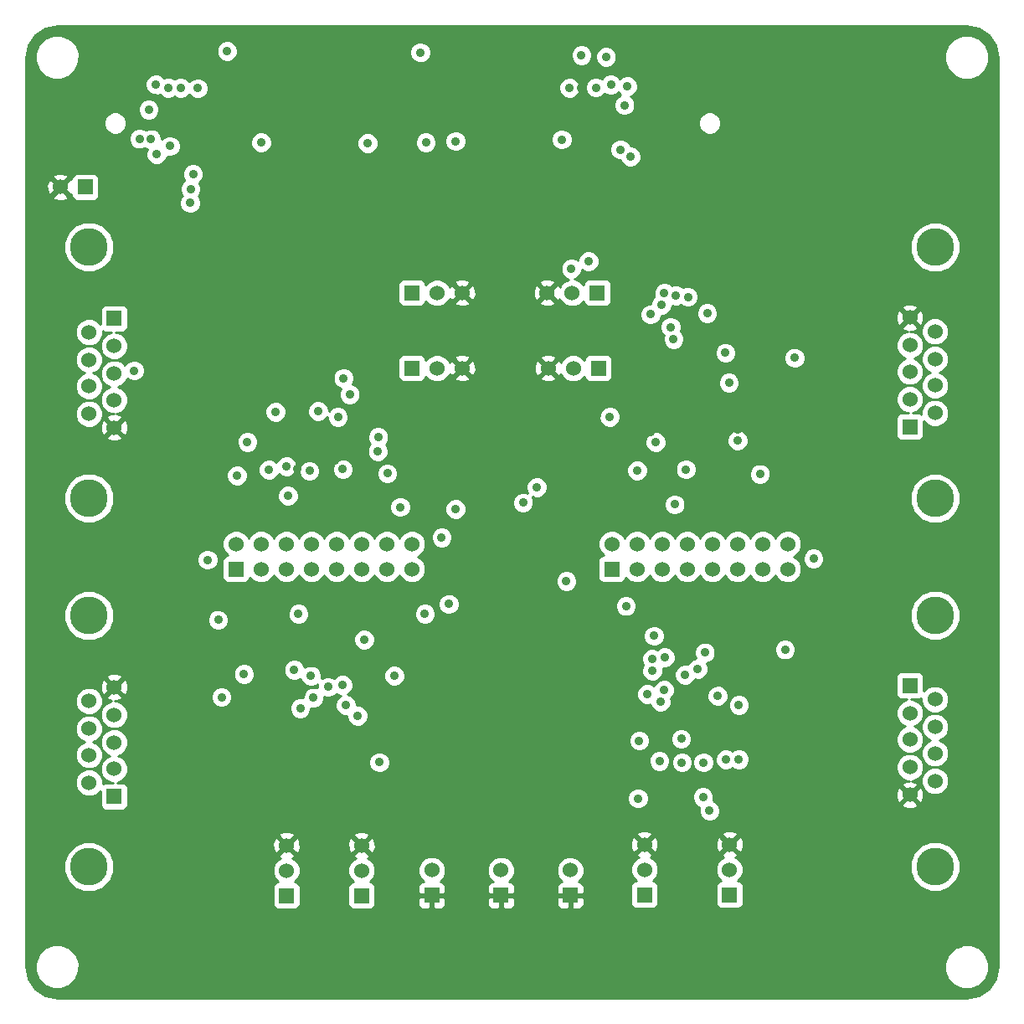
<source format=gbr>
G04 (created by PCBNEW (2013-05-09 BZR 4147)-testing) date 20/07/2013 09:35:41*
%MOIN*%
G04 Gerber Fmt 3.4, Leading zero omitted, Abs format*
%FSLAX34Y34*%
G01*
G70*
G90*
G04 APERTURE LIST*
%ADD10C,0.005906*%
%ADD11C,0.150000*%
%ADD12R,0.060000X0.060000*%
%ADD13C,0.060000*%
%ADD14C,0.035000*%
%ADD15C,0.010000*%
G04 APERTURE END LIST*
G54D10*
G54D11*
X34342Y-26446D03*
X34342Y-36446D03*
G54D12*
X35342Y-29296D03*
G54D13*
X35342Y-30396D03*
X35342Y-31496D03*
X35342Y-32546D03*
X35342Y-33646D03*
X34342Y-33096D03*
X34342Y-31996D03*
X34342Y-30946D03*
X34342Y-29846D03*
G54D11*
X34342Y-41131D03*
X34342Y-51131D03*
G54D12*
X35342Y-48331D03*
G54D13*
X35342Y-47231D03*
X35342Y-46181D03*
X35342Y-45081D03*
X35342Y-43981D03*
X34342Y-47781D03*
X34342Y-46681D03*
X34342Y-45631D03*
X34342Y-44531D03*
G54D12*
X40200Y-39279D03*
G54D13*
X40200Y-38279D03*
X41200Y-39279D03*
X41200Y-38279D03*
X42200Y-39279D03*
X42200Y-38279D03*
X43200Y-39279D03*
X43200Y-38279D03*
X44200Y-39279D03*
X44200Y-38279D03*
X45200Y-39279D03*
X45200Y-38279D03*
X46200Y-39279D03*
X46200Y-38279D03*
X47200Y-39279D03*
X47200Y-38279D03*
G54D12*
X42204Y-52279D03*
G54D13*
X42204Y-51279D03*
X42204Y-50279D03*
G54D12*
X47200Y-28279D03*
G54D13*
X48200Y-28279D03*
X49200Y-28279D03*
G54D12*
X47200Y-31279D03*
G54D13*
X48200Y-31279D03*
X49200Y-31279D03*
G54D12*
X45196Y-52279D03*
G54D13*
X45196Y-51279D03*
X45196Y-50279D03*
G54D12*
X47992Y-52271D03*
G54D13*
X47992Y-51271D03*
G54D12*
X34200Y-24066D03*
G54D13*
X33200Y-24066D03*
G54D11*
X68019Y-36467D03*
X68019Y-26467D03*
G54D12*
X67019Y-33617D03*
G54D13*
X67019Y-32517D03*
X67019Y-31417D03*
X67019Y-30367D03*
X67019Y-29267D03*
X68019Y-29817D03*
X68019Y-30917D03*
X68019Y-31967D03*
X68019Y-33067D03*
G54D11*
X68019Y-51112D03*
X68019Y-41112D03*
G54D12*
X67019Y-43912D03*
G54D13*
X67019Y-45012D03*
X67019Y-46062D03*
X67019Y-47162D03*
X67019Y-48262D03*
X68019Y-44462D03*
X68019Y-45562D03*
X68019Y-46612D03*
X68019Y-47712D03*
G54D12*
X53503Y-52271D03*
G54D13*
X53503Y-51271D03*
G54D12*
X59842Y-52240D03*
G54D13*
X59842Y-51240D03*
X59842Y-50240D03*
G54D12*
X54622Y-31279D03*
G54D13*
X53622Y-31279D03*
X52622Y-31279D03*
G54D12*
X54582Y-28279D03*
G54D13*
X53582Y-28279D03*
X52582Y-28279D03*
G54D12*
X56456Y-52240D03*
G54D13*
X56456Y-51240D03*
X56456Y-50240D03*
G54D12*
X55161Y-39279D03*
G54D13*
X55161Y-38279D03*
X56161Y-39279D03*
X56161Y-38279D03*
X57161Y-39279D03*
X57161Y-38279D03*
X58161Y-39279D03*
X58161Y-38279D03*
X59161Y-39279D03*
X59161Y-38279D03*
X60161Y-39279D03*
X60161Y-38279D03*
X61161Y-39279D03*
X61161Y-38279D03*
X62161Y-39279D03*
X62161Y-38279D03*
G54D12*
X50748Y-52271D03*
G54D13*
X50748Y-51271D03*
G54D14*
X37992Y-20118D03*
X57237Y-44089D03*
X52171Y-36019D03*
X53472Y-20118D03*
X38385Y-24149D03*
X57495Y-29642D03*
X38370Y-24704D03*
X57616Y-30114D03*
X37499Y-20117D03*
X57093Y-44557D03*
X36811Y-22165D03*
X36353Y-22146D03*
X39842Y-18661D03*
X37001Y-19980D03*
X36141Y-31377D03*
X60214Y-44689D03*
X62440Y-30866D03*
X37035Y-22763D03*
X39622Y-44374D03*
X41196Y-22295D03*
X42263Y-36358D03*
X40236Y-35551D03*
X48661Y-40669D03*
X47716Y-41062D03*
X53346Y-39763D03*
X48937Y-22244D03*
X45433Y-22322D03*
X42677Y-41062D03*
X39488Y-41299D03*
X46220Y-35472D03*
X47527Y-18712D03*
X48937Y-36889D03*
X47751Y-22291D03*
X59047Y-48901D03*
X56200Y-48409D03*
X53161Y-22177D03*
X55771Y-20059D03*
X42204Y-35196D03*
X42510Y-43294D03*
X55075Y-33219D03*
X57133Y-28751D03*
X58788Y-48353D03*
X56763Y-42854D03*
X53543Y-27322D03*
X54519Y-20110D03*
X44251Y-33228D03*
X45295Y-42086D03*
X48382Y-38015D03*
X58805Y-46974D03*
X63188Y-38858D03*
X58858Y-42598D03*
X45857Y-34029D03*
X44476Y-31674D03*
X60165Y-34161D03*
X59821Y-31861D03*
X60216Y-46850D03*
X59370Y-44330D03*
X40646Y-34214D03*
X43858Y-43968D03*
X57244Y-28287D03*
X56774Y-43329D03*
X37562Y-22437D03*
X36720Y-20987D03*
X38484Y-23555D03*
X56692Y-29137D03*
X58468Y-20862D03*
X56433Y-20185D03*
X53937Y-20137D03*
X50393Y-20137D03*
X50590Y-20866D03*
X36417Y-20161D03*
X40590Y-20787D03*
X42637Y-20078D03*
X44685Y-22244D03*
X43858Y-20984D03*
X45905Y-20866D03*
X48602Y-20807D03*
X44133Y-34960D03*
X57401Y-43385D03*
X41023Y-49232D03*
X46712Y-33602D03*
X43700Y-34074D03*
X58228Y-33661D03*
X58503Y-42125D03*
X44527Y-30354D03*
X57283Y-35011D03*
X32118Y-20834D03*
X56692Y-33807D03*
X55374Y-35338D03*
X40944Y-43070D03*
X41952Y-41956D03*
X61984Y-43972D03*
X55948Y-43618D03*
X60039Y-41956D03*
X61649Y-42094D03*
X61653Y-34074D03*
X60169Y-33712D03*
X62204Y-32948D03*
X52381Y-32381D03*
X56161Y-31653D03*
X57838Y-31964D03*
X51933Y-20196D03*
X39830Y-29767D03*
X44921Y-33385D03*
X43582Y-42047D03*
X47125Y-42165D03*
X43897Y-50236D03*
X41811Y-33602D03*
X42637Y-35275D03*
X45295Y-42657D03*
X45039Y-45118D03*
X45905Y-46968D03*
X40511Y-43463D03*
X44562Y-44696D03*
X38668Y-20136D03*
X56249Y-46109D03*
X51622Y-36637D03*
X53945Y-18816D03*
X56567Y-44255D03*
X57052Y-46919D03*
X45843Y-34592D03*
X46732Y-36809D03*
X55720Y-40747D03*
X57264Y-42794D03*
X56905Y-34228D03*
X57657Y-36705D03*
X43464Y-32992D03*
X44447Y-35299D03*
X44434Y-43891D03*
X58955Y-29096D03*
X55893Y-22858D03*
X55657Y-20807D03*
X57948Y-46978D03*
X58574Y-43254D03*
X43117Y-35371D03*
X41775Y-33019D03*
X43177Y-43531D03*
X39062Y-38909D03*
X58109Y-35307D03*
X58187Y-28443D03*
X55123Y-19995D03*
X55500Y-22574D03*
X58075Y-43483D03*
X57922Y-46036D03*
X44724Y-32322D03*
X42751Y-44816D03*
X46496Y-43523D03*
X59678Y-30668D03*
X61056Y-35498D03*
X62052Y-42480D03*
X59693Y-46862D03*
X41505Y-35323D03*
X43279Y-44398D03*
X57708Y-28381D03*
X56166Y-35350D03*
X56839Y-41937D03*
X54925Y-18882D03*
X54231Y-27022D03*
G54D10*
G36*
X70541Y-55088D02*
X70440Y-55592D01*
X70171Y-55996D01*
X70171Y-54943D01*
X70171Y-18723D01*
X70037Y-18400D01*
X69790Y-18152D01*
X69466Y-18018D01*
X69116Y-18017D01*
X68793Y-18151D01*
X68545Y-18398D01*
X68411Y-18722D01*
X68410Y-19072D01*
X68544Y-19395D01*
X68791Y-19643D01*
X69115Y-19777D01*
X69465Y-19778D01*
X69788Y-19644D01*
X70036Y-19397D01*
X70170Y-19073D01*
X70171Y-18723D01*
X70171Y-54943D01*
X70037Y-54620D01*
X69790Y-54372D01*
X69466Y-54238D01*
X69116Y-54237D01*
X69019Y-54277D01*
X69019Y-50914D01*
X69019Y-40914D01*
X69019Y-36269D01*
X69019Y-26269D01*
X68867Y-25901D01*
X68586Y-25620D01*
X68219Y-25467D01*
X67821Y-25467D01*
X67453Y-25619D01*
X67172Y-25900D01*
X67019Y-26267D01*
X67019Y-26665D01*
X67171Y-27033D01*
X67452Y-27314D01*
X67819Y-27467D01*
X68217Y-27467D01*
X68585Y-27315D01*
X68866Y-27034D01*
X69019Y-26667D01*
X69019Y-26269D01*
X69019Y-36269D01*
X68867Y-35901D01*
X68586Y-35620D01*
X68569Y-35612D01*
X68569Y-32958D01*
X68486Y-32756D01*
X68331Y-32601D01*
X68129Y-32517D01*
X68128Y-32517D01*
X68330Y-32433D01*
X68485Y-32279D01*
X68569Y-32077D01*
X68569Y-31858D01*
X68486Y-31656D01*
X68331Y-31501D01*
X68189Y-31442D01*
X68330Y-31383D01*
X68485Y-31229D01*
X68569Y-31027D01*
X68569Y-30808D01*
X68486Y-30606D01*
X68331Y-30451D01*
X68129Y-30367D01*
X68128Y-30367D01*
X68330Y-30283D01*
X68485Y-30129D01*
X68569Y-29927D01*
X68569Y-29708D01*
X68486Y-29506D01*
X68331Y-29351D01*
X68129Y-29267D01*
X67910Y-29267D01*
X67708Y-29350D01*
X67574Y-29484D01*
X67574Y-29349D01*
X67563Y-29130D01*
X67500Y-28979D01*
X67405Y-28952D01*
X67334Y-29022D01*
X67334Y-28881D01*
X67307Y-28786D01*
X67101Y-28712D01*
X66882Y-28723D01*
X66731Y-28786D01*
X66704Y-28881D01*
X67019Y-29196D01*
X67334Y-28881D01*
X67334Y-29022D01*
X67090Y-29267D01*
X67405Y-29582D01*
X67500Y-29555D01*
X67574Y-29349D01*
X67574Y-29484D01*
X67553Y-29505D01*
X67469Y-29707D01*
X67469Y-29926D01*
X67553Y-30128D01*
X67707Y-30283D01*
X67909Y-30367D01*
X68128Y-30367D01*
X67910Y-30367D01*
X67708Y-30450D01*
X67553Y-30605D01*
X67469Y-30807D01*
X67469Y-31026D01*
X67553Y-31228D01*
X67707Y-31383D01*
X67849Y-31442D01*
X67708Y-31500D01*
X67553Y-31655D01*
X67469Y-31857D01*
X67469Y-32076D01*
X67553Y-32278D01*
X67707Y-32433D01*
X67909Y-32517D01*
X68128Y-32517D01*
X67910Y-32517D01*
X67708Y-32600D01*
X67553Y-32755D01*
X67469Y-32957D01*
X67469Y-33113D01*
X67461Y-33105D01*
X67369Y-33067D01*
X67270Y-33067D01*
X67128Y-33067D01*
X67330Y-32983D01*
X67485Y-32829D01*
X67569Y-32627D01*
X67569Y-32408D01*
X67486Y-32206D01*
X67331Y-32051D01*
X67129Y-31967D01*
X67128Y-31967D01*
X67330Y-31883D01*
X67485Y-31729D01*
X67569Y-31527D01*
X67569Y-31308D01*
X67486Y-31106D01*
X67331Y-30951D01*
X67189Y-30892D01*
X67330Y-30833D01*
X67485Y-30679D01*
X67569Y-30477D01*
X67569Y-30258D01*
X67486Y-30056D01*
X67331Y-29901D01*
X67129Y-29817D01*
X67033Y-29817D01*
X67156Y-29811D01*
X67307Y-29748D01*
X67334Y-29653D01*
X67019Y-29338D01*
X66948Y-29408D01*
X66948Y-29267D01*
X66633Y-28952D01*
X66538Y-28979D01*
X66464Y-29185D01*
X66475Y-29404D01*
X66538Y-29555D01*
X66633Y-29582D01*
X66948Y-29267D01*
X66948Y-29408D01*
X66704Y-29653D01*
X66731Y-29748D01*
X66924Y-29817D01*
X66910Y-29817D01*
X66708Y-29900D01*
X66553Y-30055D01*
X66469Y-30257D01*
X66469Y-30476D01*
X66553Y-30678D01*
X66707Y-30833D01*
X66849Y-30892D01*
X66708Y-30950D01*
X66553Y-31105D01*
X66469Y-31307D01*
X66469Y-31526D01*
X66553Y-31728D01*
X66707Y-31883D01*
X66909Y-31967D01*
X67128Y-31967D01*
X66910Y-31967D01*
X66708Y-32050D01*
X66553Y-32205D01*
X66469Y-32407D01*
X66469Y-32626D01*
X66553Y-32828D01*
X66707Y-32983D01*
X66909Y-33067D01*
X66970Y-33067D01*
X66670Y-33067D01*
X66578Y-33105D01*
X66507Y-33175D01*
X66469Y-33267D01*
X66469Y-33366D01*
X66469Y-33966D01*
X66507Y-34058D01*
X66577Y-34129D01*
X66669Y-34167D01*
X66769Y-34167D01*
X67369Y-34167D01*
X67461Y-34129D01*
X67531Y-34059D01*
X67569Y-33967D01*
X67569Y-33867D01*
X67569Y-33395D01*
X67707Y-33533D01*
X67909Y-33617D01*
X68128Y-33617D01*
X68330Y-33533D01*
X68485Y-33379D01*
X68569Y-33177D01*
X68569Y-32958D01*
X68569Y-35612D01*
X68219Y-35467D01*
X67821Y-35467D01*
X67453Y-35619D01*
X67172Y-35900D01*
X67019Y-36267D01*
X67019Y-36665D01*
X67171Y-37033D01*
X67452Y-37314D01*
X67819Y-37467D01*
X68217Y-37467D01*
X68585Y-37315D01*
X68866Y-37034D01*
X69019Y-36667D01*
X69019Y-36269D01*
X69019Y-40914D01*
X68867Y-40547D01*
X68586Y-40265D01*
X68219Y-40113D01*
X67821Y-40112D01*
X67453Y-40264D01*
X67172Y-40545D01*
X67019Y-40913D01*
X67019Y-41311D01*
X67171Y-41678D01*
X67452Y-41960D01*
X67819Y-42112D01*
X68217Y-42113D01*
X68585Y-41961D01*
X68866Y-41680D01*
X69019Y-41312D01*
X69019Y-40914D01*
X69019Y-50914D01*
X68867Y-50547D01*
X68586Y-50265D01*
X68569Y-50258D01*
X68569Y-47604D01*
X68486Y-47401D01*
X68331Y-47246D01*
X68129Y-47163D01*
X68128Y-47163D01*
X68330Y-47079D01*
X68485Y-46924D01*
X68569Y-46722D01*
X68569Y-46504D01*
X68486Y-46301D01*
X68331Y-46146D01*
X68189Y-46087D01*
X68330Y-46029D01*
X68485Y-45874D01*
X68569Y-45672D01*
X68569Y-45454D01*
X68486Y-45251D01*
X68331Y-45096D01*
X68129Y-45013D01*
X68128Y-45013D01*
X68330Y-44929D01*
X68485Y-44774D01*
X68569Y-44572D01*
X68569Y-44354D01*
X68486Y-44151D01*
X68331Y-43996D01*
X68129Y-43913D01*
X67910Y-43912D01*
X67708Y-43996D01*
X67569Y-44135D01*
X67569Y-43563D01*
X67531Y-43471D01*
X67461Y-43401D01*
X67369Y-43363D01*
X67270Y-43362D01*
X66670Y-43362D01*
X66578Y-43400D01*
X66507Y-43471D01*
X66469Y-43563D01*
X66469Y-43662D01*
X66469Y-44262D01*
X66507Y-44354D01*
X66577Y-44424D01*
X66669Y-44462D01*
X66769Y-44463D01*
X66910Y-44463D01*
X66708Y-44546D01*
X66553Y-44701D01*
X66469Y-44903D01*
X66469Y-45121D01*
X66553Y-45324D01*
X66707Y-45478D01*
X66849Y-45538D01*
X66708Y-45596D01*
X66553Y-45751D01*
X66469Y-45953D01*
X66469Y-46171D01*
X66553Y-46374D01*
X66707Y-46528D01*
X66909Y-46612D01*
X67128Y-46613D01*
X66910Y-46612D01*
X66708Y-46696D01*
X66553Y-46851D01*
X66469Y-47053D01*
X66469Y-47271D01*
X66553Y-47474D01*
X66707Y-47628D01*
X66909Y-47712D01*
X67006Y-47712D01*
X66882Y-47719D01*
X66731Y-47781D01*
X66704Y-47877D01*
X67019Y-48192D01*
X67334Y-47877D01*
X67307Y-47781D01*
X67115Y-47713D01*
X67128Y-47713D01*
X67330Y-47629D01*
X67485Y-47474D01*
X67569Y-47272D01*
X67569Y-47054D01*
X67486Y-46851D01*
X67331Y-46696D01*
X67129Y-46613D01*
X67128Y-46613D01*
X67330Y-46529D01*
X67485Y-46374D01*
X67569Y-46172D01*
X67569Y-45954D01*
X67486Y-45751D01*
X67331Y-45596D01*
X67189Y-45537D01*
X67330Y-45479D01*
X67485Y-45324D01*
X67569Y-45122D01*
X67569Y-44904D01*
X67486Y-44701D01*
X67331Y-44546D01*
X67129Y-44463D01*
X67069Y-44463D01*
X67369Y-44463D01*
X67461Y-44425D01*
X67469Y-44416D01*
X67469Y-44571D01*
X67553Y-44774D01*
X67707Y-44928D01*
X67909Y-45012D01*
X68128Y-45013D01*
X67910Y-45012D01*
X67708Y-45096D01*
X67553Y-45251D01*
X67469Y-45453D01*
X67469Y-45671D01*
X67553Y-45874D01*
X67707Y-46028D01*
X67849Y-46088D01*
X67708Y-46146D01*
X67553Y-46301D01*
X67469Y-46503D01*
X67469Y-46721D01*
X67553Y-46924D01*
X67707Y-47078D01*
X67909Y-47162D01*
X68128Y-47163D01*
X67910Y-47162D01*
X67708Y-47246D01*
X67553Y-47401D01*
X67469Y-47603D01*
X67469Y-47821D01*
X67553Y-48024D01*
X67707Y-48178D01*
X67909Y-48262D01*
X68128Y-48263D01*
X68330Y-48179D01*
X68485Y-48024D01*
X68569Y-47822D01*
X68569Y-47604D01*
X68569Y-50258D01*
X68219Y-50113D01*
X67821Y-50112D01*
X67574Y-50214D01*
X67574Y-48344D01*
X67563Y-48126D01*
X67500Y-47975D01*
X67405Y-47947D01*
X67090Y-48262D01*
X67405Y-48578D01*
X67500Y-48550D01*
X67574Y-48344D01*
X67574Y-50214D01*
X67453Y-50264D01*
X67334Y-50383D01*
X67334Y-48648D01*
X67019Y-48333D01*
X66948Y-48404D01*
X66948Y-48262D01*
X66633Y-47947D01*
X66538Y-47975D01*
X66464Y-48181D01*
X66475Y-48399D01*
X66538Y-48550D01*
X66633Y-48578D01*
X66948Y-48262D01*
X66948Y-48404D01*
X66704Y-48648D01*
X66731Y-48744D01*
X66937Y-48817D01*
X67156Y-48806D01*
X67307Y-48744D01*
X67334Y-48648D01*
X67334Y-50383D01*
X67172Y-50545D01*
X67019Y-50913D01*
X67019Y-51311D01*
X67171Y-51678D01*
X67452Y-51960D01*
X67819Y-52112D01*
X68217Y-52113D01*
X68585Y-51961D01*
X68866Y-51680D01*
X69019Y-51312D01*
X69019Y-50914D01*
X69019Y-54277D01*
X68793Y-54371D01*
X68545Y-54618D01*
X68411Y-54942D01*
X68410Y-55292D01*
X68544Y-55615D01*
X68791Y-55863D01*
X69115Y-55997D01*
X69465Y-55998D01*
X69788Y-55864D01*
X70036Y-55617D01*
X70170Y-55293D01*
X70171Y-54943D01*
X70171Y-55996D01*
X70169Y-55998D01*
X69768Y-56266D01*
X69258Y-56368D01*
X63614Y-56368D01*
X63614Y-38774D01*
X63549Y-38617D01*
X63430Y-38498D01*
X63273Y-38433D01*
X63104Y-38433D01*
X62948Y-38497D01*
X62866Y-38580D01*
X62866Y-30781D01*
X62801Y-30625D01*
X62682Y-30506D01*
X62525Y-30441D01*
X62356Y-30441D01*
X62200Y-30505D01*
X62080Y-30625D01*
X62016Y-30781D01*
X62015Y-30950D01*
X62080Y-31106D01*
X62199Y-31226D01*
X62356Y-31291D01*
X62525Y-31291D01*
X62681Y-31226D01*
X62801Y-31107D01*
X62865Y-30951D01*
X62866Y-30781D01*
X62866Y-38580D01*
X62828Y-38617D01*
X62764Y-38773D01*
X62763Y-38942D01*
X62828Y-39098D01*
X62947Y-39218D01*
X63104Y-39283D01*
X63273Y-39283D01*
X63429Y-39218D01*
X63549Y-39099D01*
X63613Y-38943D01*
X63614Y-38774D01*
X63614Y-56368D01*
X62711Y-56368D01*
X62711Y-39170D01*
X62627Y-38968D01*
X62473Y-38813D01*
X62391Y-38779D01*
X62472Y-38746D01*
X62627Y-38591D01*
X62711Y-38389D01*
X62711Y-38170D01*
X62627Y-37968D01*
X62473Y-37813D01*
X62271Y-37729D01*
X62052Y-37729D01*
X61850Y-37812D01*
X61695Y-37967D01*
X61661Y-38049D01*
X61627Y-37968D01*
X61481Y-37822D01*
X61481Y-35414D01*
X61417Y-35258D01*
X61297Y-35138D01*
X61141Y-35073D01*
X60972Y-35073D01*
X60816Y-35138D01*
X60696Y-35257D01*
X60631Y-35413D01*
X60631Y-35582D01*
X60696Y-35739D01*
X60815Y-35858D01*
X60971Y-35923D01*
X61141Y-35923D01*
X61297Y-35859D01*
X61416Y-35739D01*
X61481Y-35583D01*
X61481Y-35414D01*
X61481Y-37822D01*
X61473Y-37813D01*
X61271Y-37729D01*
X61052Y-37729D01*
X60850Y-37812D01*
X60695Y-37967D01*
X60661Y-38049D01*
X60627Y-37968D01*
X60590Y-37930D01*
X60590Y-34077D01*
X60525Y-33920D01*
X60406Y-33801D01*
X60250Y-33736D01*
X60246Y-33736D01*
X60246Y-31777D01*
X60181Y-31621D01*
X60103Y-31543D01*
X60103Y-30584D01*
X60039Y-30427D01*
X59919Y-30308D01*
X59763Y-30243D01*
X59594Y-30243D01*
X59506Y-30279D01*
X59506Y-21434D01*
X59437Y-21268D01*
X59311Y-21141D01*
X59145Y-21072D01*
X58966Y-21072D01*
X58800Y-21140D01*
X58673Y-21267D01*
X58604Y-21433D01*
X58604Y-21612D01*
X58672Y-21778D01*
X58799Y-21905D01*
X58965Y-21974D01*
X59144Y-21974D01*
X59310Y-21906D01*
X59437Y-21779D01*
X59506Y-21613D01*
X59506Y-21434D01*
X59506Y-30279D01*
X59438Y-30307D01*
X59380Y-30365D01*
X59380Y-29011D01*
X59316Y-28855D01*
X59196Y-28735D01*
X59040Y-28671D01*
X58871Y-28670D01*
X58715Y-28735D01*
X58612Y-28838D01*
X58612Y-28359D01*
X58548Y-28202D01*
X58428Y-28083D01*
X58272Y-28018D01*
X58103Y-28018D01*
X57992Y-28064D01*
X57949Y-28021D01*
X57793Y-27956D01*
X57624Y-27956D01*
X57546Y-27988D01*
X57485Y-27927D01*
X57329Y-27862D01*
X57159Y-27862D01*
X57003Y-27926D01*
X56884Y-28046D01*
X56819Y-28202D01*
X56819Y-28371D01*
X56846Y-28438D01*
X56773Y-28510D01*
X56708Y-28667D01*
X56708Y-28712D01*
X56608Y-28712D01*
X56452Y-28777D01*
X56332Y-28896D01*
X56318Y-28930D01*
X56318Y-22774D01*
X56254Y-22617D01*
X56196Y-22560D01*
X56196Y-19974D01*
X56132Y-19818D01*
X56012Y-19698D01*
X55856Y-19634D01*
X55687Y-19633D01*
X55531Y-19698D01*
X55479Y-19750D01*
X55364Y-19635D01*
X55350Y-19629D01*
X55350Y-18798D01*
X55285Y-18641D01*
X55166Y-18522D01*
X55010Y-18457D01*
X54841Y-18457D01*
X54685Y-18521D01*
X54565Y-18641D01*
X54500Y-18797D01*
X54500Y-18966D01*
X54564Y-19122D01*
X54684Y-19242D01*
X54840Y-19307D01*
X55009Y-19307D01*
X55165Y-19242D01*
X55285Y-19123D01*
X55350Y-18967D01*
X55350Y-18798D01*
X55350Y-19629D01*
X55208Y-19570D01*
X55039Y-19570D01*
X54882Y-19634D01*
X54763Y-19753D01*
X54760Y-19750D01*
X54604Y-19685D01*
X54435Y-19685D01*
X54370Y-19712D01*
X54370Y-18732D01*
X54305Y-18576D01*
X54186Y-18456D01*
X54030Y-18391D01*
X53861Y-18391D01*
X53704Y-18456D01*
X53585Y-18575D01*
X53520Y-18731D01*
X53520Y-18900D01*
X53584Y-19057D01*
X53704Y-19176D01*
X53860Y-19241D01*
X54029Y-19241D01*
X54185Y-19177D01*
X54305Y-19057D01*
X54370Y-18901D01*
X54370Y-18732D01*
X54370Y-19712D01*
X54279Y-19749D01*
X54159Y-19869D01*
X54094Y-20025D01*
X54094Y-20194D01*
X54159Y-20350D01*
X54278Y-20470D01*
X54434Y-20535D01*
X54603Y-20535D01*
X54760Y-20470D01*
X54878Y-20352D01*
X54882Y-20355D01*
X55038Y-20420D01*
X55207Y-20420D01*
X55363Y-20355D01*
X55415Y-20303D01*
X55516Y-20405D01*
X55417Y-20446D01*
X55297Y-20566D01*
X55232Y-20722D01*
X55232Y-20891D01*
X55296Y-21047D01*
X55416Y-21167D01*
X55572Y-21232D01*
X55741Y-21232D01*
X55897Y-21167D01*
X56017Y-21048D01*
X56082Y-20891D01*
X56082Y-20722D01*
X56017Y-20566D01*
X55912Y-20460D01*
X56012Y-20419D01*
X56131Y-20300D01*
X56196Y-20143D01*
X56196Y-19974D01*
X56196Y-22560D01*
X56134Y-22498D01*
X55978Y-22433D01*
X55901Y-22433D01*
X55860Y-22334D01*
X55741Y-22214D01*
X55584Y-22149D01*
X55415Y-22149D01*
X55259Y-22214D01*
X55139Y-22333D01*
X55075Y-22489D01*
X55074Y-22658D01*
X55139Y-22815D01*
X55258Y-22934D01*
X55415Y-22999D01*
X55492Y-22999D01*
X55533Y-23098D01*
X55652Y-23218D01*
X55808Y-23283D01*
X55977Y-23283D01*
X56134Y-23218D01*
X56253Y-23099D01*
X56318Y-22943D01*
X56318Y-22774D01*
X56318Y-28930D01*
X56267Y-29052D01*
X56267Y-29221D01*
X56332Y-29378D01*
X56451Y-29497D01*
X56608Y-29562D01*
X56777Y-29562D01*
X56933Y-29498D01*
X57053Y-29378D01*
X57117Y-29222D01*
X57117Y-29176D01*
X57218Y-29177D01*
X57374Y-29112D01*
X57493Y-28993D01*
X57558Y-28836D01*
X57558Y-28779D01*
X57623Y-28806D01*
X57792Y-28806D01*
X57904Y-28760D01*
X57946Y-28803D01*
X58102Y-28868D01*
X58271Y-28868D01*
X58427Y-28803D01*
X58547Y-28684D01*
X58612Y-28528D01*
X58612Y-28359D01*
X58612Y-28838D01*
X58595Y-28855D01*
X58530Y-29011D01*
X58530Y-29180D01*
X58595Y-29336D01*
X58714Y-29456D01*
X58870Y-29520D01*
X59039Y-29521D01*
X59196Y-29456D01*
X59315Y-29337D01*
X59380Y-29180D01*
X59380Y-29011D01*
X59380Y-30365D01*
X59318Y-30427D01*
X59253Y-30583D01*
X59253Y-30752D01*
X59318Y-30908D01*
X59437Y-31028D01*
X59593Y-31093D01*
X59762Y-31093D01*
X59919Y-31028D01*
X60038Y-30909D01*
X60103Y-30753D01*
X60103Y-30584D01*
X60103Y-31543D01*
X60062Y-31501D01*
X59906Y-31437D01*
X59736Y-31436D01*
X59580Y-31501D01*
X59461Y-31620D01*
X59396Y-31777D01*
X59396Y-31946D01*
X59460Y-32102D01*
X59580Y-32222D01*
X59736Y-32286D01*
X59905Y-32287D01*
X60061Y-32222D01*
X60181Y-32102D01*
X60246Y-31946D01*
X60246Y-31777D01*
X60246Y-33736D01*
X60081Y-33736D01*
X59924Y-33800D01*
X59805Y-33920D01*
X59740Y-34076D01*
X59740Y-34245D01*
X59804Y-34401D01*
X59924Y-34521D01*
X60080Y-34586D01*
X60249Y-34586D01*
X60405Y-34521D01*
X60525Y-34402D01*
X60590Y-34246D01*
X60590Y-34077D01*
X60590Y-37930D01*
X60473Y-37813D01*
X60271Y-37729D01*
X60052Y-37729D01*
X59850Y-37812D01*
X59695Y-37967D01*
X59661Y-38049D01*
X59627Y-37968D01*
X59473Y-37813D01*
X59271Y-37729D01*
X59052Y-37729D01*
X58850Y-37812D01*
X58695Y-37967D01*
X58661Y-38049D01*
X58627Y-37968D01*
X58534Y-37874D01*
X58534Y-35223D01*
X58469Y-35066D01*
X58350Y-34947D01*
X58194Y-34882D01*
X58041Y-34882D01*
X58041Y-30030D01*
X57976Y-29874D01*
X57893Y-29791D01*
X57920Y-29727D01*
X57920Y-29558D01*
X57855Y-29402D01*
X57736Y-29282D01*
X57580Y-29217D01*
X57411Y-29217D01*
X57254Y-29282D01*
X57135Y-29401D01*
X57070Y-29557D01*
X57070Y-29726D01*
X57134Y-29882D01*
X57217Y-29966D01*
X57191Y-30030D01*
X57191Y-30199D01*
X57255Y-30355D01*
X57375Y-30475D01*
X57531Y-30539D01*
X57700Y-30539D01*
X57856Y-30475D01*
X57976Y-30355D01*
X58041Y-30199D01*
X58041Y-30030D01*
X58041Y-34882D01*
X58025Y-34882D01*
X57868Y-34946D01*
X57749Y-35066D01*
X57684Y-35222D01*
X57684Y-35391D01*
X57748Y-35547D01*
X57868Y-35667D01*
X58024Y-35732D01*
X58193Y-35732D01*
X58349Y-35667D01*
X58469Y-35548D01*
X58534Y-35392D01*
X58534Y-35223D01*
X58534Y-37874D01*
X58473Y-37813D01*
X58271Y-37729D01*
X58082Y-37729D01*
X58082Y-36620D01*
X58017Y-36464D01*
X57898Y-36345D01*
X57742Y-36280D01*
X57573Y-36280D01*
X57417Y-36344D01*
X57330Y-36430D01*
X57330Y-34144D01*
X57266Y-33987D01*
X57146Y-33868D01*
X56990Y-33803D01*
X56821Y-33803D01*
X56665Y-33867D01*
X56545Y-33987D01*
X56480Y-34143D01*
X56480Y-34312D01*
X56545Y-34468D01*
X56664Y-34588D01*
X56820Y-34653D01*
X56989Y-34653D01*
X57145Y-34588D01*
X57265Y-34469D01*
X57330Y-34313D01*
X57330Y-34144D01*
X57330Y-36430D01*
X57297Y-36464D01*
X57232Y-36620D01*
X57232Y-36789D01*
X57296Y-36945D01*
X57416Y-37065D01*
X57572Y-37130D01*
X57741Y-37130D01*
X57897Y-37065D01*
X58017Y-36946D01*
X58082Y-36790D01*
X58082Y-36620D01*
X58082Y-37729D01*
X58052Y-37729D01*
X57850Y-37812D01*
X57695Y-37967D01*
X57661Y-38049D01*
X57627Y-37968D01*
X57473Y-37813D01*
X57271Y-37729D01*
X57052Y-37729D01*
X56850Y-37812D01*
X56695Y-37967D01*
X56661Y-38049D01*
X56627Y-37968D01*
X56591Y-37931D01*
X56591Y-35266D01*
X56527Y-35110D01*
X56407Y-34990D01*
X56251Y-34925D01*
X56082Y-34925D01*
X55926Y-34990D01*
X55806Y-35109D01*
X55741Y-35265D01*
X55741Y-35434D01*
X55805Y-35590D01*
X55925Y-35710D01*
X56081Y-35775D01*
X56250Y-35775D01*
X56406Y-35711D01*
X56526Y-35591D01*
X56591Y-35435D01*
X56591Y-35266D01*
X56591Y-37931D01*
X56473Y-37813D01*
X56271Y-37729D01*
X56052Y-37729D01*
X55850Y-37812D01*
X55695Y-37967D01*
X55661Y-38049D01*
X55627Y-37968D01*
X55501Y-37841D01*
X55501Y-33134D01*
X55436Y-32978D01*
X55317Y-32859D01*
X55172Y-32798D01*
X55172Y-31530D01*
X55172Y-30930D01*
X55134Y-30838D01*
X55132Y-30836D01*
X55132Y-28530D01*
X55132Y-27930D01*
X55094Y-27838D01*
X55024Y-27767D01*
X54932Y-27729D01*
X54833Y-27729D01*
X54233Y-27729D01*
X54141Y-27767D01*
X54070Y-27837D01*
X54032Y-27929D01*
X54032Y-27951D01*
X53894Y-27813D01*
X53692Y-27729D01*
X53671Y-27729D01*
X53783Y-27683D01*
X53903Y-27563D01*
X53968Y-27407D01*
X53968Y-27360D01*
X53990Y-27382D01*
X54146Y-27447D01*
X54315Y-27447D01*
X54471Y-27383D01*
X54591Y-27263D01*
X54656Y-27107D01*
X54656Y-26938D01*
X54591Y-26782D01*
X54472Y-26662D01*
X54316Y-26597D01*
X54147Y-26597D01*
X53990Y-26662D01*
X53897Y-26755D01*
X53897Y-20033D01*
X53832Y-19877D01*
X53713Y-19758D01*
X53557Y-19693D01*
X53388Y-19693D01*
X53232Y-19757D01*
X53112Y-19877D01*
X53047Y-20033D01*
X53047Y-20202D01*
X53111Y-20358D01*
X53231Y-20478D01*
X53387Y-20543D01*
X53556Y-20543D01*
X53712Y-20478D01*
X53832Y-20359D01*
X53897Y-20203D01*
X53897Y-20033D01*
X53897Y-26755D01*
X53871Y-26781D01*
X53806Y-26937D01*
X53806Y-26984D01*
X53784Y-26962D01*
X53628Y-26897D01*
X53586Y-26897D01*
X53586Y-22092D01*
X53521Y-21936D01*
X53402Y-21817D01*
X53246Y-21752D01*
X53077Y-21752D01*
X52920Y-21816D01*
X52801Y-21936D01*
X52736Y-22092D01*
X52736Y-22261D01*
X52800Y-22417D01*
X52920Y-22537D01*
X53076Y-22602D01*
X53245Y-22602D01*
X53401Y-22537D01*
X53521Y-22418D01*
X53586Y-22262D01*
X53586Y-22092D01*
X53586Y-26897D01*
X53459Y-26897D01*
X53302Y-26962D01*
X53183Y-27081D01*
X53118Y-27237D01*
X53118Y-27407D01*
X53182Y-27563D01*
X53302Y-27682D01*
X53443Y-27741D01*
X53271Y-27812D01*
X53116Y-27967D01*
X53085Y-28043D01*
X53063Y-27991D01*
X52968Y-27964D01*
X52897Y-28035D01*
X52897Y-27893D01*
X52870Y-27798D01*
X52664Y-27724D01*
X52445Y-27735D01*
X52294Y-27798D01*
X52267Y-27893D01*
X52582Y-28208D01*
X52897Y-27893D01*
X52897Y-28035D01*
X52653Y-28279D01*
X52968Y-28594D01*
X53063Y-28567D01*
X53083Y-28512D01*
X53116Y-28590D01*
X53270Y-28745D01*
X53472Y-28829D01*
X53691Y-28829D01*
X53893Y-28746D01*
X54032Y-28607D01*
X54032Y-28629D01*
X54070Y-28720D01*
X54140Y-28791D01*
X54232Y-28829D01*
X54332Y-28829D01*
X54932Y-28829D01*
X55024Y-28791D01*
X55094Y-28721D01*
X55132Y-28629D01*
X55132Y-28530D01*
X55132Y-30836D01*
X55063Y-30767D01*
X54971Y-30729D01*
X54872Y-30729D01*
X54272Y-30729D01*
X54180Y-30767D01*
X54110Y-30837D01*
X54072Y-30929D01*
X54072Y-30951D01*
X53934Y-30813D01*
X53731Y-30729D01*
X53513Y-30729D01*
X53310Y-30812D01*
X53156Y-30967D01*
X53124Y-31043D01*
X53103Y-30991D01*
X53007Y-30964D01*
X52937Y-31035D01*
X52937Y-30893D01*
X52909Y-30798D01*
X52897Y-30793D01*
X52897Y-28665D01*
X52582Y-28350D01*
X52511Y-28420D01*
X52511Y-28279D01*
X52196Y-27964D01*
X52101Y-27991D01*
X52027Y-28197D01*
X52038Y-28416D01*
X52101Y-28567D01*
X52196Y-28594D01*
X52511Y-28279D01*
X52511Y-28420D01*
X52267Y-28665D01*
X52294Y-28760D01*
X52500Y-28834D01*
X52719Y-28823D01*
X52870Y-28760D01*
X52897Y-28665D01*
X52897Y-30793D01*
X52703Y-30724D01*
X52485Y-30735D01*
X52334Y-30798D01*
X52306Y-30893D01*
X52622Y-31208D01*
X52937Y-30893D01*
X52937Y-31035D01*
X52692Y-31279D01*
X53007Y-31594D01*
X53103Y-31567D01*
X53123Y-31512D01*
X53155Y-31590D01*
X53310Y-31745D01*
X53512Y-31829D01*
X53730Y-31829D01*
X53933Y-31746D01*
X54072Y-31607D01*
X54072Y-31629D01*
X54109Y-31720D01*
X54180Y-31791D01*
X54272Y-31829D01*
X54371Y-31829D01*
X54971Y-31829D01*
X55063Y-31791D01*
X55133Y-31721D01*
X55172Y-31629D01*
X55172Y-31530D01*
X55172Y-32798D01*
X55160Y-32794D01*
X54991Y-32794D01*
X54835Y-32858D01*
X54715Y-32978D01*
X54651Y-33134D01*
X54650Y-33303D01*
X54715Y-33459D01*
X54834Y-33579D01*
X54991Y-33644D01*
X55160Y-33644D01*
X55316Y-33579D01*
X55436Y-33460D01*
X55500Y-33304D01*
X55501Y-33134D01*
X55501Y-37841D01*
X55473Y-37813D01*
X55271Y-37729D01*
X55052Y-37729D01*
X54850Y-37812D01*
X54695Y-37967D01*
X54611Y-38169D01*
X54611Y-38388D01*
X54694Y-38590D01*
X54833Y-38729D01*
X54811Y-38729D01*
X54719Y-38767D01*
X54649Y-38837D01*
X54611Y-38929D01*
X54611Y-39029D01*
X54611Y-39629D01*
X54649Y-39720D01*
X54719Y-39791D01*
X54811Y-39829D01*
X54910Y-39829D01*
X55510Y-39829D01*
X55602Y-39791D01*
X55673Y-39721D01*
X55711Y-39629D01*
X55711Y-39607D01*
X55849Y-39745D01*
X56051Y-39829D01*
X56270Y-39829D01*
X56472Y-39746D01*
X56627Y-39591D01*
X56661Y-39509D01*
X56694Y-39590D01*
X56849Y-39745D01*
X57051Y-39829D01*
X57270Y-39829D01*
X57472Y-39746D01*
X57627Y-39591D01*
X57661Y-39509D01*
X57694Y-39590D01*
X57849Y-39745D01*
X58051Y-39829D01*
X58270Y-39829D01*
X58472Y-39746D01*
X58627Y-39591D01*
X58661Y-39509D01*
X58694Y-39590D01*
X58849Y-39745D01*
X59051Y-39829D01*
X59270Y-39829D01*
X59472Y-39746D01*
X59627Y-39591D01*
X59661Y-39509D01*
X59694Y-39590D01*
X59849Y-39745D01*
X60051Y-39829D01*
X60270Y-39829D01*
X60472Y-39746D01*
X60627Y-39591D01*
X60661Y-39509D01*
X60694Y-39590D01*
X60849Y-39745D01*
X61051Y-39829D01*
X61270Y-39829D01*
X61472Y-39746D01*
X61627Y-39591D01*
X61661Y-39509D01*
X61694Y-39590D01*
X61849Y-39745D01*
X62051Y-39829D01*
X62270Y-39829D01*
X62472Y-39746D01*
X62627Y-39591D01*
X62711Y-39389D01*
X62711Y-39170D01*
X62711Y-56368D01*
X62477Y-56368D01*
X62477Y-42396D01*
X62412Y-42240D01*
X62293Y-42120D01*
X62136Y-42055D01*
X61967Y-42055D01*
X61811Y-42120D01*
X61691Y-42239D01*
X61627Y-42395D01*
X61627Y-42565D01*
X61691Y-42721D01*
X61811Y-42840D01*
X61967Y-42905D01*
X62136Y-42905D01*
X62292Y-42841D01*
X62412Y-42721D01*
X62477Y-42565D01*
X62477Y-42396D01*
X62477Y-56368D01*
X60641Y-56368D01*
X60641Y-46766D01*
X60639Y-46760D01*
X60639Y-44605D01*
X60574Y-44449D01*
X60455Y-44329D01*
X60299Y-44264D01*
X60130Y-44264D01*
X59973Y-44329D01*
X59854Y-44448D01*
X59795Y-44590D01*
X59795Y-44246D01*
X59730Y-44090D01*
X59611Y-43970D01*
X59454Y-43905D01*
X59285Y-43905D01*
X59283Y-43906D01*
X59283Y-42514D01*
X59218Y-42357D01*
X59099Y-42238D01*
X58943Y-42173D01*
X58774Y-42173D01*
X58617Y-42237D01*
X58498Y-42357D01*
X58433Y-42513D01*
X58433Y-42682D01*
X58493Y-42829D01*
X58490Y-42829D01*
X58334Y-42893D01*
X58214Y-43013D01*
X58190Y-43071D01*
X58160Y-43058D01*
X57991Y-43058D01*
X57835Y-43123D01*
X57715Y-43242D01*
X57689Y-43305D01*
X57689Y-42710D01*
X57624Y-42553D01*
X57505Y-42434D01*
X57349Y-42369D01*
X57264Y-42369D01*
X57264Y-41853D01*
X57200Y-41697D01*
X57080Y-41577D01*
X56924Y-41513D01*
X56755Y-41512D01*
X56599Y-41577D01*
X56479Y-41696D01*
X56414Y-41853D01*
X56414Y-42022D01*
X56479Y-42178D01*
X56598Y-42298D01*
X56754Y-42362D01*
X56923Y-42363D01*
X57079Y-42298D01*
X57199Y-42179D01*
X57264Y-42022D01*
X57264Y-41853D01*
X57264Y-42369D01*
X57180Y-42369D01*
X57023Y-42433D01*
X56975Y-42482D01*
X56848Y-42429D01*
X56679Y-42429D01*
X56522Y-42493D01*
X56403Y-42613D01*
X56338Y-42769D01*
X56338Y-42938D01*
X56402Y-43094D01*
X56408Y-43100D01*
X56349Y-43244D01*
X56349Y-43413D01*
X56413Y-43569D01*
X56533Y-43689D01*
X56689Y-43754D01*
X56858Y-43754D01*
X57014Y-43689D01*
X57134Y-43570D01*
X57199Y-43414D01*
X57199Y-43245D01*
X57188Y-43219D01*
X57348Y-43219D01*
X57504Y-43154D01*
X57624Y-43035D01*
X57689Y-42879D01*
X57689Y-42710D01*
X57689Y-43305D01*
X57650Y-43398D01*
X57650Y-43567D01*
X57715Y-43723D01*
X57834Y-43843D01*
X57990Y-43908D01*
X58159Y-43908D01*
X58316Y-43844D01*
X58435Y-43724D01*
X58459Y-43666D01*
X58490Y-43679D01*
X58659Y-43679D01*
X58815Y-43614D01*
X58935Y-43495D01*
X58999Y-43339D01*
X58999Y-43170D01*
X58939Y-43023D01*
X58942Y-43023D01*
X59098Y-42958D01*
X59218Y-42839D01*
X59283Y-42683D01*
X59283Y-42514D01*
X59283Y-43906D01*
X59129Y-43970D01*
X59009Y-44089D01*
X58945Y-44245D01*
X58945Y-44414D01*
X59009Y-44571D01*
X59129Y-44690D01*
X59285Y-44755D01*
X59454Y-44755D01*
X59610Y-44691D01*
X59730Y-44571D01*
X59795Y-44415D01*
X59795Y-44246D01*
X59795Y-44590D01*
X59789Y-44604D01*
X59789Y-44773D01*
X59853Y-44930D01*
X59973Y-45049D01*
X60129Y-45114D01*
X60298Y-45114D01*
X60454Y-45050D01*
X60574Y-44930D01*
X60639Y-44774D01*
X60639Y-44605D01*
X60639Y-46760D01*
X60577Y-46609D01*
X60457Y-46490D01*
X60301Y-46425D01*
X60132Y-46425D01*
X59976Y-46489D01*
X59949Y-46516D01*
X59934Y-46501D01*
X59778Y-46437D01*
X59609Y-46436D01*
X59453Y-46501D01*
X59333Y-46620D01*
X59268Y-46777D01*
X59268Y-46946D01*
X59333Y-47102D01*
X59452Y-47222D01*
X59608Y-47286D01*
X59778Y-47287D01*
X59934Y-47222D01*
X59960Y-47195D01*
X59975Y-47210D01*
X60131Y-47275D01*
X60300Y-47275D01*
X60456Y-47210D01*
X60576Y-47091D01*
X60641Y-46935D01*
X60641Y-46766D01*
X60641Y-56368D01*
X60397Y-56368D01*
X60397Y-50321D01*
X60386Y-50103D01*
X60323Y-49952D01*
X60228Y-49924D01*
X60157Y-49995D01*
X60157Y-49854D01*
X60130Y-49758D01*
X59924Y-49685D01*
X59705Y-49696D01*
X59554Y-49758D01*
X59527Y-49854D01*
X59842Y-50169D01*
X60157Y-49854D01*
X60157Y-49995D01*
X59913Y-50240D01*
X60228Y-50555D01*
X60323Y-50528D01*
X60397Y-50321D01*
X60397Y-56368D01*
X60392Y-56368D01*
X60392Y-51131D01*
X60309Y-50929D01*
X60154Y-50774D01*
X60078Y-50742D01*
X60130Y-50721D01*
X60157Y-50626D01*
X59842Y-50310D01*
X59771Y-50381D01*
X59771Y-50240D01*
X59472Y-49940D01*
X59472Y-48817D01*
X59407Y-48661D01*
X59288Y-48541D01*
X59230Y-48517D01*
X59230Y-46890D01*
X59166Y-46733D01*
X59046Y-46614D01*
X58890Y-46549D01*
X58721Y-46549D01*
X58565Y-46613D01*
X58445Y-46733D01*
X58380Y-46889D01*
X58380Y-47058D01*
X58445Y-47214D01*
X58564Y-47334D01*
X58720Y-47399D01*
X58889Y-47399D01*
X59046Y-47334D01*
X59165Y-47215D01*
X59230Y-47059D01*
X59230Y-46890D01*
X59230Y-48517D01*
X59187Y-48499D01*
X59213Y-48438D01*
X59213Y-48269D01*
X59148Y-48112D01*
X59029Y-47993D01*
X58873Y-47928D01*
X58704Y-47928D01*
X58548Y-47992D01*
X58428Y-48112D01*
X58374Y-48243D01*
X58374Y-46893D01*
X58347Y-46828D01*
X58347Y-45952D01*
X58282Y-45795D01*
X58163Y-45676D01*
X58006Y-45611D01*
X57837Y-45611D01*
X57681Y-45675D01*
X57662Y-45694D01*
X57662Y-44005D01*
X57597Y-43848D01*
X57478Y-43729D01*
X57322Y-43664D01*
X57153Y-43664D01*
X56996Y-43728D01*
X56877Y-43848D01*
X56843Y-43929D01*
X56808Y-43895D01*
X56652Y-43830D01*
X56483Y-43830D01*
X56327Y-43894D01*
X56207Y-44014D01*
X56145Y-44163D01*
X56145Y-40663D01*
X56081Y-40507D01*
X55961Y-40387D01*
X55805Y-40322D01*
X55636Y-40322D01*
X55480Y-40387D01*
X55360Y-40506D01*
X55295Y-40662D01*
X55295Y-40831D01*
X55360Y-40988D01*
X55479Y-41107D01*
X55635Y-41172D01*
X55804Y-41172D01*
X55960Y-41108D01*
X56080Y-40988D01*
X56145Y-40832D01*
X56145Y-40663D01*
X56145Y-44163D01*
X56142Y-44170D01*
X56142Y-44339D01*
X56207Y-44495D01*
X56326Y-44615D01*
X56483Y-44680D01*
X56652Y-44680D01*
X56680Y-44668D01*
X56733Y-44797D01*
X56852Y-44917D01*
X57009Y-44982D01*
X57178Y-44982D01*
X57334Y-44917D01*
X57454Y-44798D01*
X57518Y-44642D01*
X57519Y-44473D01*
X57500Y-44427D01*
X57597Y-44330D01*
X57662Y-44174D01*
X57662Y-44005D01*
X57662Y-45694D01*
X57561Y-45795D01*
X57497Y-45951D01*
X57497Y-46120D01*
X57561Y-46276D01*
X57681Y-46396D01*
X57837Y-46461D01*
X58006Y-46461D01*
X58162Y-46396D01*
X58282Y-46277D01*
X58347Y-46121D01*
X58347Y-45952D01*
X58347Y-46828D01*
X58309Y-46737D01*
X58189Y-46617D01*
X58033Y-46553D01*
X57864Y-46552D01*
X57708Y-46617D01*
X57588Y-46737D01*
X57524Y-46893D01*
X57523Y-47062D01*
X57588Y-47218D01*
X57707Y-47338D01*
X57864Y-47402D01*
X58033Y-47403D01*
X58189Y-47338D01*
X58309Y-47219D01*
X58373Y-47062D01*
X58374Y-46893D01*
X58374Y-48243D01*
X58363Y-48268D01*
X58363Y-48437D01*
X58427Y-48593D01*
X58547Y-48713D01*
X58647Y-48755D01*
X58622Y-48816D01*
X58622Y-48985D01*
X58686Y-49142D01*
X58806Y-49261D01*
X58962Y-49326D01*
X59131Y-49326D01*
X59287Y-49262D01*
X59407Y-49142D01*
X59472Y-48986D01*
X59472Y-48817D01*
X59472Y-49940D01*
X59456Y-49924D01*
X59361Y-49952D01*
X59287Y-50158D01*
X59298Y-50376D01*
X59361Y-50528D01*
X59456Y-50555D01*
X59771Y-50240D01*
X59771Y-50381D01*
X59527Y-50626D01*
X59554Y-50721D01*
X59609Y-50741D01*
X59531Y-50773D01*
X59376Y-50928D01*
X59292Y-51130D01*
X59292Y-51349D01*
X59375Y-51551D01*
X59514Y-51690D01*
X59493Y-51690D01*
X59401Y-51728D01*
X59330Y-51798D01*
X59292Y-51890D01*
X59292Y-51989D01*
X59292Y-52589D01*
X59330Y-52681D01*
X59400Y-52751D01*
X59492Y-52790D01*
X59592Y-52790D01*
X60192Y-52790D01*
X60283Y-52752D01*
X60354Y-52681D01*
X60392Y-52590D01*
X60392Y-52490D01*
X60392Y-51890D01*
X60354Y-51798D01*
X60284Y-51728D01*
X60192Y-51690D01*
X60170Y-51690D01*
X60308Y-51552D01*
X60392Y-51350D01*
X60392Y-51131D01*
X60392Y-56368D01*
X57477Y-56368D01*
X57477Y-46835D01*
X57412Y-46679D01*
X57293Y-46559D01*
X57137Y-46494D01*
X56968Y-46494D01*
X56811Y-46558D01*
X56692Y-46678D01*
X56674Y-46721D01*
X56674Y-46024D01*
X56609Y-45868D01*
X56490Y-45749D01*
X56334Y-45684D01*
X56165Y-45684D01*
X56009Y-45748D01*
X55889Y-45868D01*
X55824Y-46024D01*
X55824Y-46193D01*
X55888Y-46349D01*
X56008Y-46469D01*
X56164Y-46534D01*
X56333Y-46534D01*
X56489Y-46469D01*
X56609Y-46350D01*
X56674Y-46194D01*
X56674Y-46024D01*
X56674Y-46721D01*
X56627Y-46834D01*
X56627Y-47003D01*
X56691Y-47159D01*
X56811Y-47279D01*
X56967Y-47344D01*
X57136Y-47344D01*
X57292Y-47279D01*
X57412Y-47160D01*
X57477Y-47004D01*
X57477Y-46835D01*
X57477Y-56368D01*
X57011Y-56368D01*
X57011Y-50321D01*
X57000Y-50103D01*
X56937Y-49952D01*
X56842Y-49924D01*
X56771Y-49995D01*
X56771Y-49854D01*
X56744Y-49758D01*
X56625Y-49716D01*
X56625Y-48325D01*
X56561Y-48169D01*
X56441Y-48049D01*
X56285Y-47984D01*
X56116Y-47984D01*
X55960Y-48048D01*
X55840Y-48168D01*
X55775Y-48324D01*
X55775Y-48493D01*
X55840Y-48649D01*
X55959Y-48769D01*
X56115Y-48834D01*
X56284Y-48834D01*
X56441Y-48769D01*
X56560Y-48650D01*
X56625Y-48494D01*
X56625Y-48325D01*
X56625Y-49716D01*
X56538Y-49685D01*
X56319Y-49696D01*
X56168Y-49758D01*
X56141Y-49854D01*
X56456Y-50169D01*
X56771Y-49854D01*
X56771Y-49995D01*
X56527Y-50240D01*
X56842Y-50555D01*
X56937Y-50528D01*
X57011Y-50321D01*
X57011Y-56368D01*
X57006Y-56368D01*
X57006Y-51131D01*
X56923Y-50929D01*
X56768Y-50774D01*
X56693Y-50742D01*
X56744Y-50721D01*
X56771Y-50626D01*
X56456Y-50310D01*
X56385Y-50381D01*
X56385Y-50240D01*
X56070Y-49924D01*
X55975Y-49952D01*
X55901Y-50158D01*
X55912Y-50376D01*
X55975Y-50528D01*
X56070Y-50555D01*
X56385Y-50240D01*
X56385Y-50381D01*
X56141Y-50626D01*
X56168Y-50721D01*
X56224Y-50741D01*
X56145Y-50773D01*
X55990Y-50928D01*
X55906Y-51130D01*
X55906Y-51349D01*
X55990Y-51551D01*
X56128Y-51690D01*
X56107Y-51690D01*
X56015Y-51728D01*
X55944Y-51798D01*
X55906Y-51890D01*
X55906Y-51989D01*
X55906Y-52589D01*
X55944Y-52681D01*
X56014Y-52751D01*
X56106Y-52790D01*
X56206Y-52790D01*
X56806Y-52790D01*
X56898Y-52752D01*
X56968Y-52681D01*
X57006Y-52590D01*
X57006Y-52490D01*
X57006Y-51890D01*
X56968Y-51798D01*
X56898Y-51728D01*
X56806Y-51690D01*
X56784Y-51690D01*
X56922Y-51552D01*
X57006Y-51350D01*
X57006Y-51131D01*
X57006Y-56368D01*
X54054Y-56368D01*
X54054Y-51162D01*
X53970Y-50960D01*
X53815Y-50805D01*
X53771Y-50787D01*
X53771Y-39679D01*
X53706Y-39523D01*
X53587Y-39403D01*
X53431Y-39338D01*
X53262Y-39338D01*
X53106Y-39403D01*
X52986Y-39522D01*
X52937Y-39641D01*
X52937Y-31665D01*
X52622Y-31350D01*
X52551Y-31420D01*
X52551Y-31279D01*
X52236Y-30964D01*
X52140Y-30991D01*
X52067Y-31197D01*
X52078Y-31416D01*
X52140Y-31567D01*
X52236Y-31594D01*
X52551Y-31279D01*
X52551Y-31420D01*
X52306Y-31665D01*
X52334Y-31760D01*
X52540Y-31834D01*
X52758Y-31823D01*
X52909Y-31760D01*
X52937Y-31665D01*
X52937Y-39641D01*
X52921Y-39678D01*
X52921Y-39847D01*
X52985Y-40004D01*
X53105Y-40123D01*
X53261Y-40188D01*
X53430Y-40188D01*
X53586Y-40124D01*
X53706Y-40004D01*
X53771Y-39848D01*
X53771Y-39679D01*
X53771Y-50787D01*
X53613Y-50721D01*
X53395Y-50721D01*
X53192Y-50805D01*
X53037Y-50959D01*
X52954Y-51161D01*
X52953Y-51380D01*
X53037Y-51582D01*
X53176Y-51721D01*
X53153Y-51721D01*
X53062Y-51759D01*
X52991Y-51830D01*
X52953Y-51922D01*
X52953Y-52159D01*
X53016Y-52221D01*
X53403Y-52221D01*
X53453Y-52221D01*
X53553Y-52221D01*
X53603Y-52221D01*
X53991Y-52221D01*
X54053Y-52159D01*
X54053Y-51922D01*
X54016Y-51830D01*
X53945Y-51759D01*
X53853Y-51721D01*
X53831Y-51721D01*
X53969Y-51583D01*
X54053Y-51381D01*
X54054Y-51162D01*
X54054Y-56368D01*
X54053Y-56368D01*
X54053Y-52621D01*
X54053Y-52384D01*
X53991Y-52321D01*
X53553Y-52321D01*
X53553Y-52759D01*
X53616Y-52821D01*
X53754Y-52821D01*
X53853Y-52821D01*
X53945Y-52783D01*
X54016Y-52713D01*
X54053Y-52621D01*
X54053Y-56368D01*
X53453Y-56368D01*
X53453Y-52759D01*
X53453Y-52321D01*
X53016Y-52321D01*
X52953Y-52384D01*
X52953Y-52621D01*
X52991Y-52713D01*
X53062Y-52783D01*
X53153Y-52821D01*
X53253Y-52821D01*
X53391Y-52821D01*
X53453Y-52759D01*
X53453Y-56368D01*
X52596Y-56368D01*
X52596Y-35934D01*
X52532Y-35778D01*
X52412Y-35658D01*
X52256Y-35594D01*
X52087Y-35593D01*
X51931Y-35658D01*
X51811Y-35777D01*
X51746Y-35934D01*
X51746Y-36103D01*
X51809Y-36254D01*
X51707Y-36212D01*
X51538Y-36212D01*
X51382Y-36276D01*
X51262Y-36396D01*
X51197Y-36552D01*
X51197Y-36721D01*
X51262Y-36877D01*
X51381Y-36997D01*
X51537Y-37062D01*
X51706Y-37062D01*
X51863Y-36997D01*
X51982Y-36878D01*
X52047Y-36722D01*
X52047Y-36553D01*
X51985Y-36401D01*
X52086Y-36443D01*
X52256Y-36444D01*
X52412Y-36379D01*
X52531Y-36260D01*
X52596Y-36103D01*
X52596Y-35934D01*
X52596Y-56368D01*
X51298Y-56368D01*
X51298Y-51162D01*
X51214Y-50960D01*
X51059Y-50805D01*
X50857Y-50721D01*
X50639Y-50721D01*
X50436Y-50805D01*
X50282Y-50959D01*
X50198Y-51161D01*
X50197Y-51380D01*
X50281Y-51582D01*
X50420Y-51721D01*
X50398Y-51721D01*
X50306Y-51759D01*
X50235Y-51830D01*
X50197Y-51922D01*
X50198Y-52159D01*
X50260Y-52221D01*
X50648Y-52221D01*
X50698Y-52221D01*
X50798Y-52221D01*
X50848Y-52221D01*
X51235Y-52221D01*
X51298Y-52159D01*
X51298Y-51922D01*
X51260Y-51830D01*
X51189Y-51759D01*
X51097Y-51721D01*
X51075Y-51721D01*
X51214Y-51583D01*
X51297Y-51381D01*
X51298Y-51162D01*
X51298Y-56368D01*
X51298Y-56368D01*
X51298Y-52621D01*
X51298Y-52384D01*
X51235Y-52321D01*
X50798Y-52321D01*
X50798Y-52759D01*
X50860Y-52821D01*
X50998Y-52821D01*
X51097Y-52821D01*
X51189Y-52783D01*
X51260Y-52713D01*
X51298Y-52621D01*
X51298Y-56368D01*
X50698Y-56368D01*
X50698Y-52759D01*
X50698Y-52321D01*
X50260Y-52321D01*
X50198Y-52384D01*
X50197Y-52621D01*
X50235Y-52713D01*
X50306Y-52783D01*
X50398Y-52821D01*
X50497Y-52821D01*
X50635Y-52821D01*
X50698Y-52759D01*
X50698Y-56368D01*
X49755Y-56368D01*
X49755Y-31361D01*
X49755Y-28361D01*
X49744Y-28142D01*
X49682Y-27991D01*
X49586Y-27964D01*
X49515Y-28035D01*
X49515Y-27893D01*
X49488Y-27798D01*
X49362Y-27753D01*
X49362Y-22159D01*
X49297Y-22003D01*
X49178Y-21884D01*
X49021Y-21819D01*
X48852Y-21819D01*
X48696Y-21883D01*
X48576Y-22003D01*
X48512Y-22159D01*
X48511Y-22328D01*
X48576Y-22484D01*
X48695Y-22604D01*
X48852Y-22669D01*
X49021Y-22669D01*
X49177Y-22604D01*
X49297Y-22485D01*
X49361Y-22329D01*
X49362Y-22159D01*
X49362Y-27753D01*
X49282Y-27724D01*
X49064Y-27735D01*
X48912Y-27798D01*
X48885Y-27893D01*
X49200Y-28208D01*
X49515Y-27893D01*
X49515Y-28035D01*
X49271Y-28279D01*
X49586Y-28594D01*
X49682Y-28567D01*
X49755Y-28361D01*
X49755Y-31361D01*
X49744Y-31142D01*
X49682Y-30991D01*
X49586Y-30964D01*
X49515Y-31035D01*
X49515Y-30893D01*
X49515Y-28665D01*
X49200Y-28350D01*
X49130Y-28420D01*
X49130Y-28279D01*
X48814Y-27964D01*
X48719Y-27991D01*
X48699Y-28046D01*
X48667Y-27968D01*
X48512Y-27813D01*
X48310Y-27729D01*
X48177Y-27729D01*
X48177Y-22207D01*
X48112Y-22050D01*
X47993Y-21931D01*
X47952Y-21914D01*
X47952Y-18628D01*
X47888Y-18472D01*
X47768Y-18352D01*
X47612Y-18287D01*
X47443Y-18287D01*
X47287Y-18352D01*
X47167Y-18471D01*
X47102Y-18627D01*
X47102Y-18796D01*
X47167Y-18953D01*
X47286Y-19072D01*
X47442Y-19137D01*
X47611Y-19137D01*
X47767Y-19073D01*
X47887Y-18953D01*
X47952Y-18797D01*
X47952Y-18628D01*
X47952Y-21914D01*
X47836Y-21866D01*
X47667Y-21866D01*
X47511Y-21930D01*
X47391Y-22050D01*
X47327Y-22206D01*
X47326Y-22375D01*
X47391Y-22531D01*
X47510Y-22651D01*
X47667Y-22716D01*
X47836Y-22716D01*
X47992Y-22651D01*
X48112Y-22532D01*
X48176Y-22376D01*
X48177Y-22207D01*
X48177Y-27729D01*
X48091Y-27729D01*
X47889Y-27812D01*
X47750Y-27951D01*
X47750Y-27930D01*
X47712Y-27838D01*
X47642Y-27767D01*
X47550Y-27729D01*
X47451Y-27729D01*
X46851Y-27729D01*
X46759Y-27767D01*
X46688Y-27837D01*
X46650Y-27929D01*
X46650Y-28029D01*
X46650Y-28629D01*
X46688Y-28720D01*
X46758Y-28791D01*
X46850Y-28829D01*
X46950Y-28829D01*
X47550Y-28829D01*
X47642Y-28791D01*
X47712Y-28721D01*
X47750Y-28629D01*
X47750Y-28607D01*
X47888Y-28745D01*
X48090Y-28829D01*
X48309Y-28829D01*
X48511Y-28746D01*
X48666Y-28591D01*
X48698Y-28515D01*
X48719Y-28567D01*
X48814Y-28594D01*
X49130Y-28279D01*
X49130Y-28420D01*
X48885Y-28665D01*
X48912Y-28760D01*
X49119Y-28834D01*
X49337Y-28823D01*
X49488Y-28760D01*
X49515Y-28665D01*
X49515Y-30893D01*
X49488Y-30798D01*
X49282Y-30724D01*
X49064Y-30735D01*
X48912Y-30798D01*
X48885Y-30893D01*
X49200Y-31208D01*
X49515Y-30893D01*
X49515Y-31035D01*
X49271Y-31279D01*
X49586Y-31594D01*
X49682Y-31567D01*
X49755Y-31361D01*
X49755Y-56368D01*
X49515Y-56368D01*
X49515Y-31665D01*
X49200Y-31350D01*
X49130Y-31420D01*
X49130Y-31279D01*
X48814Y-30964D01*
X48719Y-30991D01*
X48699Y-31046D01*
X48667Y-30968D01*
X48512Y-30813D01*
X48310Y-30729D01*
X48091Y-30729D01*
X47889Y-30812D01*
X47750Y-30951D01*
X47750Y-30930D01*
X47712Y-30838D01*
X47642Y-30767D01*
X47550Y-30729D01*
X47451Y-30729D01*
X46851Y-30729D01*
X46759Y-30767D01*
X46688Y-30837D01*
X46650Y-30929D01*
X46650Y-31029D01*
X46650Y-31629D01*
X46688Y-31720D01*
X46758Y-31791D01*
X46850Y-31829D01*
X46950Y-31829D01*
X47550Y-31829D01*
X47642Y-31791D01*
X47712Y-31721D01*
X47750Y-31629D01*
X47750Y-31607D01*
X47888Y-31745D01*
X48090Y-31829D01*
X48309Y-31829D01*
X48511Y-31746D01*
X48666Y-31591D01*
X48698Y-31515D01*
X48719Y-31567D01*
X48814Y-31594D01*
X49130Y-31279D01*
X49130Y-31420D01*
X48885Y-31665D01*
X48912Y-31760D01*
X49119Y-31834D01*
X49337Y-31823D01*
X49488Y-31760D01*
X49515Y-31665D01*
X49515Y-56368D01*
X49362Y-56368D01*
X49362Y-36805D01*
X49297Y-36649D01*
X49178Y-36529D01*
X49021Y-36464D01*
X48852Y-36464D01*
X48696Y-36529D01*
X48576Y-36648D01*
X48512Y-36804D01*
X48511Y-36973D01*
X48576Y-37130D01*
X48695Y-37249D01*
X48852Y-37314D01*
X49021Y-37314D01*
X49177Y-37250D01*
X49297Y-37130D01*
X49361Y-36974D01*
X49362Y-36805D01*
X49362Y-56368D01*
X49086Y-56368D01*
X49086Y-40585D01*
X49021Y-40428D01*
X48902Y-40309D01*
X48807Y-40269D01*
X48807Y-37931D01*
X48742Y-37774D01*
X48623Y-37655D01*
X48467Y-37590D01*
X48298Y-37590D01*
X48141Y-37654D01*
X48022Y-37774D01*
X47957Y-37930D01*
X47957Y-38099D01*
X48021Y-38255D01*
X48141Y-38375D01*
X48297Y-38440D01*
X48466Y-38440D01*
X48622Y-38375D01*
X48742Y-38256D01*
X48807Y-38100D01*
X48807Y-37931D01*
X48807Y-40269D01*
X48746Y-40244D01*
X48577Y-40244D01*
X48420Y-40308D01*
X48301Y-40428D01*
X48236Y-40584D01*
X48236Y-40753D01*
X48300Y-40909D01*
X48420Y-41029D01*
X48576Y-41094D01*
X48745Y-41094D01*
X48901Y-41029D01*
X49021Y-40910D01*
X49086Y-40754D01*
X49086Y-40585D01*
X49086Y-56368D01*
X48542Y-56368D01*
X48542Y-51162D01*
X48458Y-50960D01*
X48304Y-50805D01*
X48141Y-50738D01*
X48141Y-40978D01*
X48077Y-40822D01*
X47957Y-40702D01*
X47801Y-40638D01*
X47750Y-40638D01*
X47750Y-39170D01*
X47667Y-38968D01*
X47512Y-38813D01*
X47430Y-38779D01*
X47511Y-38746D01*
X47666Y-38591D01*
X47750Y-38389D01*
X47750Y-38170D01*
X47667Y-37968D01*
X47512Y-37813D01*
X47310Y-37729D01*
X47157Y-37729D01*
X47157Y-36725D01*
X47092Y-36569D01*
X46973Y-36449D01*
X46817Y-36384D01*
X46648Y-36384D01*
X46645Y-36385D01*
X46645Y-35388D01*
X46580Y-35232D01*
X46461Y-35112D01*
X46305Y-35047D01*
X46282Y-35047D01*
X46282Y-33944D01*
X46217Y-33788D01*
X46098Y-33668D01*
X45941Y-33604D01*
X45858Y-33604D01*
X45858Y-22238D01*
X45793Y-22082D01*
X45674Y-21962D01*
X45517Y-21897D01*
X45348Y-21897D01*
X45192Y-21962D01*
X45072Y-22081D01*
X45008Y-22237D01*
X45007Y-22407D01*
X45072Y-22563D01*
X45192Y-22682D01*
X45348Y-22747D01*
X45517Y-22747D01*
X45673Y-22683D01*
X45793Y-22563D01*
X45857Y-22407D01*
X45858Y-22238D01*
X45858Y-33604D01*
X45772Y-33603D01*
X45616Y-33668D01*
X45496Y-33787D01*
X45432Y-33944D01*
X45432Y-34113D01*
X45496Y-34269D01*
X45530Y-34303D01*
X45483Y-34351D01*
X45418Y-34507D01*
X45418Y-34676D01*
X45482Y-34832D01*
X45602Y-34952D01*
X45758Y-35017D01*
X45927Y-35017D01*
X46083Y-34952D01*
X46203Y-34833D01*
X46268Y-34677D01*
X46268Y-34508D01*
X46203Y-34351D01*
X46169Y-34317D01*
X46217Y-34270D01*
X46282Y-34113D01*
X46282Y-33944D01*
X46282Y-35047D01*
X46136Y-35047D01*
X45980Y-35111D01*
X45860Y-35231D01*
X45795Y-35387D01*
X45795Y-35556D01*
X45859Y-35712D01*
X45979Y-35832D01*
X46135Y-35897D01*
X46304Y-35897D01*
X46460Y-35832D01*
X46580Y-35713D01*
X46645Y-35557D01*
X46645Y-35388D01*
X46645Y-36385D01*
X46491Y-36449D01*
X46372Y-36568D01*
X46307Y-36724D01*
X46307Y-36893D01*
X46371Y-37049D01*
X46491Y-37169D01*
X46647Y-37234D01*
X46816Y-37234D01*
X46972Y-37170D01*
X47092Y-37050D01*
X47157Y-36894D01*
X47157Y-36725D01*
X47157Y-37729D01*
X47091Y-37729D01*
X46889Y-37812D01*
X46734Y-37967D01*
X46700Y-38049D01*
X46667Y-37968D01*
X46512Y-37813D01*
X46310Y-37729D01*
X46091Y-37729D01*
X45889Y-37812D01*
X45734Y-37967D01*
X45700Y-38049D01*
X45667Y-37968D01*
X45512Y-37813D01*
X45310Y-37729D01*
X45149Y-37729D01*
X45149Y-32238D01*
X45084Y-32082D01*
X44965Y-31962D01*
X44838Y-31910D01*
X44901Y-31759D01*
X44901Y-31590D01*
X44836Y-31434D01*
X44717Y-31314D01*
X44561Y-31249D01*
X44392Y-31249D01*
X44235Y-31314D01*
X44116Y-31433D01*
X44051Y-31589D01*
X44051Y-31758D01*
X44115Y-31914D01*
X44235Y-32034D01*
X44362Y-32087D01*
X44299Y-32237D01*
X44299Y-32407D01*
X44363Y-32563D01*
X44483Y-32682D01*
X44639Y-32747D01*
X44808Y-32747D01*
X44964Y-32683D01*
X45084Y-32563D01*
X45149Y-32407D01*
X45149Y-32238D01*
X45149Y-37729D01*
X45091Y-37729D01*
X44889Y-37812D01*
X44872Y-37830D01*
X44872Y-35215D01*
X44807Y-35059D01*
X44688Y-34939D01*
X44677Y-34935D01*
X44677Y-33144D01*
X44612Y-32987D01*
X44493Y-32868D01*
X44336Y-32803D01*
X44167Y-32803D01*
X44011Y-32867D01*
X43891Y-32987D01*
X43889Y-32992D01*
X43889Y-32907D01*
X43825Y-32751D01*
X43705Y-32632D01*
X43549Y-32567D01*
X43380Y-32567D01*
X43224Y-32631D01*
X43104Y-32751D01*
X43039Y-32907D01*
X43039Y-33076D01*
X43104Y-33232D01*
X43223Y-33352D01*
X43379Y-33417D01*
X43548Y-33417D01*
X43704Y-33352D01*
X43824Y-33233D01*
X43826Y-33227D01*
X43826Y-33312D01*
X43891Y-33468D01*
X44010Y-33588D01*
X44167Y-33653D01*
X44336Y-33653D01*
X44492Y-33588D01*
X44612Y-33469D01*
X44676Y-33313D01*
X44677Y-33144D01*
X44677Y-34935D01*
X44532Y-34875D01*
X44363Y-34874D01*
X44206Y-34939D01*
X44087Y-35058D01*
X44022Y-35215D01*
X44022Y-35384D01*
X44086Y-35540D01*
X44206Y-35660D01*
X44362Y-35724D01*
X44531Y-35725D01*
X44687Y-35660D01*
X44807Y-35541D01*
X44872Y-35384D01*
X44872Y-35215D01*
X44872Y-37830D01*
X44734Y-37967D01*
X44700Y-38049D01*
X44667Y-37968D01*
X44512Y-37813D01*
X44310Y-37729D01*
X44091Y-37729D01*
X43889Y-37812D01*
X43734Y-37967D01*
X43700Y-38049D01*
X43667Y-37968D01*
X43542Y-37843D01*
X43542Y-35287D01*
X43477Y-35131D01*
X43358Y-35011D01*
X43202Y-34946D01*
X43033Y-34946D01*
X42876Y-35011D01*
X42757Y-35130D01*
X42692Y-35286D01*
X42692Y-35455D01*
X42756Y-35612D01*
X42876Y-35731D01*
X43032Y-35796D01*
X43201Y-35796D01*
X43357Y-35732D01*
X43477Y-35612D01*
X43542Y-35456D01*
X43542Y-35287D01*
X43542Y-37843D01*
X43512Y-37813D01*
X43310Y-37729D01*
X43091Y-37729D01*
X42889Y-37812D01*
X42734Y-37967D01*
X42700Y-38049D01*
X42688Y-38020D01*
X42688Y-36274D01*
X42629Y-36131D01*
X42629Y-35112D01*
X42565Y-34956D01*
X42445Y-34836D01*
X42289Y-34771D01*
X42200Y-34771D01*
X42200Y-32935D01*
X42136Y-32779D01*
X42016Y-32659D01*
X41860Y-32594D01*
X41691Y-32594D01*
X41621Y-32623D01*
X41621Y-22211D01*
X41557Y-22054D01*
X41437Y-21935D01*
X41281Y-21870D01*
X41112Y-21870D01*
X40956Y-21934D01*
X40836Y-22054D01*
X40771Y-22210D01*
X40771Y-22379D01*
X40836Y-22535D01*
X40955Y-22655D01*
X41111Y-22720D01*
X41281Y-22720D01*
X41437Y-22655D01*
X41556Y-22536D01*
X41621Y-22380D01*
X41621Y-22211D01*
X41621Y-32623D01*
X41535Y-32659D01*
X41415Y-32778D01*
X41350Y-32934D01*
X41350Y-33103D01*
X41415Y-33260D01*
X41534Y-33379D01*
X41690Y-33444D01*
X41859Y-33444D01*
X42016Y-33380D01*
X42135Y-33260D01*
X42200Y-33104D01*
X42200Y-32935D01*
X42200Y-34771D01*
X42120Y-34771D01*
X41964Y-34836D01*
X41844Y-34955D01*
X41813Y-35029D01*
X41746Y-34962D01*
X41590Y-34898D01*
X41421Y-34897D01*
X41265Y-34962D01*
X41145Y-35082D01*
X41080Y-35238D01*
X41080Y-35407D01*
X41145Y-35563D01*
X41264Y-35683D01*
X41420Y-35747D01*
X41590Y-35748D01*
X41746Y-35683D01*
X41865Y-35564D01*
X41896Y-35489D01*
X41963Y-35556D01*
X42119Y-35621D01*
X42288Y-35621D01*
X42445Y-35557D01*
X42564Y-35437D01*
X42629Y-35281D01*
X42629Y-35112D01*
X42629Y-36131D01*
X42624Y-36117D01*
X42504Y-35998D01*
X42348Y-35933D01*
X42179Y-35933D01*
X42023Y-35997D01*
X41903Y-36117D01*
X41838Y-36273D01*
X41838Y-36442D01*
X41903Y-36598D01*
X42022Y-36718D01*
X42178Y-36783D01*
X42347Y-36783D01*
X42504Y-36718D01*
X42623Y-36599D01*
X42688Y-36443D01*
X42688Y-36274D01*
X42688Y-38020D01*
X42667Y-37968D01*
X42512Y-37813D01*
X42310Y-37729D01*
X42091Y-37729D01*
X41889Y-37812D01*
X41734Y-37967D01*
X41700Y-38049D01*
X41667Y-37968D01*
X41512Y-37813D01*
X41310Y-37729D01*
X41091Y-37729D01*
X41071Y-37737D01*
X41071Y-34129D01*
X41007Y-33973D01*
X40887Y-33854D01*
X40731Y-33789D01*
X40562Y-33789D01*
X40406Y-33853D01*
X40286Y-33973D01*
X40267Y-34019D01*
X40267Y-18577D01*
X40203Y-18420D01*
X40083Y-18301D01*
X39927Y-18236D01*
X39758Y-18236D01*
X39602Y-18300D01*
X39482Y-18420D01*
X39417Y-18576D01*
X39417Y-18745D01*
X39482Y-18901D01*
X39601Y-19021D01*
X39757Y-19086D01*
X39926Y-19086D01*
X40082Y-19021D01*
X40202Y-18902D01*
X40267Y-18746D01*
X40267Y-18577D01*
X40267Y-34019D01*
X40221Y-34129D01*
X40221Y-34298D01*
X40286Y-34454D01*
X40405Y-34574D01*
X40561Y-34639D01*
X40731Y-34639D01*
X40887Y-34574D01*
X41006Y-34455D01*
X41071Y-34299D01*
X41071Y-34129D01*
X41071Y-37737D01*
X40889Y-37812D01*
X40734Y-37967D01*
X40700Y-38049D01*
X40667Y-37968D01*
X40661Y-37962D01*
X40661Y-35467D01*
X40596Y-35310D01*
X40477Y-35191D01*
X40321Y-35126D01*
X40152Y-35126D01*
X39995Y-35190D01*
X39876Y-35310D01*
X39811Y-35466D01*
X39811Y-35635D01*
X39875Y-35791D01*
X39995Y-35911D01*
X40151Y-35976D01*
X40320Y-35976D01*
X40476Y-35911D01*
X40596Y-35792D01*
X40661Y-35636D01*
X40661Y-35467D01*
X40661Y-37962D01*
X40512Y-37813D01*
X40310Y-37729D01*
X40091Y-37729D01*
X39889Y-37812D01*
X39734Y-37967D01*
X39650Y-38169D01*
X39650Y-38388D01*
X39734Y-38590D01*
X39872Y-38729D01*
X39851Y-38729D01*
X39759Y-38767D01*
X39688Y-38837D01*
X39650Y-38929D01*
X39650Y-39029D01*
X39650Y-39629D01*
X39688Y-39720D01*
X39758Y-39791D01*
X39850Y-39829D01*
X39950Y-39829D01*
X40550Y-39829D01*
X40642Y-39791D01*
X40712Y-39721D01*
X40750Y-39629D01*
X40750Y-39607D01*
X40888Y-39745D01*
X41090Y-39829D01*
X41309Y-39829D01*
X41511Y-39746D01*
X41666Y-39591D01*
X41700Y-39509D01*
X41734Y-39590D01*
X41888Y-39745D01*
X42090Y-39829D01*
X42309Y-39829D01*
X42511Y-39746D01*
X42666Y-39591D01*
X42700Y-39509D01*
X42734Y-39590D01*
X42888Y-39745D01*
X43090Y-39829D01*
X43309Y-39829D01*
X43511Y-39746D01*
X43666Y-39591D01*
X43700Y-39509D01*
X43734Y-39590D01*
X43888Y-39745D01*
X44090Y-39829D01*
X44309Y-39829D01*
X44511Y-39746D01*
X44666Y-39591D01*
X44700Y-39509D01*
X44734Y-39590D01*
X44888Y-39745D01*
X45090Y-39829D01*
X45309Y-39829D01*
X45511Y-39746D01*
X45666Y-39591D01*
X45700Y-39509D01*
X45734Y-39590D01*
X45888Y-39745D01*
X46090Y-39829D01*
X46309Y-39829D01*
X46511Y-39746D01*
X46666Y-39591D01*
X46700Y-39509D01*
X46734Y-39590D01*
X46888Y-39745D01*
X47090Y-39829D01*
X47309Y-39829D01*
X47511Y-39746D01*
X47666Y-39591D01*
X47750Y-39389D01*
X47750Y-39170D01*
X47750Y-40638D01*
X47632Y-40637D01*
X47476Y-40702D01*
X47356Y-40821D01*
X47291Y-40978D01*
X47291Y-41147D01*
X47356Y-41303D01*
X47475Y-41423D01*
X47631Y-41487D01*
X47800Y-41488D01*
X47956Y-41423D01*
X48076Y-41304D01*
X48141Y-41147D01*
X48141Y-40978D01*
X48141Y-50738D01*
X48102Y-50721D01*
X47883Y-50721D01*
X47680Y-50805D01*
X47526Y-50959D01*
X47442Y-51161D01*
X47442Y-51380D01*
X47525Y-51582D01*
X47664Y-51721D01*
X47642Y-51721D01*
X47550Y-51759D01*
X47480Y-51830D01*
X47442Y-51922D01*
X47442Y-52159D01*
X47504Y-52221D01*
X47892Y-52221D01*
X47942Y-52221D01*
X48042Y-52221D01*
X48092Y-52221D01*
X48479Y-52221D01*
X48542Y-52159D01*
X48542Y-51922D01*
X48504Y-51830D01*
X48433Y-51759D01*
X48342Y-51721D01*
X48319Y-51721D01*
X48458Y-51583D01*
X48542Y-51381D01*
X48542Y-51162D01*
X48542Y-56368D01*
X48542Y-56368D01*
X48542Y-52621D01*
X48542Y-52384D01*
X48479Y-52321D01*
X48042Y-52321D01*
X48042Y-52759D01*
X48104Y-52821D01*
X48242Y-52821D01*
X48342Y-52821D01*
X48433Y-52783D01*
X48504Y-52713D01*
X48542Y-52621D01*
X48542Y-56368D01*
X47942Y-56368D01*
X47942Y-52759D01*
X47942Y-52321D01*
X47504Y-52321D01*
X47442Y-52384D01*
X47442Y-52621D01*
X47480Y-52713D01*
X47550Y-52783D01*
X47642Y-52821D01*
X47741Y-52821D01*
X47879Y-52821D01*
X47942Y-52759D01*
X47942Y-56368D01*
X46921Y-56368D01*
X46921Y-43439D01*
X46856Y-43283D01*
X46737Y-43163D01*
X46580Y-43098D01*
X46411Y-43098D01*
X46255Y-43163D01*
X46135Y-43282D01*
X46071Y-43438D01*
X46070Y-43607D01*
X46135Y-43764D01*
X46255Y-43883D01*
X46411Y-43948D01*
X46580Y-43948D01*
X46736Y-43884D01*
X46856Y-43764D01*
X46920Y-43608D01*
X46921Y-43439D01*
X46921Y-56368D01*
X46330Y-56368D01*
X46330Y-46884D01*
X46266Y-46728D01*
X46146Y-46608D01*
X45990Y-46543D01*
X45821Y-46543D01*
X45720Y-46585D01*
X45720Y-42002D01*
X45655Y-41846D01*
X45536Y-41726D01*
X45380Y-41661D01*
X45211Y-41661D01*
X45054Y-41726D01*
X44935Y-41845D01*
X44870Y-42001D01*
X44870Y-42170D01*
X44934Y-42327D01*
X45054Y-42446D01*
X45210Y-42511D01*
X45379Y-42511D01*
X45535Y-42447D01*
X45655Y-42327D01*
X45720Y-42171D01*
X45720Y-42002D01*
X45720Y-46585D01*
X45665Y-46607D01*
X45545Y-46727D01*
X45480Y-46883D01*
X45480Y-47052D01*
X45545Y-47208D01*
X45664Y-47328D01*
X45820Y-47393D01*
X45989Y-47393D01*
X46145Y-47329D01*
X46265Y-47209D01*
X46330Y-47053D01*
X46330Y-46884D01*
X46330Y-56368D01*
X45751Y-56368D01*
X45751Y-50361D01*
X45740Y-50142D01*
X45678Y-49991D01*
X45582Y-49964D01*
X45512Y-50035D01*
X45512Y-49893D01*
X45484Y-49798D01*
X45464Y-49791D01*
X45464Y-45033D01*
X45399Y-44877D01*
X45280Y-44758D01*
X45124Y-44693D01*
X44987Y-44693D01*
X44988Y-44612D01*
X44923Y-44456D01*
X44804Y-44336D01*
X44647Y-44271D01*
X44627Y-44271D01*
X44674Y-44252D01*
X44794Y-44132D01*
X44859Y-43976D01*
X44859Y-43807D01*
X44794Y-43651D01*
X44675Y-43531D01*
X44519Y-43466D01*
X44350Y-43466D01*
X44193Y-43531D01*
X44107Y-43617D01*
X44099Y-43608D01*
X43943Y-43543D01*
X43774Y-43543D01*
X43617Y-43607D01*
X43596Y-43628D01*
X43602Y-43616D01*
X43602Y-43447D01*
X43537Y-43291D01*
X43418Y-43171D01*
X43262Y-43106D01*
X43102Y-43106D01*
X43102Y-40978D01*
X43037Y-40822D01*
X42918Y-40702D01*
X42762Y-40638D01*
X42592Y-40637D01*
X42436Y-40702D01*
X42317Y-40821D01*
X42252Y-40978D01*
X42252Y-41147D01*
X42316Y-41303D01*
X42436Y-41423D01*
X42592Y-41487D01*
X42761Y-41488D01*
X42917Y-41423D01*
X43037Y-41304D01*
X43102Y-41147D01*
X43102Y-40978D01*
X43102Y-43106D01*
X43092Y-43106D01*
X42936Y-43170D01*
X42924Y-43183D01*
X42870Y-43054D01*
X42751Y-42934D01*
X42595Y-42869D01*
X42426Y-42869D01*
X42269Y-42933D01*
X42150Y-43053D01*
X42085Y-43209D01*
X42085Y-43378D01*
X42149Y-43534D01*
X42269Y-43654D01*
X42425Y-43719D01*
X42594Y-43719D01*
X42750Y-43654D01*
X42763Y-43642D01*
X42816Y-43771D01*
X42936Y-43891D01*
X43092Y-43956D01*
X43261Y-43956D01*
X43417Y-43892D01*
X43438Y-43871D01*
X43433Y-43883D01*
X43433Y-44002D01*
X43364Y-43973D01*
X43195Y-43973D01*
X43039Y-44038D01*
X42919Y-44157D01*
X42854Y-44313D01*
X42854Y-44398D01*
X42836Y-44391D01*
X42667Y-44391D01*
X42510Y-44455D01*
X42391Y-44575D01*
X42326Y-44731D01*
X42326Y-44900D01*
X42390Y-45056D01*
X42510Y-45176D01*
X42666Y-45241D01*
X42835Y-45241D01*
X42991Y-45176D01*
X43111Y-45057D01*
X43176Y-44901D01*
X43176Y-44816D01*
X43194Y-44823D01*
X43363Y-44823D01*
X43519Y-44759D01*
X43639Y-44639D01*
X43704Y-44483D01*
X43704Y-44364D01*
X43773Y-44393D01*
X43942Y-44393D01*
X44098Y-44329D01*
X44184Y-44243D01*
X44193Y-44251D01*
X44349Y-44316D01*
X44370Y-44316D01*
X44322Y-44336D01*
X44202Y-44455D01*
X44138Y-44611D01*
X44137Y-44781D01*
X44202Y-44937D01*
X44321Y-45056D01*
X44478Y-45121D01*
X44614Y-45121D01*
X44614Y-45202D01*
X44678Y-45358D01*
X44798Y-45478D01*
X44954Y-45543D01*
X45123Y-45543D01*
X45279Y-45478D01*
X45399Y-45359D01*
X45464Y-45203D01*
X45464Y-45033D01*
X45464Y-49791D01*
X45278Y-49724D01*
X45060Y-49735D01*
X44908Y-49798D01*
X44881Y-49893D01*
X45196Y-50208D01*
X45512Y-49893D01*
X45512Y-50035D01*
X45267Y-50279D01*
X45582Y-50594D01*
X45678Y-50567D01*
X45751Y-50361D01*
X45751Y-56368D01*
X45746Y-56368D01*
X45746Y-51170D01*
X45663Y-50968D01*
X45508Y-50813D01*
X45433Y-50782D01*
X45484Y-50760D01*
X45512Y-50665D01*
X45196Y-50350D01*
X45126Y-50420D01*
X45126Y-50279D01*
X44810Y-49964D01*
X44715Y-49991D01*
X44642Y-50197D01*
X44653Y-50416D01*
X44715Y-50567D01*
X44810Y-50594D01*
X45126Y-50279D01*
X45126Y-50420D01*
X44881Y-50665D01*
X44908Y-50760D01*
X44964Y-50780D01*
X44885Y-50812D01*
X44730Y-50967D01*
X44646Y-51169D01*
X44646Y-51388D01*
X44730Y-51590D01*
X44868Y-51729D01*
X44847Y-51729D01*
X44755Y-51767D01*
X44685Y-51837D01*
X44646Y-51929D01*
X44646Y-52029D01*
X44646Y-52629D01*
X44684Y-52720D01*
X44755Y-52791D01*
X44846Y-52829D01*
X44946Y-52829D01*
X45546Y-52829D01*
X45638Y-52791D01*
X45708Y-52721D01*
X45746Y-52629D01*
X45746Y-52530D01*
X45746Y-51930D01*
X45708Y-51838D01*
X45638Y-51767D01*
X45546Y-51729D01*
X45524Y-51729D01*
X45662Y-51591D01*
X45746Y-51389D01*
X45746Y-51170D01*
X45746Y-56368D01*
X42759Y-56368D01*
X42759Y-50361D01*
X42748Y-50142D01*
X42685Y-49991D01*
X42590Y-49964D01*
X42519Y-50035D01*
X42519Y-49893D01*
X42492Y-49798D01*
X42286Y-49724D01*
X42067Y-49735D01*
X41916Y-49798D01*
X41889Y-49893D01*
X42204Y-50208D01*
X42519Y-49893D01*
X42519Y-50035D01*
X42275Y-50279D01*
X42590Y-50594D01*
X42685Y-50567D01*
X42759Y-50361D01*
X42759Y-56368D01*
X42754Y-56368D01*
X42754Y-51170D01*
X42671Y-50968D01*
X42516Y-50813D01*
X42441Y-50782D01*
X42492Y-50760D01*
X42519Y-50665D01*
X42204Y-50350D01*
X42134Y-50420D01*
X42134Y-50279D01*
X41818Y-49964D01*
X41723Y-49991D01*
X41649Y-50197D01*
X41660Y-50416D01*
X41723Y-50567D01*
X41818Y-50594D01*
X42134Y-50279D01*
X42134Y-50420D01*
X41889Y-50665D01*
X41916Y-50760D01*
X41972Y-50780D01*
X41893Y-50812D01*
X41738Y-50967D01*
X41654Y-51169D01*
X41654Y-51388D01*
X41738Y-51590D01*
X41876Y-51729D01*
X41855Y-51729D01*
X41763Y-51767D01*
X41692Y-51837D01*
X41654Y-51929D01*
X41654Y-52029D01*
X41654Y-52629D01*
X41692Y-52720D01*
X41762Y-52791D01*
X41854Y-52829D01*
X41954Y-52829D01*
X42554Y-52829D01*
X42646Y-52791D01*
X42716Y-52721D01*
X42754Y-52629D01*
X42754Y-52530D01*
X42754Y-51930D01*
X42716Y-51838D01*
X42646Y-51767D01*
X42554Y-51729D01*
X42532Y-51729D01*
X42670Y-51591D01*
X42754Y-51389D01*
X42754Y-51170D01*
X42754Y-56368D01*
X40936Y-56368D01*
X40936Y-43379D01*
X40871Y-43223D01*
X40752Y-43103D01*
X40595Y-43038D01*
X40426Y-43038D01*
X40270Y-43103D01*
X40150Y-43222D01*
X40086Y-43378D01*
X40085Y-43547D01*
X40150Y-43704D01*
X40269Y-43823D01*
X40426Y-43888D01*
X40595Y-43888D01*
X40751Y-43824D01*
X40871Y-43704D01*
X40935Y-43548D01*
X40936Y-43379D01*
X40936Y-56368D01*
X40047Y-56368D01*
X40047Y-44289D01*
X39982Y-44133D01*
X39913Y-44064D01*
X39913Y-41215D01*
X39848Y-41058D01*
X39729Y-40939D01*
X39573Y-40874D01*
X39488Y-40874D01*
X39488Y-38825D01*
X39423Y-38669D01*
X39304Y-38549D01*
X39147Y-38484D01*
X39093Y-38484D01*
X39093Y-20052D01*
X39029Y-19896D01*
X38909Y-19776D01*
X38753Y-19711D01*
X38584Y-19711D01*
X38428Y-19775D01*
X38339Y-19864D01*
X38233Y-19758D01*
X38077Y-19693D01*
X37907Y-19693D01*
X37751Y-19757D01*
X37745Y-19763D01*
X37740Y-19757D01*
X37584Y-19692D01*
X37414Y-19692D01*
X37343Y-19721D01*
X37242Y-19620D01*
X37086Y-19556D01*
X36917Y-19555D01*
X36761Y-19620D01*
X36641Y-19739D01*
X36576Y-19896D01*
X36576Y-20065D01*
X36641Y-20221D01*
X36760Y-20341D01*
X36916Y-20405D01*
X37085Y-20406D01*
X37157Y-20376D01*
X37258Y-20477D01*
X37414Y-20542D01*
X37583Y-20542D01*
X37739Y-20478D01*
X37745Y-20472D01*
X37751Y-20478D01*
X37907Y-20543D01*
X38076Y-20543D01*
X38232Y-20478D01*
X38321Y-20389D01*
X38427Y-20496D01*
X38583Y-20561D01*
X38753Y-20561D01*
X38909Y-20496D01*
X39028Y-20377D01*
X39093Y-20221D01*
X39093Y-20052D01*
X39093Y-38484D01*
X38978Y-38484D01*
X38909Y-38513D01*
X38909Y-23470D01*
X38844Y-23314D01*
X38725Y-23195D01*
X38569Y-23130D01*
X38400Y-23130D01*
X38243Y-23194D01*
X38124Y-23314D01*
X38059Y-23470D01*
X38059Y-23639D01*
X38123Y-23795D01*
X38131Y-23803D01*
X38025Y-23908D01*
X37988Y-23999D01*
X37988Y-22352D01*
X37923Y-22196D01*
X37804Y-22076D01*
X37647Y-22012D01*
X37478Y-22011D01*
X37322Y-22076D01*
X37236Y-22162D01*
X37236Y-22081D01*
X37171Y-21924D01*
X37145Y-21899D01*
X37145Y-20902D01*
X37081Y-20746D01*
X36961Y-20627D01*
X36805Y-20562D01*
X36636Y-20562D01*
X36480Y-20626D01*
X36360Y-20746D01*
X36295Y-20902D01*
X36295Y-21071D01*
X36360Y-21227D01*
X36479Y-21347D01*
X36635Y-21412D01*
X36804Y-21412D01*
X36961Y-21347D01*
X37080Y-21228D01*
X37145Y-21072D01*
X37145Y-20902D01*
X37145Y-21899D01*
X37052Y-21805D01*
X36895Y-21740D01*
X36726Y-21740D01*
X36600Y-21792D01*
X36594Y-21786D01*
X36437Y-21721D01*
X36268Y-21721D01*
X36112Y-21785D01*
X35992Y-21905D01*
X35928Y-22061D01*
X35927Y-22230D01*
X35992Y-22386D01*
X36112Y-22506D01*
X36268Y-22571D01*
X36437Y-22571D01*
X36563Y-22519D01*
X36569Y-22525D01*
X36658Y-22562D01*
X36610Y-22678D01*
X36610Y-22847D01*
X36674Y-23004D01*
X36794Y-23123D01*
X36950Y-23188D01*
X37119Y-23188D01*
X37275Y-23124D01*
X37395Y-23004D01*
X37458Y-22853D01*
X37478Y-22861D01*
X37647Y-22862D01*
X37803Y-22797D01*
X37923Y-22678D01*
X37987Y-22521D01*
X37988Y-22352D01*
X37988Y-23999D01*
X37960Y-24064D01*
X37960Y-24233D01*
X38025Y-24390D01*
X38054Y-24419D01*
X38009Y-24463D01*
X37945Y-24619D01*
X37945Y-24788D01*
X38009Y-24945D01*
X38129Y-25064D01*
X38285Y-25129D01*
X38454Y-25129D01*
X38610Y-25065D01*
X38730Y-24945D01*
X38795Y-24789D01*
X38795Y-24620D01*
X38730Y-24464D01*
X38701Y-24435D01*
X38745Y-24390D01*
X38810Y-24234D01*
X38810Y-24065D01*
X38746Y-23909D01*
X38738Y-23901D01*
X38844Y-23796D01*
X38909Y-23640D01*
X38909Y-23470D01*
X38909Y-38513D01*
X38822Y-38548D01*
X38702Y-38668D01*
X38638Y-38824D01*
X38637Y-38993D01*
X38702Y-39149D01*
X38821Y-39269D01*
X38978Y-39334D01*
X39147Y-39334D01*
X39303Y-39269D01*
X39423Y-39150D01*
X39487Y-38994D01*
X39488Y-38825D01*
X39488Y-40874D01*
X39404Y-40874D01*
X39247Y-40938D01*
X39128Y-41058D01*
X39063Y-41214D01*
X39063Y-41383D01*
X39127Y-41539D01*
X39247Y-41659D01*
X39403Y-41724D01*
X39572Y-41724D01*
X39728Y-41659D01*
X39848Y-41540D01*
X39913Y-41384D01*
X39913Y-41215D01*
X39913Y-44064D01*
X39863Y-44013D01*
X39706Y-43949D01*
X39537Y-43948D01*
X39381Y-44013D01*
X39261Y-44132D01*
X39197Y-44289D01*
X39196Y-44458D01*
X39261Y-44614D01*
X39380Y-44734D01*
X39537Y-44798D01*
X39706Y-44799D01*
X39862Y-44734D01*
X39982Y-44615D01*
X40046Y-44458D01*
X40047Y-44289D01*
X40047Y-56368D01*
X36566Y-56368D01*
X36566Y-31293D01*
X36502Y-31137D01*
X36382Y-31017D01*
X36226Y-30953D01*
X36057Y-30952D01*
X35901Y-31017D01*
X35781Y-31136D01*
X35775Y-31151D01*
X35654Y-31030D01*
X35452Y-30946D01*
X35451Y-30946D01*
X35653Y-30862D01*
X35808Y-30708D01*
X35892Y-30505D01*
X35892Y-30287D01*
X35809Y-30084D01*
X35654Y-29930D01*
X35452Y-29846D01*
X35391Y-29846D01*
X35692Y-29846D01*
X35783Y-29808D01*
X35854Y-29737D01*
X35892Y-29646D01*
X35892Y-29546D01*
X35892Y-28946D01*
X35854Y-28854D01*
X35844Y-28844D01*
X35844Y-21434D01*
X35775Y-21268D01*
X35649Y-21141D01*
X35483Y-21072D01*
X35304Y-21072D01*
X35138Y-21140D01*
X35011Y-21267D01*
X34942Y-21433D01*
X34942Y-21612D01*
X35010Y-21778D01*
X35137Y-21905D01*
X35303Y-21974D01*
X35482Y-21974D01*
X35648Y-21906D01*
X35775Y-21779D01*
X35844Y-21613D01*
X35844Y-21434D01*
X35844Y-28844D01*
X35784Y-28784D01*
X35692Y-28746D01*
X35593Y-28746D01*
X35342Y-28746D01*
X35342Y-26248D01*
X35190Y-25880D01*
X34909Y-25598D01*
X34750Y-25532D01*
X34750Y-24317D01*
X34750Y-23717D01*
X34712Y-23625D01*
X34642Y-23555D01*
X34550Y-23516D01*
X34451Y-23516D01*
X33951Y-23516D01*
X33951Y-18723D01*
X33817Y-18400D01*
X33570Y-18152D01*
X33246Y-18018D01*
X32896Y-18017D01*
X32573Y-18151D01*
X32325Y-18398D01*
X32191Y-18722D01*
X32190Y-19072D01*
X32324Y-19395D01*
X32571Y-19643D01*
X32895Y-19777D01*
X33245Y-19778D01*
X33568Y-19644D01*
X33816Y-19397D01*
X33950Y-19073D01*
X33951Y-18723D01*
X33951Y-23516D01*
X33851Y-23516D01*
X33759Y-23554D01*
X33688Y-23625D01*
X33650Y-23716D01*
X33650Y-23770D01*
X33586Y-23751D01*
X33515Y-23822D01*
X33515Y-23681D01*
X33488Y-23585D01*
X33282Y-23512D01*
X33064Y-23523D01*
X32912Y-23585D01*
X32885Y-23681D01*
X33200Y-23996D01*
X33515Y-23681D01*
X33515Y-23822D01*
X33271Y-24066D01*
X33586Y-24382D01*
X33650Y-24363D01*
X33650Y-24416D01*
X33688Y-24508D01*
X33758Y-24578D01*
X33850Y-24616D01*
X33950Y-24616D01*
X34550Y-24616D01*
X34642Y-24578D01*
X34712Y-24508D01*
X34750Y-24416D01*
X34750Y-24317D01*
X34750Y-25532D01*
X34542Y-25446D01*
X34144Y-25445D01*
X33776Y-25597D01*
X33515Y-25858D01*
X33515Y-24452D01*
X33200Y-24137D01*
X33130Y-24208D01*
X33130Y-24066D01*
X32814Y-23751D01*
X32719Y-23779D01*
X32646Y-23985D01*
X32656Y-24203D01*
X32719Y-24354D01*
X32814Y-24382D01*
X33130Y-24066D01*
X33130Y-24208D01*
X32885Y-24452D01*
X32912Y-24548D01*
X33119Y-24621D01*
X33337Y-24610D01*
X33488Y-24548D01*
X33515Y-24452D01*
X33515Y-25858D01*
X33495Y-25878D01*
X33342Y-26246D01*
X33342Y-26644D01*
X33494Y-27011D01*
X33775Y-27293D01*
X34142Y-27445D01*
X34540Y-27446D01*
X34908Y-27294D01*
X35189Y-27013D01*
X35342Y-26645D01*
X35342Y-26248D01*
X35342Y-28746D01*
X34993Y-28746D01*
X34901Y-28783D01*
X34830Y-28854D01*
X34792Y-28946D01*
X34792Y-29045D01*
X34792Y-29518D01*
X34654Y-29380D01*
X34452Y-29296D01*
X34233Y-29295D01*
X34031Y-29379D01*
X33876Y-29534D01*
X33792Y-29736D01*
X33792Y-29954D01*
X33875Y-30157D01*
X34030Y-30312D01*
X34232Y-30395D01*
X34451Y-30396D01*
X34233Y-30395D01*
X34031Y-30479D01*
X33876Y-30634D01*
X33792Y-30836D01*
X33792Y-31054D01*
X33875Y-31257D01*
X34030Y-31412D01*
X34172Y-31471D01*
X34031Y-31529D01*
X33876Y-31684D01*
X33792Y-31886D01*
X33792Y-32104D01*
X33875Y-32307D01*
X34030Y-32462D01*
X34232Y-32545D01*
X34451Y-32546D01*
X34233Y-32545D01*
X34031Y-32629D01*
X33876Y-32784D01*
X33792Y-32986D01*
X33792Y-33204D01*
X33875Y-33407D01*
X34030Y-33562D01*
X34232Y-33645D01*
X34451Y-33646D01*
X34653Y-33562D01*
X34808Y-33408D01*
X34892Y-33205D01*
X34892Y-32987D01*
X34809Y-32784D01*
X34654Y-32630D01*
X34452Y-32546D01*
X34451Y-32546D01*
X34653Y-32462D01*
X34808Y-32308D01*
X34892Y-32105D01*
X34892Y-31887D01*
X34809Y-31684D01*
X34654Y-31530D01*
X34512Y-31471D01*
X34653Y-31412D01*
X34808Y-31258D01*
X34892Y-31055D01*
X34892Y-30837D01*
X34809Y-30634D01*
X34654Y-30480D01*
X34452Y-30396D01*
X34451Y-30396D01*
X34653Y-30312D01*
X34808Y-30158D01*
X34892Y-29955D01*
X34892Y-29799D01*
X34900Y-29807D01*
X34992Y-29846D01*
X35092Y-29846D01*
X35233Y-29846D01*
X35031Y-29929D01*
X34876Y-30084D01*
X34792Y-30286D01*
X34792Y-30504D01*
X34875Y-30707D01*
X35030Y-30862D01*
X35232Y-30945D01*
X35451Y-30946D01*
X35233Y-30945D01*
X35031Y-31029D01*
X34876Y-31184D01*
X34792Y-31386D01*
X34792Y-31604D01*
X34875Y-31807D01*
X35030Y-31962D01*
X35172Y-32021D01*
X35031Y-32079D01*
X34876Y-32234D01*
X34792Y-32436D01*
X34792Y-32654D01*
X34875Y-32857D01*
X35030Y-33012D01*
X35232Y-33095D01*
X35329Y-33096D01*
X35205Y-33102D01*
X35054Y-33164D01*
X35027Y-33260D01*
X35342Y-33575D01*
X35657Y-33260D01*
X35630Y-33164D01*
X35437Y-33096D01*
X35451Y-33096D01*
X35653Y-33012D01*
X35808Y-32858D01*
X35892Y-32655D01*
X35892Y-32437D01*
X35809Y-32234D01*
X35654Y-32080D01*
X35512Y-32021D01*
X35653Y-31962D01*
X35808Y-31808D01*
X35856Y-31693D01*
X35900Y-31738D01*
X36056Y-31802D01*
X36225Y-31803D01*
X36382Y-31738D01*
X36501Y-31619D01*
X36566Y-31462D01*
X36566Y-31293D01*
X36566Y-56368D01*
X35897Y-56368D01*
X35897Y-44062D01*
X35897Y-33727D01*
X35886Y-33509D01*
X35823Y-33358D01*
X35728Y-33330D01*
X35413Y-33646D01*
X35728Y-33961D01*
X35823Y-33933D01*
X35897Y-33727D01*
X35897Y-44062D01*
X35886Y-43844D01*
X35823Y-43693D01*
X35728Y-43665D01*
X35657Y-43736D01*
X35657Y-43595D01*
X35657Y-34031D01*
X35342Y-33716D01*
X35271Y-33787D01*
X35271Y-33646D01*
X34956Y-33330D01*
X34861Y-33358D01*
X34787Y-33564D01*
X34798Y-33782D01*
X34861Y-33933D01*
X34956Y-33961D01*
X35271Y-33646D01*
X35271Y-33787D01*
X35027Y-34031D01*
X35054Y-34127D01*
X35260Y-34200D01*
X35479Y-34189D01*
X35630Y-34127D01*
X35657Y-34031D01*
X35657Y-43595D01*
X35630Y-43499D01*
X35424Y-43426D01*
X35342Y-43430D01*
X35342Y-40933D01*
X35342Y-36248D01*
X35190Y-35880D01*
X34909Y-35598D01*
X34542Y-35446D01*
X34144Y-35445D01*
X33776Y-35597D01*
X33495Y-35878D01*
X33342Y-36246D01*
X33342Y-36644D01*
X33494Y-37011D01*
X33775Y-37293D01*
X34142Y-37445D01*
X34540Y-37446D01*
X34908Y-37294D01*
X35189Y-37013D01*
X35342Y-36645D01*
X35342Y-36248D01*
X35342Y-40933D01*
X35190Y-40565D01*
X34909Y-40283D01*
X34542Y-40131D01*
X34144Y-40130D01*
X33776Y-40282D01*
X33495Y-40563D01*
X33342Y-40931D01*
X33342Y-41329D01*
X33494Y-41696D01*
X33775Y-41978D01*
X34142Y-42130D01*
X34540Y-42131D01*
X34908Y-41979D01*
X35189Y-41698D01*
X35342Y-41330D01*
X35342Y-40933D01*
X35342Y-43430D01*
X35205Y-43437D01*
X35054Y-43499D01*
X35027Y-43595D01*
X35342Y-43910D01*
X35657Y-43595D01*
X35657Y-43736D01*
X35413Y-43981D01*
X35728Y-44296D01*
X35823Y-44268D01*
X35897Y-44062D01*
X35897Y-56368D01*
X35892Y-56368D01*
X35892Y-47122D01*
X35809Y-46919D01*
X35654Y-46765D01*
X35512Y-46706D01*
X35653Y-46647D01*
X35808Y-46493D01*
X35892Y-46290D01*
X35892Y-46072D01*
X35809Y-45869D01*
X35654Y-45715D01*
X35452Y-45631D01*
X35451Y-45631D01*
X35653Y-45547D01*
X35808Y-45393D01*
X35892Y-45190D01*
X35892Y-44972D01*
X35809Y-44769D01*
X35654Y-44615D01*
X35452Y-44531D01*
X35356Y-44531D01*
X35479Y-44524D01*
X35630Y-44462D01*
X35657Y-44367D01*
X35342Y-44051D01*
X35271Y-44122D01*
X35271Y-43981D01*
X34956Y-43665D01*
X34861Y-43693D01*
X34787Y-43899D01*
X34798Y-44117D01*
X34861Y-44268D01*
X34956Y-44296D01*
X35271Y-43981D01*
X35271Y-44122D01*
X35027Y-44367D01*
X35054Y-44462D01*
X35247Y-44531D01*
X35233Y-44531D01*
X35031Y-44614D01*
X34876Y-44769D01*
X34792Y-44971D01*
X34792Y-45190D01*
X34875Y-45392D01*
X35030Y-45547D01*
X35232Y-45631D01*
X35451Y-45631D01*
X35233Y-45631D01*
X35031Y-45714D01*
X34876Y-45869D01*
X34792Y-46071D01*
X34792Y-46290D01*
X34875Y-46492D01*
X35030Y-46647D01*
X35172Y-46706D01*
X35031Y-46764D01*
X34876Y-46919D01*
X34792Y-47121D01*
X34792Y-47340D01*
X34875Y-47542D01*
X35030Y-47697D01*
X35232Y-47781D01*
X35293Y-47781D01*
X34993Y-47781D01*
X34901Y-47819D01*
X34892Y-47827D01*
X34892Y-47672D01*
X34809Y-47469D01*
X34654Y-47315D01*
X34452Y-47231D01*
X34451Y-47231D01*
X34653Y-47147D01*
X34808Y-46993D01*
X34892Y-46790D01*
X34892Y-46572D01*
X34809Y-46369D01*
X34654Y-46215D01*
X34512Y-46156D01*
X34653Y-46097D01*
X34808Y-45943D01*
X34892Y-45740D01*
X34892Y-45522D01*
X34809Y-45319D01*
X34654Y-45165D01*
X34452Y-45081D01*
X34451Y-45081D01*
X34653Y-44997D01*
X34808Y-44843D01*
X34892Y-44640D01*
X34892Y-44422D01*
X34809Y-44219D01*
X34654Y-44065D01*
X34452Y-43981D01*
X34233Y-43981D01*
X34031Y-44064D01*
X33876Y-44219D01*
X33792Y-44421D01*
X33792Y-44640D01*
X33875Y-44842D01*
X34030Y-44997D01*
X34232Y-45081D01*
X34451Y-45081D01*
X34233Y-45081D01*
X34031Y-45164D01*
X33876Y-45319D01*
X33792Y-45521D01*
X33792Y-45740D01*
X33875Y-45942D01*
X34030Y-46097D01*
X34172Y-46156D01*
X34031Y-46214D01*
X33876Y-46369D01*
X33792Y-46571D01*
X33792Y-46790D01*
X33875Y-46992D01*
X34030Y-47147D01*
X34232Y-47231D01*
X34451Y-47231D01*
X34233Y-47231D01*
X34031Y-47314D01*
X33876Y-47469D01*
X33792Y-47671D01*
X33792Y-47890D01*
X33875Y-48092D01*
X34030Y-48247D01*
X34232Y-48331D01*
X34451Y-48331D01*
X34653Y-48247D01*
X34792Y-48109D01*
X34792Y-48680D01*
X34830Y-48772D01*
X34900Y-48842D01*
X34992Y-48881D01*
X35092Y-48881D01*
X35692Y-48881D01*
X35783Y-48843D01*
X35854Y-48772D01*
X35892Y-48681D01*
X35892Y-48581D01*
X35892Y-47981D01*
X35854Y-47889D01*
X35784Y-47819D01*
X35692Y-47781D01*
X35593Y-47781D01*
X35451Y-47781D01*
X35653Y-47697D01*
X35808Y-47543D01*
X35892Y-47340D01*
X35892Y-47122D01*
X35892Y-56368D01*
X35342Y-56368D01*
X35342Y-50933D01*
X35190Y-50565D01*
X34909Y-50283D01*
X34542Y-50131D01*
X34144Y-50130D01*
X33776Y-50282D01*
X33495Y-50563D01*
X33342Y-50931D01*
X33342Y-51329D01*
X33494Y-51696D01*
X33775Y-51978D01*
X34142Y-52130D01*
X34540Y-52131D01*
X34908Y-51979D01*
X35189Y-51698D01*
X35342Y-51330D01*
X35342Y-50933D01*
X35342Y-56368D01*
X33951Y-56368D01*
X33951Y-54943D01*
X33817Y-54620D01*
X33570Y-54372D01*
X33246Y-54238D01*
X32896Y-54237D01*
X32573Y-54371D01*
X32325Y-54618D01*
X32191Y-54942D01*
X32190Y-55292D01*
X32324Y-55615D01*
X32571Y-55863D01*
X32895Y-55997D01*
X33245Y-55998D01*
X33568Y-55864D01*
X33816Y-55617D01*
X33950Y-55293D01*
X33951Y-54943D01*
X33951Y-56368D01*
X33100Y-56368D01*
X32596Y-56267D01*
X32190Y-55996D01*
X31922Y-55595D01*
X31821Y-55085D01*
X31821Y-18930D01*
X31922Y-18420D01*
X32190Y-18019D01*
X32596Y-17748D01*
X33100Y-17648D01*
X69258Y-17648D01*
X69768Y-17749D01*
X70169Y-18017D01*
X70440Y-18423D01*
X70541Y-18927D01*
X70541Y-55088D01*
X70541Y-55088D01*
G37*
G54D15*
X70541Y-55088D02*
X70440Y-55592D01*
X70171Y-55996D01*
X70171Y-54943D01*
X70171Y-18723D01*
X70037Y-18400D01*
X69790Y-18152D01*
X69466Y-18018D01*
X69116Y-18017D01*
X68793Y-18151D01*
X68545Y-18398D01*
X68411Y-18722D01*
X68410Y-19072D01*
X68544Y-19395D01*
X68791Y-19643D01*
X69115Y-19777D01*
X69465Y-19778D01*
X69788Y-19644D01*
X70036Y-19397D01*
X70170Y-19073D01*
X70171Y-18723D01*
X70171Y-54943D01*
X70037Y-54620D01*
X69790Y-54372D01*
X69466Y-54238D01*
X69116Y-54237D01*
X69019Y-54277D01*
X69019Y-50914D01*
X69019Y-40914D01*
X69019Y-36269D01*
X69019Y-26269D01*
X68867Y-25901D01*
X68586Y-25620D01*
X68219Y-25467D01*
X67821Y-25467D01*
X67453Y-25619D01*
X67172Y-25900D01*
X67019Y-26267D01*
X67019Y-26665D01*
X67171Y-27033D01*
X67452Y-27314D01*
X67819Y-27467D01*
X68217Y-27467D01*
X68585Y-27315D01*
X68866Y-27034D01*
X69019Y-26667D01*
X69019Y-26269D01*
X69019Y-36269D01*
X68867Y-35901D01*
X68586Y-35620D01*
X68569Y-35612D01*
X68569Y-32958D01*
X68486Y-32756D01*
X68331Y-32601D01*
X68129Y-32517D01*
X68128Y-32517D01*
X68330Y-32433D01*
X68485Y-32279D01*
X68569Y-32077D01*
X68569Y-31858D01*
X68486Y-31656D01*
X68331Y-31501D01*
X68189Y-31442D01*
X68330Y-31383D01*
X68485Y-31229D01*
X68569Y-31027D01*
X68569Y-30808D01*
X68486Y-30606D01*
X68331Y-30451D01*
X68129Y-30367D01*
X68128Y-30367D01*
X68330Y-30283D01*
X68485Y-30129D01*
X68569Y-29927D01*
X68569Y-29708D01*
X68486Y-29506D01*
X68331Y-29351D01*
X68129Y-29267D01*
X67910Y-29267D01*
X67708Y-29350D01*
X67574Y-29484D01*
X67574Y-29349D01*
X67563Y-29130D01*
X67500Y-28979D01*
X67405Y-28952D01*
X67334Y-29022D01*
X67334Y-28881D01*
X67307Y-28786D01*
X67101Y-28712D01*
X66882Y-28723D01*
X66731Y-28786D01*
X66704Y-28881D01*
X67019Y-29196D01*
X67334Y-28881D01*
X67334Y-29022D01*
X67090Y-29267D01*
X67405Y-29582D01*
X67500Y-29555D01*
X67574Y-29349D01*
X67574Y-29484D01*
X67553Y-29505D01*
X67469Y-29707D01*
X67469Y-29926D01*
X67553Y-30128D01*
X67707Y-30283D01*
X67909Y-30367D01*
X68128Y-30367D01*
X67910Y-30367D01*
X67708Y-30450D01*
X67553Y-30605D01*
X67469Y-30807D01*
X67469Y-31026D01*
X67553Y-31228D01*
X67707Y-31383D01*
X67849Y-31442D01*
X67708Y-31500D01*
X67553Y-31655D01*
X67469Y-31857D01*
X67469Y-32076D01*
X67553Y-32278D01*
X67707Y-32433D01*
X67909Y-32517D01*
X68128Y-32517D01*
X67910Y-32517D01*
X67708Y-32600D01*
X67553Y-32755D01*
X67469Y-32957D01*
X67469Y-33113D01*
X67461Y-33105D01*
X67369Y-33067D01*
X67270Y-33067D01*
X67128Y-33067D01*
X67330Y-32983D01*
X67485Y-32829D01*
X67569Y-32627D01*
X67569Y-32408D01*
X67486Y-32206D01*
X67331Y-32051D01*
X67129Y-31967D01*
X67128Y-31967D01*
X67330Y-31883D01*
X67485Y-31729D01*
X67569Y-31527D01*
X67569Y-31308D01*
X67486Y-31106D01*
X67331Y-30951D01*
X67189Y-30892D01*
X67330Y-30833D01*
X67485Y-30679D01*
X67569Y-30477D01*
X67569Y-30258D01*
X67486Y-30056D01*
X67331Y-29901D01*
X67129Y-29817D01*
X67033Y-29817D01*
X67156Y-29811D01*
X67307Y-29748D01*
X67334Y-29653D01*
X67019Y-29338D01*
X66948Y-29408D01*
X66948Y-29267D01*
X66633Y-28952D01*
X66538Y-28979D01*
X66464Y-29185D01*
X66475Y-29404D01*
X66538Y-29555D01*
X66633Y-29582D01*
X66948Y-29267D01*
X66948Y-29408D01*
X66704Y-29653D01*
X66731Y-29748D01*
X66924Y-29817D01*
X66910Y-29817D01*
X66708Y-29900D01*
X66553Y-30055D01*
X66469Y-30257D01*
X66469Y-30476D01*
X66553Y-30678D01*
X66707Y-30833D01*
X66849Y-30892D01*
X66708Y-30950D01*
X66553Y-31105D01*
X66469Y-31307D01*
X66469Y-31526D01*
X66553Y-31728D01*
X66707Y-31883D01*
X66909Y-31967D01*
X67128Y-31967D01*
X66910Y-31967D01*
X66708Y-32050D01*
X66553Y-32205D01*
X66469Y-32407D01*
X66469Y-32626D01*
X66553Y-32828D01*
X66707Y-32983D01*
X66909Y-33067D01*
X66970Y-33067D01*
X66670Y-33067D01*
X66578Y-33105D01*
X66507Y-33175D01*
X66469Y-33267D01*
X66469Y-33366D01*
X66469Y-33966D01*
X66507Y-34058D01*
X66577Y-34129D01*
X66669Y-34167D01*
X66769Y-34167D01*
X67369Y-34167D01*
X67461Y-34129D01*
X67531Y-34059D01*
X67569Y-33967D01*
X67569Y-33867D01*
X67569Y-33395D01*
X67707Y-33533D01*
X67909Y-33617D01*
X68128Y-33617D01*
X68330Y-33533D01*
X68485Y-33379D01*
X68569Y-33177D01*
X68569Y-32958D01*
X68569Y-35612D01*
X68219Y-35467D01*
X67821Y-35467D01*
X67453Y-35619D01*
X67172Y-35900D01*
X67019Y-36267D01*
X67019Y-36665D01*
X67171Y-37033D01*
X67452Y-37314D01*
X67819Y-37467D01*
X68217Y-37467D01*
X68585Y-37315D01*
X68866Y-37034D01*
X69019Y-36667D01*
X69019Y-36269D01*
X69019Y-40914D01*
X68867Y-40547D01*
X68586Y-40265D01*
X68219Y-40113D01*
X67821Y-40112D01*
X67453Y-40264D01*
X67172Y-40545D01*
X67019Y-40913D01*
X67019Y-41311D01*
X67171Y-41678D01*
X67452Y-41960D01*
X67819Y-42112D01*
X68217Y-42113D01*
X68585Y-41961D01*
X68866Y-41680D01*
X69019Y-41312D01*
X69019Y-40914D01*
X69019Y-50914D01*
X68867Y-50547D01*
X68586Y-50265D01*
X68569Y-50258D01*
X68569Y-47604D01*
X68486Y-47401D01*
X68331Y-47246D01*
X68129Y-47163D01*
X68128Y-47163D01*
X68330Y-47079D01*
X68485Y-46924D01*
X68569Y-46722D01*
X68569Y-46504D01*
X68486Y-46301D01*
X68331Y-46146D01*
X68189Y-46087D01*
X68330Y-46029D01*
X68485Y-45874D01*
X68569Y-45672D01*
X68569Y-45454D01*
X68486Y-45251D01*
X68331Y-45096D01*
X68129Y-45013D01*
X68128Y-45013D01*
X68330Y-44929D01*
X68485Y-44774D01*
X68569Y-44572D01*
X68569Y-44354D01*
X68486Y-44151D01*
X68331Y-43996D01*
X68129Y-43913D01*
X67910Y-43912D01*
X67708Y-43996D01*
X67569Y-44135D01*
X67569Y-43563D01*
X67531Y-43471D01*
X67461Y-43401D01*
X67369Y-43363D01*
X67270Y-43362D01*
X66670Y-43362D01*
X66578Y-43400D01*
X66507Y-43471D01*
X66469Y-43563D01*
X66469Y-43662D01*
X66469Y-44262D01*
X66507Y-44354D01*
X66577Y-44424D01*
X66669Y-44462D01*
X66769Y-44463D01*
X66910Y-44463D01*
X66708Y-44546D01*
X66553Y-44701D01*
X66469Y-44903D01*
X66469Y-45121D01*
X66553Y-45324D01*
X66707Y-45478D01*
X66849Y-45538D01*
X66708Y-45596D01*
X66553Y-45751D01*
X66469Y-45953D01*
X66469Y-46171D01*
X66553Y-46374D01*
X66707Y-46528D01*
X66909Y-46612D01*
X67128Y-46613D01*
X66910Y-46612D01*
X66708Y-46696D01*
X66553Y-46851D01*
X66469Y-47053D01*
X66469Y-47271D01*
X66553Y-47474D01*
X66707Y-47628D01*
X66909Y-47712D01*
X67006Y-47712D01*
X66882Y-47719D01*
X66731Y-47781D01*
X66704Y-47877D01*
X67019Y-48192D01*
X67334Y-47877D01*
X67307Y-47781D01*
X67115Y-47713D01*
X67128Y-47713D01*
X67330Y-47629D01*
X67485Y-47474D01*
X67569Y-47272D01*
X67569Y-47054D01*
X67486Y-46851D01*
X67331Y-46696D01*
X67129Y-46613D01*
X67128Y-46613D01*
X67330Y-46529D01*
X67485Y-46374D01*
X67569Y-46172D01*
X67569Y-45954D01*
X67486Y-45751D01*
X67331Y-45596D01*
X67189Y-45537D01*
X67330Y-45479D01*
X67485Y-45324D01*
X67569Y-45122D01*
X67569Y-44904D01*
X67486Y-44701D01*
X67331Y-44546D01*
X67129Y-44463D01*
X67069Y-44463D01*
X67369Y-44463D01*
X67461Y-44425D01*
X67469Y-44416D01*
X67469Y-44571D01*
X67553Y-44774D01*
X67707Y-44928D01*
X67909Y-45012D01*
X68128Y-45013D01*
X67910Y-45012D01*
X67708Y-45096D01*
X67553Y-45251D01*
X67469Y-45453D01*
X67469Y-45671D01*
X67553Y-45874D01*
X67707Y-46028D01*
X67849Y-46088D01*
X67708Y-46146D01*
X67553Y-46301D01*
X67469Y-46503D01*
X67469Y-46721D01*
X67553Y-46924D01*
X67707Y-47078D01*
X67909Y-47162D01*
X68128Y-47163D01*
X67910Y-47162D01*
X67708Y-47246D01*
X67553Y-47401D01*
X67469Y-47603D01*
X67469Y-47821D01*
X67553Y-48024D01*
X67707Y-48178D01*
X67909Y-48262D01*
X68128Y-48263D01*
X68330Y-48179D01*
X68485Y-48024D01*
X68569Y-47822D01*
X68569Y-47604D01*
X68569Y-50258D01*
X68219Y-50113D01*
X67821Y-50112D01*
X67574Y-50214D01*
X67574Y-48344D01*
X67563Y-48126D01*
X67500Y-47975D01*
X67405Y-47947D01*
X67090Y-48262D01*
X67405Y-48578D01*
X67500Y-48550D01*
X67574Y-48344D01*
X67574Y-50214D01*
X67453Y-50264D01*
X67334Y-50383D01*
X67334Y-48648D01*
X67019Y-48333D01*
X66948Y-48404D01*
X66948Y-48262D01*
X66633Y-47947D01*
X66538Y-47975D01*
X66464Y-48181D01*
X66475Y-48399D01*
X66538Y-48550D01*
X66633Y-48578D01*
X66948Y-48262D01*
X66948Y-48404D01*
X66704Y-48648D01*
X66731Y-48744D01*
X66937Y-48817D01*
X67156Y-48806D01*
X67307Y-48744D01*
X67334Y-48648D01*
X67334Y-50383D01*
X67172Y-50545D01*
X67019Y-50913D01*
X67019Y-51311D01*
X67171Y-51678D01*
X67452Y-51960D01*
X67819Y-52112D01*
X68217Y-52113D01*
X68585Y-51961D01*
X68866Y-51680D01*
X69019Y-51312D01*
X69019Y-50914D01*
X69019Y-54277D01*
X68793Y-54371D01*
X68545Y-54618D01*
X68411Y-54942D01*
X68410Y-55292D01*
X68544Y-55615D01*
X68791Y-55863D01*
X69115Y-55997D01*
X69465Y-55998D01*
X69788Y-55864D01*
X70036Y-55617D01*
X70170Y-55293D01*
X70171Y-54943D01*
X70171Y-55996D01*
X70169Y-55998D01*
X69768Y-56266D01*
X69258Y-56368D01*
X63614Y-56368D01*
X63614Y-38774D01*
X63549Y-38617D01*
X63430Y-38498D01*
X63273Y-38433D01*
X63104Y-38433D01*
X62948Y-38497D01*
X62866Y-38580D01*
X62866Y-30781D01*
X62801Y-30625D01*
X62682Y-30506D01*
X62525Y-30441D01*
X62356Y-30441D01*
X62200Y-30505D01*
X62080Y-30625D01*
X62016Y-30781D01*
X62015Y-30950D01*
X62080Y-31106D01*
X62199Y-31226D01*
X62356Y-31291D01*
X62525Y-31291D01*
X62681Y-31226D01*
X62801Y-31107D01*
X62865Y-30951D01*
X62866Y-30781D01*
X62866Y-38580D01*
X62828Y-38617D01*
X62764Y-38773D01*
X62763Y-38942D01*
X62828Y-39098D01*
X62947Y-39218D01*
X63104Y-39283D01*
X63273Y-39283D01*
X63429Y-39218D01*
X63549Y-39099D01*
X63613Y-38943D01*
X63614Y-38774D01*
X63614Y-56368D01*
X62711Y-56368D01*
X62711Y-39170D01*
X62627Y-38968D01*
X62473Y-38813D01*
X62391Y-38779D01*
X62472Y-38746D01*
X62627Y-38591D01*
X62711Y-38389D01*
X62711Y-38170D01*
X62627Y-37968D01*
X62473Y-37813D01*
X62271Y-37729D01*
X62052Y-37729D01*
X61850Y-37812D01*
X61695Y-37967D01*
X61661Y-38049D01*
X61627Y-37968D01*
X61481Y-37822D01*
X61481Y-35414D01*
X61417Y-35258D01*
X61297Y-35138D01*
X61141Y-35073D01*
X60972Y-35073D01*
X60816Y-35138D01*
X60696Y-35257D01*
X60631Y-35413D01*
X60631Y-35582D01*
X60696Y-35739D01*
X60815Y-35858D01*
X60971Y-35923D01*
X61141Y-35923D01*
X61297Y-35859D01*
X61416Y-35739D01*
X61481Y-35583D01*
X61481Y-35414D01*
X61481Y-37822D01*
X61473Y-37813D01*
X61271Y-37729D01*
X61052Y-37729D01*
X60850Y-37812D01*
X60695Y-37967D01*
X60661Y-38049D01*
X60627Y-37968D01*
X60590Y-37930D01*
X60590Y-34077D01*
X60525Y-33920D01*
X60406Y-33801D01*
X60250Y-33736D01*
X60246Y-33736D01*
X60246Y-31777D01*
X60181Y-31621D01*
X60103Y-31543D01*
X60103Y-30584D01*
X60039Y-30427D01*
X59919Y-30308D01*
X59763Y-30243D01*
X59594Y-30243D01*
X59506Y-30279D01*
X59506Y-21434D01*
X59437Y-21268D01*
X59311Y-21141D01*
X59145Y-21072D01*
X58966Y-21072D01*
X58800Y-21140D01*
X58673Y-21267D01*
X58604Y-21433D01*
X58604Y-21612D01*
X58672Y-21778D01*
X58799Y-21905D01*
X58965Y-21974D01*
X59144Y-21974D01*
X59310Y-21906D01*
X59437Y-21779D01*
X59506Y-21613D01*
X59506Y-21434D01*
X59506Y-30279D01*
X59438Y-30307D01*
X59380Y-30365D01*
X59380Y-29011D01*
X59316Y-28855D01*
X59196Y-28735D01*
X59040Y-28671D01*
X58871Y-28670D01*
X58715Y-28735D01*
X58612Y-28838D01*
X58612Y-28359D01*
X58548Y-28202D01*
X58428Y-28083D01*
X58272Y-28018D01*
X58103Y-28018D01*
X57992Y-28064D01*
X57949Y-28021D01*
X57793Y-27956D01*
X57624Y-27956D01*
X57546Y-27988D01*
X57485Y-27927D01*
X57329Y-27862D01*
X57159Y-27862D01*
X57003Y-27926D01*
X56884Y-28046D01*
X56819Y-28202D01*
X56819Y-28371D01*
X56846Y-28438D01*
X56773Y-28510D01*
X56708Y-28667D01*
X56708Y-28712D01*
X56608Y-28712D01*
X56452Y-28777D01*
X56332Y-28896D01*
X56318Y-28930D01*
X56318Y-22774D01*
X56254Y-22617D01*
X56196Y-22560D01*
X56196Y-19974D01*
X56132Y-19818D01*
X56012Y-19698D01*
X55856Y-19634D01*
X55687Y-19633D01*
X55531Y-19698D01*
X55479Y-19750D01*
X55364Y-19635D01*
X55350Y-19629D01*
X55350Y-18798D01*
X55285Y-18641D01*
X55166Y-18522D01*
X55010Y-18457D01*
X54841Y-18457D01*
X54685Y-18521D01*
X54565Y-18641D01*
X54500Y-18797D01*
X54500Y-18966D01*
X54564Y-19122D01*
X54684Y-19242D01*
X54840Y-19307D01*
X55009Y-19307D01*
X55165Y-19242D01*
X55285Y-19123D01*
X55350Y-18967D01*
X55350Y-18798D01*
X55350Y-19629D01*
X55208Y-19570D01*
X55039Y-19570D01*
X54882Y-19634D01*
X54763Y-19753D01*
X54760Y-19750D01*
X54604Y-19685D01*
X54435Y-19685D01*
X54370Y-19712D01*
X54370Y-18732D01*
X54305Y-18576D01*
X54186Y-18456D01*
X54030Y-18391D01*
X53861Y-18391D01*
X53704Y-18456D01*
X53585Y-18575D01*
X53520Y-18731D01*
X53520Y-18900D01*
X53584Y-19057D01*
X53704Y-19176D01*
X53860Y-19241D01*
X54029Y-19241D01*
X54185Y-19177D01*
X54305Y-19057D01*
X54370Y-18901D01*
X54370Y-18732D01*
X54370Y-19712D01*
X54279Y-19749D01*
X54159Y-19869D01*
X54094Y-20025D01*
X54094Y-20194D01*
X54159Y-20350D01*
X54278Y-20470D01*
X54434Y-20535D01*
X54603Y-20535D01*
X54760Y-20470D01*
X54878Y-20352D01*
X54882Y-20355D01*
X55038Y-20420D01*
X55207Y-20420D01*
X55363Y-20355D01*
X55415Y-20303D01*
X55516Y-20405D01*
X55417Y-20446D01*
X55297Y-20566D01*
X55232Y-20722D01*
X55232Y-20891D01*
X55296Y-21047D01*
X55416Y-21167D01*
X55572Y-21232D01*
X55741Y-21232D01*
X55897Y-21167D01*
X56017Y-21048D01*
X56082Y-20891D01*
X56082Y-20722D01*
X56017Y-20566D01*
X55912Y-20460D01*
X56012Y-20419D01*
X56131Y-20300D01*
X56196Y-20143D01*
X56196Y-19974D01*
X56196Y-22560D01*
X56134Y-22498D01*
X55978Y-22433D01*
X55901Y-22433D01*
X55860Y-22334D01*
X55741Y-22214D01*
X55584Y-22149D01*
X55415Y-22149D01*
X55259Y-22214D01*
X55139Y-22333D01*
X55075Y-22489D01*
X55074Y-22658D01*
X55139Y-22815D01*
X55258Y-22934D01*
X55415Y-22999D01*
X55492Y-22999D01*
X55533Y-23098D01*
X55652Y-23218D01*
X55808Y-23283D01*
X55977Y-23283D01*
X56134Y-23218D01*
X56253Y-23099D01*
X56318Y-22943D01*
X56318Y-22774D01*
X56318Y-28930D01*
X56267Y-29052D01*
X56267Y-29221D01*
X56332Y-29378D01*
X56451Y-29497D01*
X56608Y-29562D01*
X56777Y-29562D01*
X56933Y-29498D01*
X57053Y-29378D01*
X57117Y-29222D01*
X57117Y-29176D01*
X57218Y-29177D01*
X57374Y-29112D01*
X57493Y-28993D01*
X57558Y-28836D01*
X57558Y-28779D01*
X57623Y-28806D01*
X57792Y-28806D01*
X57904Y-28760D01*
X57946Y-28803D01*
X58102Y-28868D01*
X58271Y-28868D01*
X58427Y-28803D01*
X58547Y-28684D01*
X58612Y-28528D01*
X58612Y-28359D01*
X58612Y-28838D01*
X58595Y-28855D01*
X58530Y-29011D01*
X58530Y-29180D01*
X58595Y-29336D01*
X58714Y-29456D01*
X58870Y-29520D01*
X59039Y-29521D01*
X59196Y-29456D01*
X59315Y-29337D01*
X59380Y-29180D01*
X59380Y-29011D01*
X59380Y-30365D01*
X59318Y-30427D01*
X59253Y-30583D01*
X59253Y-30752D01*
X59318Y-30908D01*
X59437Y-31028D01*
X59593Y-31093D01*
X59762Y-31093D01*
X59919Y-31028D01*
X60038Y-30909D01*
X60103Y-30753D01*
X60103Y-30584D01*
X60103Y-31543D01*
X60062Y-31501D01*
X59906Y-31437D01*
X59736Y-31436D01*
X59580Y-31501D01*
X59461Y-31620D01*
X59396Y-31777D01*
X59396Y-31946D01*
X59460Y-32102D01*
X59580Y-32222D01*
X59736Y-32286D01*
X59905Y-32287D01*
X60061Y-32222D01*
X60181Y-32102D01*
X60246Y-31946D01*
X60246Y-31777D01*
X60246Y-33736D01*
X60081Y-33736D01*
X59924Y-33800D01*
X59805Y-33920D01*
X59740Y-34076D01*
X59740Y-34245D01*
X59804Y-34401D01*
X59924Y-34521D01*
X60080Y-34586D01*
X60249Y-34586D01*
X60405Y-34521D01*
X60525Y-34402D01*
X60590Y-34246D01*
X60590Y-34077D01*
X60590Y-37930D01*
X60473Y-37813D01*
X60271Y-37729D01*
X60052Y-37729D01*
X59850Y-37812D01*
X59695Y-37967D01*
X59661Y-38049D01*
X59627Y-37968D01*
X59473Y-37813D01*
X59271Y-37729D01*
X59052Y-37729D01*
X58850Y-37812D01*
X58695Y-37967D01*
X58661Y-38049D01*
X58627Y-37968D01*
X58534Y-37874D01*
X58534Y-35223D01*
X58469Y-35066D01*
X58350Y-34947D01*
X58194Y-34882D01*
X58041Y-34882D01*
X58041Y-30030D01*
X57976Y-29874D01*
X57893Y-29791D01*
X57920Y-29727D01*
X57920Y-29558D01*
X57855Y-29402D01*
X57736Y-29282D01*
X57580Y-29217D01*
X57411Y-29217D01*
X57254Y-29282D01*
X57135Y-29401D01*
X57070Y-29557D01*
X57070Y-29726D01*
X57134Y-29882D01*
X57217Y-29966D01*
X57191Y-30030D01*
X57191Y-30199D01*
X57255Y-30355D01*
X57375Y-30475D01*
X57531Y-30539D01*
X57700Y-30539D01*
X57856Y-30475D01*
X57976Y-30355D01*
X58041Y-30199D01*
X58041Y-30030D01*
X58041Y-34882D01*
X58025Y-34882D01*
X57868Y-34946D01*
X57749Y-35066D01*
X57684Y-35222D01*
X57684Y-35391D01*
X57748Y-35547D01*
X57868Y-35667D01*
X58024Y-35732D01*
X58193Y-35732D01*
X58349Y-35667D01*
X58469Y-35548D01*
X58534Y-35392D01*
X58534Y-35223D01*
X58534Y-37874D01*
X58473Y-37813D01*
X58271Y-37729D01*
X58082Y-37729D01*
X58082Y-36620D01*
X58017Y-36464D01*
X57898Y-36345D01*
X57742Y-36280D01*
X57573Y-36280D01*
X57417Y-36344D01*
X57330Y-36430D01*
X57330Y-34144D01*
X57266Y-33987D01*
X57146Y-33868D01*
X56990Y-33803D01*
X56821Y-33803D01*
X56665Y-33867D01*
X56545Y-33987D01*
X56480Y-34143D01*
X56480Y-34312D01*
X56545Y-34468D01*
X56664Y-34588D01*
X56820Y-34653D01*
X56989Y-34653D01*
X57145Y-34588D01*
X57265Y-34469D01*
X57330Y-34313D01*
X57330Y-34144D01*
X57330Y-36430D01*
X57297Y-36464D01*
X57232Y-36620D01*
X57232Y-36789D01*
X57296Y-36945D01*
X57416Y-37065D01*
X57572Y-37130D01*
X57741Y-37130D01*
X57897Y-37065D01*
X58017Y-36946D01*
X58082Y-36790D01*
X58082Y-36620D01*
X58082Y-37729D01*
X58052Y-37729D01*
X57850Y-37812D01*
X57695Y-37967D01*
X57661Y-38049D01*
X57627Y-37968D01*
X57473Y-37813D01*
X57271Y-37729D01*
X57052Y-37729D01*
X56850Y-37812D01*
X56695Y-37967D01*
X56661Y-38049D01*
X56627Y-37968D01*
X56591Y-37931D01*
X56591Y-35266D01*
X56527Y-35110D01*
X56407Y-34990D01*
X56251Y-34925D01*
X56082Y-34925D01*
X55926Y-34990D01*
X55806Y-35109D01*
X55741Y-35265D01*
X55741Y-35434D01*
X55805Y-35590D01*
X55925Y-35710D01*
X56081Y-35775D01*
X56250Y-35775D01*
X56406Y-35711D01*
X56526Y-35591D01*
X56591Y-35435D01*
X56591Y-35266D01*
X56591Y-37931D01*
X56473Y-37813D01*
X56271Y-37729D01*
X56052Y-37729D01*
X55850Y-37812D01*
X55695Y-37967D01*
X55661Y-38049D01*
X55627Y-37968D01*
X55501Y-37841D01*
X55501Y-33134D01*
X55436Y-32978D01*
X55317Y-32859D01*
X55172Y-32798D01*
X55172Y-31530D01*
X55172Y-30930D01*
X55134Y-30838D01*
X55132Y-30836D01*
X55132Y-28530D01*
X55132Y-27930D01*
X55094Y-27838D01*
X55024Y-27767D01*
X54932Y-27729D01*
X54833Y-27729D01*
X54233Y-27729D01*
X54141Y-27767D01*
X54070Y-27837D01*
X54032Y-27929D01*
X54032Y-27951D01*
X53894Y-27813D01*
X53692Y-27729D01*
X53671Y-27729D01*
X53783Y-27683D01*
X53903Y-27563D01*
X53968Y-27407D01*
X53968Y-27360D01*
X53990Y-27382D01*
X54146Y-27447D01*
X54315Y-27447D01*
X54471Y-27383D01*
X54591Y-27263D01*
X54656Y-27107D01*
X54656Y-26938D01*
X54591Y-26782D01*
X54472Y-26662D01*
X54316Y-26597D01*
X54147Y-26597D01*
X53990Y-26662D01*
X53897Y-26755D01*
X53897Y-20033D01*
X53832Y-19877D01*
X53713Y-19758D01*
X53557Y-19693D01*
X53388Y-19693D01*
X53232Y-19757D01*
X53112Y-19877D01*
X53047Y-20033D01*
X53047Y-20202D01*
X53111Y-20358D01*
X53231Y-20478D01*
X53387Y-20543D01*
X53556Y-20543D01*
X53712Y-20478D01*
X53832Y-20359D01*
X53897Y-20203D01*
X53897Y-20033D01*
X53897Y-26755D01*
X53871Y-26781D01*
X53806Y-26937D01*
X53806Y-26984D01*
X53784Y-26962D01*
X53628Y-26897D01*
X53586Y-26897D01*
X53586Y-22092D01*
X53521Y-21936D01*
X53402Y-21817D01*
X53246Y-21752D01*
X53077Y-21752D01*
X52920Y-21816D01*
X52801Y-21936D01*
X52736Y-22092D01*
X52736Y-22261D01*
X52800Y-22417D01*
X52920Y-22537D01*
X53076Y-22602D01*
X53245Y-22602D01*
X53401Y-22537D01*
X53521Y-22418D01*
X53586Y-22262D01*
X53586Y-22092D01*
X53586Y-26897D01*
X53459Y-26897D01*
X53302Y-26962D01*
X53183Y-27081D01*
X53118Y-27237D01*
X53118Y-27407D01*
X53182Y-27563D01*
X53302Y-27682D01*
X53443Y-27741D01*
X53271Y-27812D01*
X53116Y-27967D01*
X53085Y-28043D01*
X53063Y-27991D01*
X52968Y-27964D01*
X52897Y-28035D01*
X52897Y-27893D01*
X52870Y-27798D01*
X52664Y-27724D01*
X52445Y-27735D01*
X52294Y-27798D01*
X52267Y-27893D01*
X52582Y-28208D01*
X52897Y-27893D01*
X52897Y-28035D01*
X52653Y-28279D01*
X52968Y-28594D01*
X53063Y-28567D01*
X53083Y-28512D01*
X53116Y-28590D01*
X53270Y-28745D01*
X53472Y-28829D01*
X53691Y-28829D01*
X53893Y-28746D01*
X54032Y-28607D01*
X54032Y-28629D01*
X54070Y-28720D01*
X54140Y-28791D01*
X54232Y-28829D01*
X54332Y-28829D01*
X54932Y-28829D01*
X55024Y-28791D01*
X55094Y-28721D01*
X55132Y-28629D01*
X55132Y-28530D01*
X55132Y-30836D01*
X55063Y-30767D01*
X54971Y-30729D01*
X54872Y-30729D01*
X54272Y-30729D01*
X54180Y-30767D01*
X54110Y-30837D01*
X54072Y-30929D01*
X54072Y-30951D01*
X53934Y-30813D01*
X53731Y-30729D01*
X53513Y-30729D01*
X53310Y-30812D01*
X53156Y-30967D01*
X53124Y-31043D01*
X53103Y-30991D01*
X53007Y-30964D01*
X52937Y-31035D01*
X52937Y-30893D01*
X52909Y-30798D01*
X52897Y-30793D01*
X52897Y-28665D01*
X52582Y-28350D01*
X52511Y-28420D01*
X52511Y-28279D01*
X52196Y-27964D01*
X52101Y-27991D01*
X52027Y-28197D01*
X52038Y-28416D01*
X52101Y-28567D01*
X52196Y-28594D01*
X52511Y-28279D01*
X52511Y-28420D01*
X52267Y-28665D01*
X52294Y-28760D01*
X52500Y-28834D01*
X52719Y-28823D01*
X52870Y-28760D01*
X52897Y-28665D01*
X52897Y-30793D01*
X52703Y-30724D01*
X52485Y-30735D01*
X52334Y-30798D01*
X52306Y-30893D01*
X52622Y-31208D01*
X52937Y-30893D01*
X52937Y-31035D01*
X52692Y-31279D01*
X53007Y-31594D01*
X53103Y-31567D01*
X53123Y-31512D01*
X53155Y-31590D01*
X53310Y-31745D01*
X53512Y-31829D01*
X53730Y-31829D01*
X53933Y-31746D01*
X54072Y-31607D01*
X54072Y-31629D01*
X54109Y-31720D01*
X54180Y-31791D01*
X54272Y-31829D01*
X54371Y-31829D01*
X54971Y-31829D01*
X55063Y-31791D01*
X55133Y-31721D01*
X55172Y-31629D01*
X55172Y-31530D01*
X55172Y-32798D01*
X55160Y-32794D01*
X54991Y-32794D01*
X54835Y-32858D01*
X54715Y-32978D01*
X54651Y-33134D01*
X54650Y-33303D01*
X54715Y-33459D01*
X54834Y-33579D01*
X54991Y-33644D01*
X55160Y-33644D01*
X55316Y-33579D01*
X55436Y-33460D01*
X55500Y-33304D01*
X55501Y-33134D01*
X55501Y-37841D01*
X55473Y-37813D01*
X55271Y-37729D01*
X55052Y-37729D01*
X54850Y-37812D01*
X54695Y-37967D01*
X54611Y-38169D01*
X54611Y-38388D01*
X54694Y-38590D01*
X54833Y-38729D01*
X54811Y-38729D01*
X54719Y-38767D01*
X54649Y-38837D01*
X54611Y-38929D01*
X54611Y-39029D01*
X54611Y-39629D01*
X54649Y-39720D01*
X54719Y-39791D01*
X54811Y-39829D01*
X54910Y-39829D01*
X55510Y-39829D01*
X55602Y-39791D01*
X55673Y-39721D01*
X55711Y-39629D01*
X55711Y-39607D01*
X55849Y-39745D01*
X56051Y-39829D01*
X56270Y-39829D01*
X56472Y-39746D01*
X56627Y-39591D01*
X56661Y-39509D01*
X56694Y-39590D01*
X56849Y-39745D01*
X57051Y-39829D01*
X57270Y-39829D01*
X57472Y-39746D01*
X57627Y-39591D01*
X57661Y-39509D01*
X57694Y-39590D01*
X57849Y-39745D01*
X58051Y-39829D01*
X58270Y-39829D01*
X58472Y-39746D01*
X58627Y-39591D01*
X58661Y-39509D01*
X58694Y-39590D01*
X58849Y-39745D01*
X59051Y-39829D01*
X59270Y-39829D01*
X59472Y-39746D01*
X59627Y-39591D01*
X59661Y-39509D01*
X59694Y-39590D01*
X59849Y-39745D01*
X60051Y-39829D01*
X60270Y-39829D01*
X60472Y-39746D01*
X60627Y-39591D01*
X60661Y-39509D01*
X60694Y-39590D01*
X60849Y-39745D01*
X61051Y-39829D01*
X61270Y-39829D01*
X61472Y-39746D01*
X61627Y-39591D01*
X61661Y-39509D01*
X61694Y-39590D01*
X61849Y-39745D01*
X62051Y-39829D01*
X62270Y-39829D01*
X62472Y-39746D01*
X62627Y-39591D01*
X62711Y-39389D01*
X62711Y-39170D01*
X62711Y-56368D01*
X62477Y-56368D01*
X62477Y-42396D01*
X62412Y-42240D01*
X62293Y-42120D01*
X62136Y-42055D01*
X61967Y-42055D01*
X61811Y-42120D01*
X61691Y-42239D01*
X61627Y-42395D01*
X61627Y-42565D01*
X61691Y-42721D01*
X61811Y-42840D01*
X61967Y-42905D01*
X62136Y-42905D01*
X62292Y-42841D01*
X62412Y-42721D01*
X62477Y-42565D01*
X62477Y-42396D01*
X62477Y-56368D01*
X60641Y-56368D01*
X60641Y-46766D01*
X60639Y-46760D01*
X60639Y-44605D01*
X60574Y-44449D01*
X60455Y-44329D01*
X60299Y-44264D01*
X60130Y-44264D01*
X59973Y-44329D01*
X59854Y-44448D01*
X59795Y-44590D01*
X59795Y-44246D01*
X59730Y-44090D01*
X59611Y-43970D01*
X59454Y-43905D01*
X59285Y-43905D01*
X59283Y-43906D01*
X59283Y-42514D01*
X59218Y-42357D01*
X59099Y-42238D01*
X58943Y-42173D01*
X58774Y-42173D01*
X58617Y-42237D01*
X58498Y-42357D01*
X58433Y-42513D01*
X58433Y-42682D01*
X58493Y-42829D01*
X58490Y-42829D01*
X58334Y-42893D01*
X58214Y-43013D01*
X58190Y-43071D01*
X58160Y-43058D01*
X57991Y-43058D01*
X57835Y-43123D01*
X57715Y-43242D01*
X57689Y-43305D01*
X57689Y-42710D01*
X57624Y-42553D01*
X57505Y-42434D01*
X57349Y-42369D01*
X57264Y-42369D01*
X57264Y-41853D01*
X57200Y-41697D01*
X57080Y-41577D01*
X56924Y-41513D01*
X56755Y-41512D01*
X56599Y-41577D01*
X56479Y-41696D01*
X56414Y-41853D01*
X56414Y-42022D01*
X56479Y-42178D01*
X56598Y-42298D01*
X56754Y-42362D01*
X56923Y-42363D01*
X57079Y-42298D01*
X57199Y-42179D01*
X57264Y-42022D01*
X57264Y-41853D01*
X57264Y-42369D01*
X57180Y-42369D01*
X57023Y-42433D01*
X56975Y-42482D01*
X56848Y-42429D01*
X56679Y-42429D01*
X56522Y-42493D01*
X56403Y-42613D01*
X56338Y-42769D01*
X56338Y-42938D01*
X56402Y-43094D01*
X56408Y-43100D01*
X56349Y-43244D01*
X56349Y-43413D01*
X56413Y-43569D01*
X56533Y-43689D01*
X56689Y-43754D01*
X56858Y-43754D01*
X57014Y-43689D01*
X57134Y-43570D01*
X57199Y-43414D01*
X57199Y-43245D01*
X57188Y-43219D01*
X57348Y-43219D01*
X57504Y-43154D01*
X57624Y-43035D01*
X57689Y-42879D01*
X57689Y-42710D01*
X57689Y-43305D01*
X57650Y-43398D01*
X57650Y-43567D01*
X57715Y-43723D01*
X57834Y-43843D01*
X57990Y-43908D01*
X58159Y-43908D01*
X58316Y-43844D01*
X58435Y-43724D01*
X58459Y-43666D01*
X58490Y-43679D01*
X58659Y-43679D01*
X58815Y-43614D01*
X58935Y-43495D01*
X58999Y-43339D01*
X58999Y-43170D01*
X58939Y-43023D01*
X58942Y-43023D01*
X59098Y-42958D01*
X59218Y-42839D01*
X59283Y-42683D01*
X59283Y-42514D01*
X59283Y-43906D01*
X59129Y-43970D01*
X59009Y-44089D01*
X58945Y-44245D01*
X58945Y-44414D01*
X59009Y-44571D01*
X59129Y-44690D01*
X59285Y-44755D01*
X59454Y-44755D01*
X59610Y-44691D01*
X59730Y-44571D01*
X59795Y-44415D01*
X59795Y-44246D01*
X59795Y-44590D01*
X59789Y-44604D01*
X59789Y-44773D01*
X59853Y-44930D01*
X59973Y-45049D01*
X60129Y-45114D01*
X60298Y-45114D01*
X60454Y-45050D01*
X60574Y-44930D01*
X60639Y-44774D01*
X60639Y-44605D01*
X60639Y-46760D01*
X60577Y-46609D01*
X60457Y-46490D01*
X60301Y-46425D01*
X60132Y-46425D01*
X59976Y-46489D01*
X59949Y-46516D01*
X59934Y-46501D01*
X59778Y-46437D01*
X59609Y-46436D01*
X59453Y-46501D01*
X59333Y-46620D01*
X59268Y-46777D01*
X59268Y-46946D01*
X59333Y-47102D01*
X59452Y-47222D01*
X59608Y-47286D01*
X59778Y-47287D01*
X59934Y-47222D01*
X59960Y-47195D01*
X59975Y-47210D01*
X60131Y-47275D01*
X60300Y-47275D01*
X60456Y-47210D01*
X60576Y-47091D01*
X60641Y-46935D01*
X60641Y-46766D01*
X60641Y-56368D01*
X60397Y-56368D01*
X60397Y-50321D01*
X60386Y-50103D01*
X60323Y-49952D01*
X60228Y-49924D01*
X60157Y-49995D01*
X60157Y-49854D01*
X60130Y-49758D01*
X59924Y-49685D01*
X59705Y-49696D01*
X59554Y-49758D01*
X59527Y-49854D01*
X59842Y-50169D01*
X60157Y-49854D01*
X60157Y-49995D01*
X59913Y-50240D01*
X60228Y-50555D01*
X60323Y-50528D01*
X60397Y-50321D01*
X60397Y-56368D01*
X60392Y-56368D01*
X60392Y-51131D01*
X60309Y-50929D01*
X60154Y-50774D01*
X60078Y-50742D01*
X60130Y-50721D01*
X60157Y-50626D01*
X59842Y-50310D01*
X59771Y-50381D01*
X59771Y-50240D01*
X59472Y-49940D01*
X59472Y-48817D01*
X59407Y-48661D01*
X59288Y-48541D01*
X59230Y-48517D01*
X59230Y-46890D01*
X59166Y-46733D01*
X59046Y-46614D01*
X58890Y-46549D01*
X58721Y-46549D01*
X58565Y-46613D01*
X58445Y-46733D01*
X58380Y-46889D01*
X58380Y-47058D01*
X58445Y-47214D01*
X58564Y-47334D01*
X58720Y-47399D01*
X58889Y-47399D01*
X59046Y-47334D01*
X59165Y-47215D01*
X59230Y-47059D01*
X59230Y-46890D01*
X59230Y-48517D01*
X59187Y-48499D01*
X59213Y-48438D01*
X59213Y-48269D01*
X59148Y-48112D01*
X59029Y-47993D01*
X58873Y-47928D01*
X58704Y-47928D01*
X58548Y-47992D01*
X58428Y-48112D01*
X58374Y-48243D01*
X58374Y-46893D01*
X58347Y-46828D01*
X58347Y-45952D01*
X58282Y-45795D01*
X58163Y-45676D01*
X58006Y-45611D01*
X57837Y-45611D01*
X57681Y-45675D01*
X57662Y-45694D01*
X57662Y-44005D01*
X57597Y-43848D01*
X57478Y-43729D01*
X57322Y-43664D01*
X57153Y-43664D01*
X56996Y-43728D01*
X56877Y-43848D01*
X56843Y-43929D01*
X56808Y-43895D01*
X56652Y-43830D01*
X56483Y-43830D01*
X56327Y-43894D01*
X56207Y-44014D01*
X56145Y-44163D01*
X56145Y-40663D01*
X56081Y-40507D01*
X55961Y-40387D01*
X55805Y-40322D01*
X55636Y-40322D01*
X55480Y-40387D01*
X55360Y-40506D01*
X55295Y-40662D01*
X55295Y-40831D01*
X55360Y-40988D01*
X55479Y-41107D01*
X55635Y-41172D01*
X55804Y-41172D01*
X55960Y-41108D01*
X56080Y-40988D01*
X56145Y-40832D01*
X56145Y-40663D01*
X56145Y-44163D01*
X56142Y-44170D01*
X56142Y-44339D01*
X56207Y-44495D01*
X56326Y-44615D01*
X56483Y-44680D01*
X56652Y-44680D01*
X56680Y-44668D01*
X56733Y-44797D01*
X56852Y-44917D01*
X57009Y-44982D01*
X57178Y-44982D01*
X57334Y-44917D01*
X57454Y-44798D01*
X57518Y-44642D01*
X57519Y-44473D01*
X57500Y-44427D01*
X57597Y-44330D01*
X57662Y-44174D01*
X57662Y-44005D01*
X57662Y-45694D01*
X57561Y-45795D01*
X57497Y-45951D01*
X57497Y-46120D01*
X57561Y-46276D01*
X57681Y-46396D01*
X57837Y-46461D01*
X58006Y-46461D01*
X58162Y-46396D01*
X58282Y-46277D01*
X58347Y-46121D01*
X58347Y-45952D01*
X58347Y-46828D01*
X58309Y-46737D01*
X58189Y-46617D01*
X58033Y-46553D01*
X57864Y-46552D01*
X57708Y-46617D01*
X57588Y-46737D01*
X57524Y-46893D01*
X57523Y-47062D01*
X57588Y-47218D01*
X57707Y-47338D01*
X57864Y-47402D01*
X58033Y-47403D01*
X58189Y-47338D01*
X58309Y-47219D01*
X58373Y-47062D01*
X58374Y-46893D01*
X58374Y-48243D01*
X58363Y-48268D01*
X58363Y-48437D01*
X58427Y-48593D01*
X58547Y-48713D01*
X58647Y-48755D01*
X58622Y-48816D01*
X58622Y-48985D01*
X58686Y-49142D01*
X58806Y-49261D01*
X58962Y-49326D01*
X59131Y-49326D01*
X59287Y-49262D01*
X59407Y-49142D01*
X59472Y-48986D01*
X59472Y-48817D01*
X59472Y-49940D01*
X59456Y-49924D01*
X59361Y-49952D01*
X59287Y-50158D01*
X59298Y-50376D01*
X59361Y-50528D01*
X59456Y-50555D01*
X59771Y-50240D01*
X59771Y-50381D01*
X59527Y-50626D01*
X59554Y-50721D01*
X59609Y-50741D01*
X59531Y-50773D01*
X59376Y-50928D01*
X59292Y-51130D01*
X59292Y-51349D01*
X59375Y-51551D01*
X59514Y-51690D01*
X59493Y-51690D01*
X59401Y-51728D01*
X59330Y-51798D01*
X59292Y-51890D01*
X59292Y-51989D01*
X59292Y-52589D01*
X59330Y-52681D01*
X59400Y-52751D01*
X59492Y-52790D01*
X59592Y-52790D01*
X60192Y-52790D01*
X60283Y-52752D01*
X60354Y-52681D01*
X60392Y-52590D01*
X60392Y-52490D01*
X60392Y-51890D01*
X60354Y-51798D01*
X60284Y-51728D01*
X60192Y-51690D01*
X60170Y-51690D01*
X60308Y-51552D01*
X60392Y-51350D01*
X60392Y-51131D01*
X60392Y-56368D01*
X57477Y-56368D01*
X57477Y-46835D01*
X57412Y-46679D01*
X57293Y-46559D01*
X57137Y-46494D01*
X56968Y-46494D01*
X56811Y-46558D01*
X56692Y-46678D01*
X56674Y-46721D01*
X56674Y-46024D01*
X56609Y-45868D01*
X56490Y-45749D01*
X56334Y-45684D01*
X56165Y-45684D01*
X56009Y-45748D01*
X55889Y-45868D01*
X55824Y-46024D01*
X55824Y-46193D01*
X55888Y-46349D01*
X56008Y-46469D01*
X56164Y-46534D01*
X56333Y-46534D01*
X56489Y-46469D01*
X56609Y-46350D01*
X56674Y-46194D01*
X56674Y-46024D01*
X56674Y-46721D01*
X56627Y-46834D01*
X56627Y-47003D01*
X56691Y-47159D01*
X56811Y-47279D01*
X56967Y-47344D01*
X57136Y-47344D01*
X57292Y-47279D01*
X57412Y-47160D01*
X57477Y-47004D01*
X57477Y-46835D01*
X57477Y-56368D01*
X57011Y-56368D01*
X57011Y-50321D01*
X57000Y-50103D01*
X56937Y-49952D01*
X56842Y-49924D01*
X56771Y-49995D01*
X56771Y-49854D01*
X56744Y-49758D01*
X56625Y-49716D01*
X56625Y-48325D01*
X56561Y-48169D01*
X56441Y-48049D01*
X56285Y-47984D01*
X56116Y-47984D01*
X55960Y-48048D01*
X55840Y-48168D01*
X55775Y-48324D01*
X55775Y-48493D01*
X55840Y-48649D01*
X55959Y-48769D01*
X56115Y-48834D01*
X56284Y-48834D01*
X56441Y-48769D01*
X56560Y-48650D01*
X56625Y-48494D01*
X56625Y-48325D01*
X56625Y-49716D01*
X56538Y-49685D01*
X56319Y-49696D01*
X56168Y-49758D01*
X56141Y-49854D01*
X56456Y-50169D01*
X56771Y-49854D01*
X56771Y-49995D01*
X56527Y-50240D01*
X56842Y-50555D01*
X56937Y-50528D01*
X57011Y-50321D01*
X57011Y-56368D01*
X57006Y-56368D01*
X57006Y-51131D01*
X56923Y-50929D01*
X56768Y-50774D01*
X56693Y-50742D01*
X56744Y-50721D01*
X56771Y-50626D01*
X56456Y-50310D01*
X56385Y-50381D01*
X56385Y-50240D01*
X56070Y-49924D01*
X55975Y-49952D01*
X55901Y-50158D01*
X55912Y-50376D01*
X55975Y-50528D01*
X56070Y-50555D01*
X56385Y-50240D01*
X56385Y-50381D01*
X56141Y-50626D01*
X56168Y-50721D01*
X56224Y-50741D01*
X56145Y-50773D01*
X55990Y-50928D01*
X55906Y-51130D01*
X55906Y-51349D01*
X55990Y-51551D01*
X56128Y-51690D01*
X56107Y-51690D01*
X56015Y-51728D01*
X55944Y-51798D01*
X55906Y-51890D01*
X55906Y-51989D01*
X55906Y-52589D01*
X55944Y-52681D01*
X56014Y-52751D01*
X56106Y-52790D01*
X56206Y-52790D01*
X56806Y-52790D01*
X56898Y-52752D01*
X56968Y-52681D01*
X57006Y-52590D01*
X57006Y-52490D01*
X57006Y-51890D01*
X56968Y-51798D01*
X56898Y-51728D01*
X56806Y-51690D01*
X56784Y-51690D01*
X56922Y-51552D01*
X57006Y-51350D01*
X57006Y-51131D01*
X57006Y-56368D01*
X54054Y-56368D01*
X54054Y-51162D01*
X53970Y-50960D01*
X53815Y-50805D01*
X53771Y-50787D01*
X53771Y-39679D01*
X53706Y-39523D01*
X53587Y-39403D01*
X53431Y-39338D01*
X53262Y-39338D01*
X53106Y-39403D01*
X52986Y-39522D01*
X52937Y-39641D01*
X52937Y-31665D01*
X52622Y-31350D01*
X52551Y-31420D01*
X52551Y-31279D01*
X52236Y-30964D01*
X52140Y-30991D01*
X52067Y-31197D01*
X52078Y-31416D01*
X52140Y-31567D01*
X52236Y-31594D01*
X52551Y-31279D01*
X52551Y-31420D01*
X52306Y-31665D01*
X52334Y-31760D01*
X52540Y-31834D01*
X52758Y-31823D01*
X52909Y-31760D01*
X52937Y-31665D01*
X52937Y-39641D01*
X52921Y-39678D01*
X52921Y-39847D01*
X52985Y-40004D01*
X53105Y-40123D01*
X53261Y-40188D01*
X53430Y-40188D01*
X53586Y-40124D01*
X53706Y-40004D01*
X53771Y-39848D01*
X53771Y-39679D01*
X53771Y-50787D01*
X53613Y-50721D01*
X53395Y-50721D01*
X53192Y-50805D01*
X53037Y-50959D01*
X52954Y-51161D01*
X52953Y-51380D01*
X53037Y-51582D01*
X53176Y-51721D01*
X53153Y-51721D01*
X53062Y-51759D01*
X52991Y-51830D01*
X52953Y-51922D01*
X52953Y-52159D01*
X53016Y-52221D01*
X53403Y-52221D01*
X53453Y-52221D01*
X53553Y-52221D01*
X53603Y-52221D01*
X53991Y-52221D01*
X54053Y-52159D01*
X54053Y-51922D01*
X54016Y-51830D01*
X53945Y-51759D01*
X53853Y-51721D01*
X53831Y-51721D01*
X53969Y-51583D01*
X54053Y-51381D01*
X54054Y-51162D01*
X54054Y-56368D01*
X54053Y-56368D01*
X54053Y-52621D01*
X54053Y-52384D01*
X53991Y-52321D01*
X53553Y-52321D01*
X53553Y-52759D01*
X53616Y-52821D01*
X53754Y-52821D01*
X53853Y-52821D01*
X53945Y-52783D01*
X54016Y-52713D01*
X54053Y-52621D01*
X54053Y-56368D01*
X53453Y-56368D01*
X53453Y-52759D01*
X53453Y-52321D01*
X53016Y-52321D01*
X52953Y-52384D01*
X52953Y-52621D01*
X52991Y-52713D01*
X53062Y-52783D01*
X53153Y-52821D01*
X53253Y-52821D01*
X53391Y-52821D01*
X53453Y-52759D01*
X53453Y-56368D01*
X52596Y-56368D01*
X52596Y-35934D01*
X52532Y-35778D01*
X52412Y-35658D01*
X52256Y-35594D01*
X52087Y-35593D01*
X51931Y-35658D01*
X51811Y-35777D01*
X51746Y-35934D01*
X51746Y-36103D01*
X51809Y-36254D01*
X51707Y-36212D01*
X51538Y-36212D01*
X51382Y-36276D01*
X51262Y-36396D01*
X51197Y-36552D01*
X51197Y-36721D01*
X51262Y-36877D01*
X51381Y-36997D01*
X51537Y-37062D01*
X51706Y-37062D01*
X51863Y-36997D01*
X51982Y-36878D01*
X52047Y-36722D01*
X52047Y-36553D01*
X51985Y-36401D01*
X52086Y-36443D01*
X52256Y-36444D01*
X52412Y-36379D01*
X52531Y-36260D01*
X52596Y-36103D01*
X52596Y-35934D01*
X52596Y-56368D01*
X51298Y-56368D01*
X51298Y-51162D01*
X51214Y-50960D01*
X51059Y-50805D01*
X50857Y-50721D01*
X50639Y-50721D01*
X50436Y-50805D01*
X50282Y-50959D01*
X50198Y-51161D01*
X50197Y-51380D01*
X50281Y-51582D01*
X50420Y-51721D01*
X50398Y-51721D01*
X50306Y-51759D01*
X50235Y-51830D01*
X50197Y-51922D01*
X50198Y-52159D01*
X50260Y-52221D01*
X50648Y-52221D01*
X50698Y-52221D01*
X50798Y-52221D01*
X50848Y-52221D01*
X51235Y-52221D01*
X51298Y-52159D01*
X51298Y-51922D01*
X51260Y-51830D01*
X51189Y-51759D01*
X51097Y-51721D01*
X51075Y-51721D01*
X51214Y-51583D01*
X51297Y-51381D01*
X51298Y-51162D01*
X51298Y-56368D01*
X51298Y-56368D01*
X51298Y-52621D01*
X51298Y-52384D01*
X51235Y-52321D01*
X50798Y-52321D01*
X50798Y-52759D01*
X50860Y-52821D01*
X50998Y-52821D01*
X51097Y-52821D01*
X51189Y-52783D01*
X51260Y-52713D01*
X51298Y-52621D01*
X51298Y-56368D01*
X50698Y-56368D01*
X50698Y-52759D01*
X50698Y-52321D01*
X50260Y-52321D01*
X50198Y-52384D01*
X50197Y-52621D01*
X50235Y-52713D01*
X50306Y-52783D01*
X50398Y-52821D01*
X50497Y-52821D01*
X50635Y-52821D01*
X50698Y-52759D01*
X50698Y-56368D01*
X49755Y-56368D01*
X49755Y-31361D01*
X49755Y-28361D01*
X49744Y-28142D01*
X49682Y-27991D01*
X49586Y-27964D01*
X49515Y-28035D01*
X49515Y-27893D01*
X49488Y-27798D01*
X49362Y-27753D01*
X49362Y-22159D01*
X49297Y-22003D01*
X49178Y-21884D01*
X49021Y-21819D01*
X48852Y-21819D01*
X48696Y-21883D01*
X48576Y-22003D01*
X48512Y-22159D01*
X48511Y-22328D01*
X48576Y-22484D01*
X48695Y-22604D01*
X48852Y-22669D01*
X49021Y-22669D01*
X49177Y-22604D01*
X49297Y-22485D01*
X49361Y-22329D01*
X49362Y-22159D01*
X49362Y-27753D01*
X49282Y-27724D01*
X49064Y-27735D01*
X48912Y-27798D01*
X48885Y-27893D01*
X49200Y-28208D01*
X49515Y-27893D01*
X49515Y-28035D01*
X49271Y-28279D01*
X49586Y-28594D01*
X49682Y-28567D01*
X49755Y-28361D01*
X49755Y-31361D01*
X49744Y-31142D01*
X49682Y-30991D01*
X49586Y-30964D01*
X49515Y-31035D01*
X49515Y-30893D01*
X49515Y-28665D01*
X49200Y-28350D01*
X49130Y-28420D01*
X49130Y-28279D01*
X48814Y-27964D01*
X48719Y-27991D01*
X48699Y-28046D01*
X48667Y-27968D01*
X48512Y-27813D01*
X48310Y-27729D01*
X48177Y-27729D01*
X48177Y-22207D01*
X48112Y-22050D01*
X47993Y-21931D01*
X47952Y-21914D01*
X47952Y-18628D01*
X47888Y-18472D01*
X47768Y-18352D01*
X47612Y-18287D01*
X47443Y-18287D01*
X47287Y-18352D01*
X47167Y-18471D01*
X47102Y-18627D01*
X47102Y-18796D01*
X47167Y-18953D01*
X47286Y-19072D01*
X47442Y-19137D01*
X47611Y-19137D01*
X47767Y-19073D01*
X47887Y-18953D01*
X47952Y-18797D01*
X47952Y-18628D01*
X47952Y-21914D01*
X47836Y-21866D01*
X47667Y-21866D01*
X47511Y-21930D01*
X47391Y-22050D01*
X47327Y-22206D01*
X47326Y-22375D01*
X47391Y-22531D01*
X47510Y-22651D01*
X47667Y-22716D01*
X47836Y-22716D01*
X47992Y-22651D01*
X48112Y-22532D01*
X48176Y-22376D01*
X48177Y-22207D01*
X48177Y-27729D01*
X48091Y-27729D01*
X47889Y-27812D01*
X47750Y-27951D01*
X47750Y-27930D01*
X47712Y-27838D01*
X47642Y-27767D01*
X47550Y-27729D01*
X47451Y-27729D01*
X46851Y-27729D01*
X46759Y-27767D01*
X46688Y-27837D01*
X46650Y-27929D01*
X46650Y-28029D01*
X46650Y-28629D01*
X46688Y-28720D01*
X46758Y-28791D01*
X46850Y-28829D01*
X46950Y-28829D01*
X47550Y-28829D01*
X47642Y-28791D01*
X47712Y-28721D01*
X47750Y-28629D01*
X47750Y-28607D01*
X47888Y-28745D01*
X48090Y-28829D01*
X48309Y-28829D01*
X48511Y-28746D01*
X48666Y-28591D01*
X48698Y-28515D01*
X48719Y-28567D01*
X48814Y-28594D01*
X49130Y-28279D01*
X49130Y-28420D01*
X48885Y-28665D01*
X48912Y-28760D01*
X49119Y-28834D01*
X49337Y-28823D01*
X49488Y-28760D01*
X49515Y-28665D01*
X49515Y-30893D01*
X49488Y-30798D01*
X49282Y-30724D01*
X49064Y-30735D01*
X48912Y-30798D01*
X48885Y-30893D01*
X49200Y-31208D01*
X49515Y-30893D01*
X49515Y-31035D01*
X49271Y-31279D01*
X49586Y-31594D01*
X49682Y-31567D01*
X49755Y-31361D01*
X49755Y-56368D01*
X49515Y-56368D01*
X49515Y-31665D01*
X49200Y-31350D01*
X49130Y-31420D01*
X49130Y-31279D01*
X48814Y-30964D01*
X48719Y-30991D01*
X48699Y-31046D01*
X48667Y-30968D01*
X48512Y-30813D01*
X48310Y-30729D01*
X48091Y-30729D01*
X47889Y-30812D01*
X47750Y-30951D01*
X47750Y-30930D01*
X47712Y-30838D01*
X47642Y-30767D01*
X47550Y-30729D01*
X47451Y-30729D01*
X46851Y-30729D01*
X46759Y-30767D01*
X46688Y-30837D01*
X46650Y-30929D01*
X46650Y-31029D01*
X46650Y-31629D01*
X46688Y-31720D01*
X46758Y-31791D01*
X46850Y-31829D01*
X46950Y-31829D01*
X47550Y-31829D01*
X47642Y-31791D01*
X47712Y-31721D01*
X47750Y-31629D01*
X47750Y-31607D01*
X47888Y-31745D01*
X48090Y-31829D01*
X48309Y-31829D01*
X48511Y-31746D01*
X48666Y-31591D01*
X48698Y-31515D01*
X48719Y-31567D01*
X48814Y-31594D01*
X49130Y-31279D01*
X49130Y-31420D01*
X48885Y-31665D01*
X48912Y-31760D01*
X49119Y-31834D01*
X49337Y-31823D01*
X49488Y-31760D01*
X49515Y-31665D01*
X49515Y-56368D01*
X49362Y-56368D01*
X49362Y-36805D01*
X49297Y-36649D01*
X49178Y-36529D01*
X49021Y-36464D01*
X48852Y-36464D01*
X48696Y-36529D01*
X48576Y-36648D01*
X48512Y-36804D01*
X48511Y-36973D01*
X48576Y-37130D01*
X48695Y-37249D01*
X48852Y-37314D01*
X49021Y-37314D01*
X49177Y-37250D01*
X49297Y-37130D01*
X49361Y-36974D01*
X49362Y-36805D01*
X49362Y-56368D01*
X49086Y-56368D01*
X49086Y-40585D01*
X49021Y-40428D01*
X48902Y-40309D01*
X48807Y-40269D01*
X48807Y-37931D01*
X48742Y-37774D01*
X48623Y-37655D01*
X48467Y-37590D01*
X48298Y-37590D01*
X48141Y-37654D01*
X48022Y-37774D01*
X47957Y-37930D01*
X47957Y-38099D01*
X48021Y-38255D01*
X48141Y-38375D01*
X48297Y-38440D01*
X48466Y-38440D01*
X48622Y-38375D01*
X48742Y-38256D01*
X48807Y-38100D01*
X48807Y-37931D01*
X48807Y-40269D01*
X48746Y-40244D01*
X48577Y-40244D01*
X48420Y-40308D01*
X48301Y-40428D01*
X48236Y-40584D01*
X48236Y-40753D01*
X48300Y-40909D01*
X48420Y-41029D01*
X48576Y-41094D01*
X48745Y-41094D01*
X48901Y-41029D01*
X49021Y-40910D01*
X49086Y-40754D01*
X49086Y-40585D01*
X49086Y-56368D01*
X48542Y-56368D01*
X48542Y-51162D01*
X48458Y-50960D01*
X48304Y-50805D01*
X48141Y-50738D01*
X48141Y-40978D01*
X48077Y-40822D01*
X47957Y-40702D01*
X47801Y-40638D01*
X47750Y-40638D01*
X47750Y-39170D01*
X47667Y-38968D01*
X47512Y-38813D01*
X47430Y-38779D01*
X47511Y-38746D01*
X47666Y-38591D01*
X47750Y-38389D01*
X47750Y-38170D01*
X47667Y-37968D01*
X47512Y-37813D01*
X47310Y-37729D01*
X47157Y-37729D01*
X47157Y-36725D01*
X47092Y-36569D01*
X46973Y-36449D01*
X46817Y-36384D01*
X46648Y-36384D01*
X46645Y-36385D01*
X46645Y-35388D01*
X46580Y-35232D01*
X46461Y-35112D01*
X46305Y-35047D01*
X46282Y-35047D01*
X46282Y-33944D01*
X46217Y-33788D01*
X46098Y-33668D01*
X45941Y-33604D01*
X45858Y-33604D01*
X45858Y-22238D01*
X45793Y-22082D01*
X45674Y-21962D01*
X45517Y-21897D01*
X45348Y-21897D01*
X45192Y-21962D01*
X45072Y-22081D01*
X45008Y-22237D01*
X45007Y-22407D01*
X45072Y-22563D01*
X45192Y-22682D01*
X45348Y-22747D01*
X45517Y-22747D01*
X45673Y-22683D01*
X45793Y-22563D01*
X45857Y-22407D01*
X45858Y-22238D01*
X45858Y-33604D01*
X45772Y-33603D01*
X45616Y-33668D01*
X45496Y-33787D01*
X45432Y-33944D01*
X45432Y-34113D01*
X45496Y-34269D01*
X45530Y-34303D01*
X45483Y-34351D01*
X45418Y-34507D01*
X45418Y-34676D01*
X45482Y-34832D01*
X45602Y-34952D01*
X45758Y-35017D01*
X45927Y-35017D01*
X46083Y-34952D01*
X46203Y-34833D01*
X46268Y-34677D01*
X46268Y-34508D01*
X46203Y-34351D01*
X46169Y-34317D01*
X46217Y-34270D01*
X46282Y-34113D01*
X46282Y-33944D01*
X46282Y-35047D01*
X46136Y-35047D01*
X45980Y-35111D01*
X45860Y-35231D01*
X45795Y-35387D01*
X45795Y-35556D01*
X45859Y-35712D01*
X45979Y-35832D01*
X46135Y-35897D01*
X46304Y-35897D01*
X46460Y-35832D01*
X46580Y-35713D01*
X46645Y-35557D01*
X46645Y-35388D01*
X46645Y-36385D01*
X46491Y-36449D01*
X46372Y-36568D01*
X46307Y-36724D01*
X46307Y-36893D01*
X46371Y-37049D01*
X46491Y-37169D01*
X46647Y-37234D01*
X46816Y-37234D01*
X46972Y-37170D01*
X47092Y-37050D01*
X47157Y-36894D01*
X47157Y-36725D01*
X47157Y-37729D01*
X47091Y-37729D01*
X46889Y-37812D01*
X46734Y-37967D01*
X46700Y-38049D01*
X46667Y-37968D01*
X46512Y-37813D01*
X46310Y-37729D01*
X46091Y-37729D01*
X45889Y-37812D01*
X45734Y-37967D01*
X45700Y-38049D01*
X45667Y-37968D01*
X45512Y-37813D01*
X45310Y-37729D01*
X45149Y-37729D01*
X45149Y-32238D01*
X45084Y-32082D01*
X44965Y-31962D01*
X44838Y-31910D01*
X44901Y-31759D01*
X44901Y-31590D01*
X44836Y-31434D01*
X44717Y-31314D01*
X44561Y-31249D01*
X44392Y-31249D01*
X44235Y-31314D01*
X44116Y-31433D01*
X44051Y-31589D01*
X44051Y-31758D01*
X44115Y-31914D01*
X44235Y-32034D01*
X44362Y-32087D01*
X44299Y-32237D01*
X44299Y-32407D01*
X44363Y-32563D01*
X44483Y-32682D01*
X44639Y-32747D01*
X44808Y-32747D01*
X44964Y-32683D01*
X45084Y-32563D01*
X45149Y-32407D01*
X45149Y-32238D01*
X45149Y-37729D01*
X45091Y-37729D01*
X44889Y-37812D01*
X44872Y-37830D01*
X44872Y-35215D01*
X44807Y-35059D01*
X44688Y-34939D01*
X44677Y-34935D01*
X44677Y-33144D01*
X44612Y-32987D01*
X44493Y-32868D01*
X44336Y-32803D01*
X44167Y-32803D01*
X44011Y-32867D01*
X43891Y-32987D01*
X43889Y-32992D01*
X43889Y-32907D01*
X43825Y-32751D01*
X43705Y-32632D01*
X43549Y-32567D01*
X43380Y-32567D01*
X43224Y-32631D01*
X43104Y-32751D01*
X43039Y-32907D01*
X43039Y-33076D01*
X43104Y-33232D01*
X43223Y-33352D01*
X43379Y-33417D01*
X43548Y-33417D01*
X43704Y-33352D01*
X43824Y-33233D01*
X43826Y-33227D01*
X43826Y-33312D01*
X43891Y-33468D01*
X44010Y-33588D01*
X44167Y-33653D01*
X44336Y-33653D01*
X44492Y-33588D01*
X44612Y-33469D01*
X44676Y-33313D01*
X44677Y-33144D01*
X44677Y-34935D01*
X44532Y-34875D01*
X44363Y-34874D01*
X44206Y-34939D01*
X44087Y-35058D01*
X44022Y-35215D01*
X44022Y-35384D01*
X44086Y-35540D01*
X44206Y-35660D01*
X44362Y-35724D01*
X44531Y-35725D01*
X44687Y-35660D01*
X44807Y-35541D01*
X44872Y-35384D01*
X44872Y-35215D01*
X44872Y-37830D01*
X44734Y-37967D01*
X44700Y-38049D01*
X44667Y-37968D01*
X44512Y-37813D01*
X44310Y-37729D01*
X44091Y-37729D01*
X43889Y-37812D01*
X43734Y-37967D01*
X43700Y-38049D01*
X43667Y-37968D01*
X43542Y-37843D01*
X43542Y-35287D01*
X43477Y-35131D01*
X43358Y-35011D01*
X43202Y-34946D01*
X43033Y-34946D01*
X42876Y-35011D01*
X42757Y-35130D01*
X42692Y-35286D01*
X42692Y-35455D01*
X42756Y-35612D01*
X42876Y-35731D01*
X43032Y-35796D01*
X43201Y-35796D01*
X43357Y-35732D01*
X43477Y-35612D01*
X43542Y-35456D01*
X43542Y-35287D01*
X43542Y-37843D01*
X43512Y-37813D01*
X43310Y-37729D01*
X43091Y-37729D01*
X42889Y-37812D01*
X42734Y-37967D01*
X42700Y-38049D01*
X42688Y-38020D01*
X42688Y-36274D01*
X42629Y-36131D01*
X42629Y-35112D01*
X42565Y-34956D01*
X42445Y-34836D01*
X42289Y-34771D01*
X42200Y-34771D01*
X42200Y-32935D01*
X42136Y-32779D01*
X42016Y-32659D01*
X41860Y-32594D01*
X41691Y-32594D01*
X41621Y-32623D01*
X41621Y-22211D01*
X41557Y-22054D01*
X41437Y-21935D01*
X41281Y-21870D01*
X41112Y-21870D01*
X40956Y-21934D01*
X40836Y-22054D01*
X40771Y-22210D01*
X40771Y-22379D01*
X40836Y-22535D01*
X40955Y-22655D01*
X41111Y-22720D01*
X41281Y-22720D01*
X41437Y-22655D01*
X41556Y-22536D01*
X41621Y-22380D01*
X41621Y-22211D01*
X41621Y-32623D01*
X41535Y-32659D01*
X41415Y-32778D01*
X41350Y-32934D01*
X41350Y-33103D01*
X41415Y-33260D01*
X41534Y-33379D01*
X41690Y-33444D01*
X41859Y-33444D01*
X42016Y-33380D01*
X42135Y-33260D01*
X42200Y-33104D01*
X42200Y-32935D01*
X42200Y-34771D01*
X42120Y-34771D01*
X41964Y-34836D01*
X41844Y-34955D01*
X41813Y-35029D01*
X41746Y-34962D01*
X41590Y-34898D01*
X41421Y-34897D01*
X41265Y-34962D01*
X41145Y-35082D01*
X41080Y-35238D01*
X41080Y-35407D01*
X41145Y-35563D01*
X41264Y-35683D01*
X41420Y-35747D01*
X41590Y-35748D01*
X41746Y-35683D01*
X41865Y-35564D01*
X41896Y-35489D01*
X41963Y-35556D01*
X42119Y-35621D01*
X42288Y-35621D01*
X42445Y-35557D01*
X42564Y-35437D01*
X42629Y-35281D01*
X42629Y-35112D01*
X42629Y-36131D01*
X42624Y-36117D01*
X42504Y-35998D01*
X42348Y-35933D01*
X42179Y-35933D01*
X42023Y-35997D01*
X41903Y-36117D01*
X41838Y-36273D01*
X41838Y-36442D01*
X41903Y-36598D01*
X42022Y-36718D01*
X42178Y-36783D01*
X42347Y-36783D01*
X42504Y-36718D01*
X42623Y-36599D01*
X42688Y-36443D01*
X42688Y-36274D01*
X42688Y-38020D01*
X42667Y-37968D01*
X42512Y-37813D01*
X42310Y-37729D01*
X42091Y-37729D01*
X41889Y-37812D01*
X41734Y-37967D01*
X41700Y-38049D01*
X41667Y-37968D01*
X41512Y-37813D01*
X41310Y-37729D01*
X41091Y-37729D01*
X41071Y-37737D01*
X41071Y-34129D01*
X41007Y-33973D01*
X40887Y-33854D01*
X40731Y-33789D01*
X40562Y-33789D01*
X40406Y-33853D01*
X40286Y-33973D01*
X40267Y-34019D01*
X40267Y-18577D01*
X40203Y-18420D01*
X40083Y-18301D01*
X39927Y-18236D01*
X39758Y-18236D01*
X39602Y-18300D01*
X39482Y-18420D01*
X39417Y-18576D01*
X39417Y-18745D01*
X39482Y-18901D01*
X39601Y-19021D01*
X39757Y-19086D01*
X39926Y-19086D01*
X40082Y-19021D01*
X40202Y-18902D01*
X40267Y-18746D01*
X40267Y-18577D01*
X40267Y-34019D01*
X40221Y-34129D01*
X40221Y-34298D01*
X40286Y-34454D01*
X40405Y-34574D01*
X40561Y-34639D01*
X40731Y-34639D01*
X40887Y-34574D01*
X41006Y-34455D01*
X41071Y-34299D01*
X41071Y-34129D01*
X41071Y-37737D01*
X40889Y-37812D01*
X40734Y-37967D01*
X40700Y-38049D01*
X40667Y-37968D01*
X40661Y-37962D01*
X40661Y-35467D01*
X40596Y-35310D01*
X40477Y-35191D01*
X40321Y-35126D01*
X40152Y-35126D01*
X39995Y-35190D01*
X39876Y-35310D01*
X39811Y-35466D01*
X39811Y-35635D01*
X39875Y-35791D01*
X39995Y-35911D01*
X40151Y-35976D01*
X40320Y-35976D01*
X40476Y-35911D01*
X40596Y-35792D01*
X40661Y-35636D01*
X40661Y-35467D01*
X40661Y-37962D01*
X40512Y-37813D01*
X40310Y-37729D01*
X40091Y-37729D01*
X39889Y-37812D01*
X39734Y-37967D01*
X39650Y-38169D01*
X39650Y-38388D01*
X39734Y-38590D01*
X39872Y-38729D01*
X39851Y-38729D01*
X39759Y-38767D01*
X39688Y-38837D01*
X39650Y-38929D01*
X39650Y-39029D01*
X39650Y-39629D01*
X39688Y-39720D01*
X39758Y-39791D01*
X39850Y-39829D01*
X39950Y-39829D01*
X40550Y-39829D01*
X40642Y-39791D01*
X40712Y-39721D01*
X40750Y-39629D01*
X40750Y-39607D01*
X40888Y-39745D01*
X41090Y-39829D01*
X41309Y-39829D01*
X41511Y-39746D01*
X41666Y-39591D01*
X41700Y-39509D01*
X41734Y-39590D01*
X41888Y-39745D01*
X42090Y-39829D01*
X42309Y-39829D01*
X42511Y-39746D01*
X42666Y-39591D01*
X42700Y-39509D01*
X42734Y-39590D01*
X42888Y-39745D01*
X43090Y-39829D01*
X43309Y-39829D01*
X43511Y-39746D01*
X43666Y-39591D01*
X43700Y-39509D01*
X43734Y-39590D01*
X43888Y-39745D01*
X44090Y-39829D01*
X44309Y-39829D01*
X44511Y-39746D01*
X44666Y-39591D01*
X44700Y-39509D01*
X44734Y-39590D01*
X44888Y-39745D01*
X45090Y-39829D01*
X45309Y-39829D01*
X45511Y-39746D01*
X45666Y-39591D01*
X45700Y-39509D01*
X45734Y-39590D01*
X45888Y-39745D01*
X46090Y-39829D01*
X46309Y-39829D01*
X46511Y-39746D01*
X46666Y-39591D01*
X46700Y-39509D01*
X46734Y-39590D01*
X46888Y-39745D01*
X47090Y-39829D01*
X47309Y-39829D01*
X47511Y-39746D01*
X47666Y-39591D01*
X47750Y-39389D01*
X47750Y-39170D01*
X47750Y-40638D01*
X47632Y-40637D01*
X47476Y-40702D01*
X47356Y-40821D01*
X47291Y-40978D01*
X47291Y-41147D01*
X47356Y-41303D01*
X47475Y-41423D01*
X47631Y-41487D01*
X47800Y-41488D01*
X47956Y-41423D01*
X48076Y-41304D01*
X48141Y-41147D01*
X48141Y-40978D01*
X48141Y-50738D01*
X48102Y-50721D01*
X47883Y-50721D01*
X47680Y-50805D01*
X47526Y-50959D01*
X47442Y-51161D01*
X47442Y-51380D01*
X47525Y-51582D01*
X47664Y-51721D01*
X47642Y-51721D01*
X47550Y-51759D01*
X47480Y-51830D01*
X47442Y-51922D01*
X47442Y-52159D01*
X47504Y-52221D01*
X47892Y-52221D01*
X47942Y-52221D01*
X48042Y-52221D01*
X48092Y-52221D01*
X48479Y-52221D01*
X48542Y-52159D01*
X48542Y-51922D01*
X48504Y-51830D01*
X48433Y-51759D01*
X48342Y-51721D01*
X48319Y-51721D01*
X48458Y-51583D01*
X48542Y-51381D01*
X48542Y-51162D01*
X48542Y-56368D01*
X48542Y-56368D01*
X48542Y-52621D01*
X48542Y-52384D01*
X48479Y-52321D01*
X48042Y-52321D01*
X48042Y-52759D01*
X48104Y-52821D01*
X48242Y-52821D01*
X48342Y-52821D01*
X48433Y-52783D01*
X48504Y-52713D01*
X48542Y-52621D01*
X48542Y-56368D01*
X47942Y-56368D01*
X47942Y-52759D01*
X47942Y-52321D01*
X47504Y-52321D01*
X47442Y-52384D01*
X47442Y-52621D01*
X47480Y-52713D01*
X47550Y-52783D01*
X47642Y-52821D01*
X47741Y-52821D01*
X47879Y-52821D01*
X47942Y-52759D01*
X47942Y-56368D01*
X46921Y-56368D01*
X46921Y-43439D01*
X46856Y-43283D01*
X46737Y-43163D01*
X46580Y-43098D01*
X46411Y-43098D01*
X46255Y-43163D01*
X46135Y-43282D01*
X46071Y-43438D01*
X46070Y-43607D01*
X46135Y-43764D01*
X46255Y-43883D01*
X46411Y-43948D01*
X46580Y-43948D01*
X46736Y-43884D01*
X46856Y-43764D01*
X46920Y-43608D01*
X46921Y-43439D01*
X46921Y-56368D01*
X46330Y-56368D01*
X46330Y-46884D01*
X46266Y-46728D01*
X46146Y-46608D01*
X45990Y-46543D01*
X45821Y-46543D01*
X45720Y-46585D01*
X45720Y-42002D01*
X45655Y-41846D01*
X45536Y-41726D01*
X45380Y-41661D01*
X45211Y-41661D01*
X45054Y-41726D01*
X44935Y-41845D01*
X44870Y-42001D01*
X44870Y-42170D01*
X44934Y-42327D01*
X45054Y-42446D01*
X45210Y-42511D01*
X45379Y-42511D01*
X45535Y-42447D01*
X45655Y-42327D01*
X45720Y-42171D01*
X45720Y-42002D01*
X45720Y-46585D01*
X45665Y-46607D01*
X45545Y-46727D01*
X45480Y-46883D01*
X45480Y-47052D01*
X45545Y-47208D01*
X45664Y-47328D01*
X45820Y-47393D01*
X45989Y-47393D01*
X46145Y-47329D01*
X46265Y-47209D01*
X46330Y-47053D01*
X46330Y-46884D01*
X46330Y-56368D01*
X45751Y-56368D01*
X45751Y-50361D01*
X45740Y-50142D01*
X45678Y-49991D01*
X45582Y-49964D01*
X45512Y-50035D01*
X45512Y-49893D01*
X45484Y-49798D01*
X45464Y-49791D01*
X45464Y-45033D01*
X45399Y-44877D01*
X45280Y-44758D01*
X45124Y-44693D01*
X44987Y-44693D01*
X44988Y-44612D01*
X44923Y-44456D01*
X44804Y-44336D01*
X44647Y-44271D01*
X44627Y-44271D01*
X44674Y-44252D01*
X44794Y-44132D01*
X44859Y-43976D01*
X44859Y-43807D01*
X44794Y-43651D01*
X44675Y-43531D01*
X44519Y-43466D01*
X44350Y-43466D01*
X44193Y-43531D01*
X44107Y-43617D01*
X44099Y-43608D01*
X43943Y-43543D01*
X43774Y-43543D01*
X43617Y-43607D01*
X43596Y-43628D01*
X43602Y-43616D01*
X43602Y-43447D01*
X43537Y-43291D01*
X43418Y-43171D01*
X43262Y-43106D01*
X43102Y-43106D01*
X43102Y-40978D01*
X43037Y-40822D01*
X42918Y-40702D01*
X42762Y-40638D01*
X42592Y-40637D01*
X42436Y-40702D01*
X42317Y-40821D01*
X42252Y-40978D01*
X42252Y-41147D01*
X42316Y-41303D01*
X42436Y-41423D01*
X42592Y-41487D01*
X42761Y-41488D01*
X42917Y-41423D01*
X43037Y-41304D01*
X43102Y-41147D01*
X43102Y-40978D01*
X43102Y-43106D01*
X43092Y-43106D01*
X42936Y-43170D01*
X42924Y-43183D01*
X42870Y-43054D01*
X42751Y-42934D01*
X42595Y-42869D01*
X42426Y-42869D01*
X42269Y-42933D01*
X42150Y-43053D01*
X42085Y-43209D01*
X42085Y-43378D01*
X42149Y-43534D01*
X42269Y-43654D01*
X42425Y-43719D01*
X42594Y-43719D01*
X42750Y-43654D01*
X42763Y-43642D01*
X42816Y-43771D01*
X42936Y-43891D01*
X43092Y-43956D01*
X43261Y-43956D01*
X43417Y-43892D01*
X43438Y-43871D01*
X43433Y-43883D01*
X43433Y-44002D01*
X43364Y-43973D01*
X43195Y-43973D01*
X43039Y-44038D01*
X42919Y-44157D01*
X42854Y-44313D01*
X42854Y-44398D01*
X42836Y-44391D01*
X42667Y-44391D01*
X42510Y-44455D01*
X42391Y-44575D01*
X42326Y-44731D01*
X42326Y-44900D01*
X42390Y-45056D01*
X42510Y-45176D01*
X42666Y-45241D01*
X42835Y-45241D01*
X42991Y-45176D01*
X43111Y-45057D01*
X43176Y-44901D01*
X43176Y-44816D01*
X43194Y-44823D01*
X43363Y-44823D01*
X43519Y-44759D01*
X43639Y-44639D01*
X43704Y-44483D01*
X43704Y-44364D01*
X43773Y-44393D01*
X43942Y-44393D01*
X44098Y-44329D01*
X44184Y-44243D01*
X44193Y-44251D01*
X44349Y-44316D01*
X44370Y-44316D01*
X44322Y-44336D01*
X44202Y-44455D01*
X44138Y-44611D01*
X44137Y-44781D01*
X44202Y-44937D01*
X44321Y-45056D01*
X44478Y-45121D01*
X44614Y-45121D01*
X44614Y-45202D01*
X44678Y-45358D01*
X44798Y-45478D01*
X44954Y-45543D01*
X45123Y-45543D01*
X45279Y-45478D01*
X45399Y-45359D01*
X45464Y-45203D01*
X45464Y-45033D01*
X45464Y-49791D01*
X45278Y-49724D01*
X45060Y-49735D01*
X44908Y-49798D01*
X44881Y-49893D01*
X45196Y-50208D01*
X45512Y-49893D01*
X45512Y-50035D01*
X45267Y-50279D01*
X45582Y-50594D01*
X45678Y-50567D01*
X45751Y-50361D01*
X45751Y-56368D01*
X45746Y-56368D01*
X45746Y-51170D01*
X45663Y-50968D01*
X45508Y-50813D01*
X45433Y-50782D01*
X45484Y-50760D01*
X45512Y-50665D01*
X45196Y-50350D01*
X45126Y-50420D01*
X45126Y-50279D01*
X44810Y-49964D01*
X44715Y-49991D01*
X44642Y-50197D01*
X44653Y-50416D01*
X44715Y-50567D01*
X44810Y-50594D01*
X45126Y-50279D01*
X45126Y-50420D01*
X44881Y-50665D01*
X44908Y-50760D01*
X44964Y-50780D01*
X44885Y-50812D01*
X44730Y-50967D01*
X44646Y-51169D01*
X44646Y-51388D01*
X44730Y-51590D01*
X44868Y-51729D01*
X44847Y-51729D01*
X44755Y-51767D01*
X44685Y-51837D01*
X44646Y-51929D01*
X44646Y-52029D01*
X44646Y-52629D01*
X44684Y-52720D01*
X44755Y-52791D01*
X44846Y-52829D01*
X44946Y-52829D01*
X45546Y-52829D01*
X45638Y-52791D01*
X45708Y-52721D01*
X45746Y-52629D01*
X45746Y-52530D01*
X45746Y-51930D01*
X45708Y-51838D01*
X45638Y-51767D01*
X45546Y-51729D01*
X45524Y-51729D01*
X45662Y-51591D01*
X45746Y-51389D01*
X45746Y-51170D01*
X45746Y-56368D01*
X42759Y-56368D01*
X42759Y-50361D01*
X42748Y-50142D01*
X42685Y-49991D01*
X42590Y-49964D01*
X42519Y-50035D01*
X42519Y-49893D01*
X42492Y-49798D01*
X42286Y-49724D01*
X42067Y-49735D01*
X41916Y-49798D01*
X41889Y-49893D01*
X42204Y-50208D01*
X42519Y-49893D01*
X42519Y-50035D01*
X42275Y-50279D01*
X42590Y-50594D01*
X42685Y-50567D01*
X42759Y-50361D01*
X42759Y-56368D01*
X42754Y-56368D01*
X42754Y-51170D01*
X42671Y-50968D01*
X42516Y-50813D01*
X42441Y-50782D01*
X42492Y-50760D01*
X42519Y-50665D01*
X42204Y-50350D01*
X42134Y-50420D01*
X42134Y-50279D01*
X41818Y-49964D01*
X41723Y-49991D01*
X41649Y-50197D01*
X41660Y-50416D01*
X41723Y-50567D01*
X41818Y-50594D01*
X42134Y-50279D01*
X42134Y-50420D01*
X41889Y-50665D01*
X41916Y-50760D01*
X41972Y-50780D01*
X41893Y-50812D01*
X41738Y-50967D01*
X41654Y-51169D01*
X41654Y-51388D01*
X41738Y-51590D01*
X41876Y-51729D01*
X41855Y-51729D01*
X41763Y-51767D01*
X41692Y-51837D01*
X41654Y-51929D01*
X41654Y-52029D01*
X41654Y-52629D01*
X41692Y-52720D01*
X41762Y-52791D01*
X41854Y-52829D01*
X41954Y-52829D01*
X42554Y-52829D01*
X42646Y-52791D01*
X42716Y-52721D01*
X42754Y-52629D01*
X42754Y-52530D01*
X42754Y-51930D01*
X42716Y-51838D01*
X42646Y-51767D01*
X42554Y-51729D01*
X42532Y-51729D01*
X42670Y-51591D01*
X42754Y-51389D01*
X42754Y-51170D01*
X42754Y-56368D01*
X40936Y-56368D01*
X40936Y-43379D01*
X40871Y-43223D01*
X40752Y-43103D01*
X40595Y-43038D01*
X40426Y-43038D01*
X40270Y-43103D01*
X40150Y-43222D01*
X40086Y-43378D01*
X40085Y-43547D01*
X40150Y-43704D01*
X40269Y-43823D01*
X40426Y-43888D01*
X40595Y-43888D01*
X40751Y-43824D01*
X40871Y-43704D01*
X40935Y-43548D01*
X40936Y-43379D01*
X40936Y-56368D01*
X40047Y-56368D01*
X40047Y-44289D01*
X39982Y-44133D01*
X39913Y-44064D01*
X39913Y-41215D01*
X39848Y-41058D01*
X39729Y-40939D01*
X39573Y-40874D01*
X39488Y-40874D01*
X39488Y-38825D01*
X39423Y-38669D01*
X39304Y-38549D01*
X39147Y-38484D01*
X39093Y-38484D01*
X39093Y-20052D01*
X39029Y-19896D01*
X38909Y-19776D01*
X38753Y-19711D01*
X38584Y-19711D01*
X38428Y-19775D01*
X38339Y-19864D01*
X38233Y-19758D01*
X38077Y-19693D01*
X37907Y-19693D01*
X37751Y-19757D01*
X37745Y-19763D01*
X37740Y-19757D01*
X37584Y-19692D01*
X37414Y-19692D01*
X37343Y-19721D01*
X37242Y-19620D01*
X37086Y-19556D01*
X36917Y-19555D01*
X36761Y-19620D01*
X36641Y-19739D01*
X36576Y-19896D01*
X36576Y-20065D01*
X36641Y-20221D01*
X36760Y-20341D01*
X36916Y-20405D01*
X37085Y-20406D01*
X37157Y-20376D01*
X37258Y-20477D01*
X37414Y-20542D01*
X37583Y-20542D01*
X37739Y-20478D01*
X37745Y-20472D01*
X37751Y-20478D01*
X37907Y-20543D01*
X38076Y-20543D01*
X38232Y-20478D01*
X38321Y-20389D01*
X38427Y-20496D01*
X38583Y-20561D01*
X38753Y-20561D01*
X38909Y-20496D01*
X39028Y-20377D01*
X39093Y-20221D01*
X39093Y-20052D01*
X39093Y-38484D01*
X38978Y-38484D01*
X38909Y-38513D01*
X38909Y-23470D01*
X38844Y-23314D01*
X38725Y-23195D01*
X38569Y-23130D01*
X38400Y-23130D01*
X38243Y-23194D01*
X38124Y-23314D01*
X38059Y-23470D01*
X38059Y-23639D01*
X38123Y-23795D01*
X38131Y-23803D01*
X38025Y-23908D01*
X37988Y-23999D01*
X37988Y-22352D01*
X37923Y-22196D01*
X37804Y-22076D01*
X37647Y-22012D01*
X37478Y-22011D01*
X37322Y-22076D01*
X37236Y-22162D01*
X37236Y-22081D01*
X37171Y-21924D01*
X37145Y-21899D01*
X37145Y-20902D01*
X37081Y-20746D01*
X36961Y-20627D01*
X36805Y-20562D01*
X36636Y-20562D01*
X36480Y-20626D01*
X36360Y-20746D01*
X36295Y-20902D01*
X36295Y-21071D01*
X36360Y-21227D01*
X36479Y-21347D01*
X36635Y-21412D01*
X36804Y-21412D01*
X36961Y-21347D01*
X37080Y-21228D01*
X37145Y-21072D01*
X37145Y-20902D01*
X37145Y-21899D01*
X37052Y-21805D01*
X36895Y-21740D01*
X36726Y-21740D01*
X36600Y-21792D01*
X36594Y-21786D01*
X36437Y-21721D01*
X36268Y-21721D01*
X36112Y-21785D01*
X35992Y-21905D01*
X35928Y-22061D01*
X35927Y-22230D01*
X35992Y-22386D01*
X36112Y-22506D01*
X36268Y-22571D01*
X36437Y-22571D01*
X36563Y-22519D01*
X36569Y-22525D01*
X36658Y-22562D01*
X36610Y-22678D01*
X36610Y-22847D01*
X36674Y-23004D01*
X36794Y-23123D01*
X36950Y-23188D01*
X37119Y-23188D01*
X37275Y-23124D01*
X37395Y-23004D01*
X37458Y-22853D01*
X37478Y-22861D01*
X37647Y-22862D01*
X37803Y-22797D01*
X37923Y-22678D01*
X37987Y-22521D01*
X37988Y-22352D01*
X37988Y-23999D01*
X37960Y-24064D01*
X37960Y-24233D01*
X38025Y-24390D01*
X38054Y-24419D01*
X38009Y-24463D01*
X37945Y-24619D01*
X37945Y-24788D01*
X38009Y-24945D01*
X38129Y-25064D01*
X38285Y-25129D01*
X38454Y-25129D01*
X38610Y-25065D01*
X38730Y-24945D01*
X38795Y-24789D01*
X38795Y-24620D01*
X38730Y-24464D01*
X38701Y-24435D01*
X38745Y-24390D01*
X38810Y-24234D01*
X38810Y-24065D01*
X38746Y-23909D01*
X38738Y-23901D01*
X38844Y-23796D01*
X38909Y-23640D01*
X38909Y-23470D01*
X38909Y-38513D01*
X38822Y-38548D01*
X38702Y-38668D01*
X38638Y-38824D01*
X38637Y-38993D01*
X38702Y-39149D01*
X38821Y-39269D01*
X38978Y-39334D01*
X39147Y-39334D01*
X39303Y-39269D01*
X39423Y-39150D01*
X39487Y-38994D01*
X39488Y-38825D01*
X39488Y-40874D01*
X39404Y-40874D01*
X39247Y-40938D01*
X39128Y-41058D01*
X39063Y-41214D01*
X39063Y-41383D01*
X39127Y-41539D01*
X39247Y-41659D01*
X39403Y-41724D01*
X39572Y-41724D01*
X39728Y-41659D01*
X39848Y-41540D01*
X39913Y-41384D01*
X39913Y-41215D01*
X39913Y-44064D01*
X39863Y-44013D01*
X39706Y-43949D01*
X39537Y-43948D01*
X39381Y-44013D01*
X39261Y-44132D01*
X39197Y-44289D01*
X39196Y-44458D01*
X39261Y-44614D01*
X39380Y-44734D01*
X39537Y-44798D01*
X39706Y-44799D01*
X39862Y-44734D01*
X39982Y-44615D01*
X40046Y-44458D01*
X40047Y-44289D01*
X40047Y-56368D01*
X36566Y-56368D01*
X36566Y-31293D01*
X36502Y-31137D01*
X36382Y-31017D01*
X36226Y-30953D01*
X36057Y-30952D01*
X35901Y-31017D01*
X35781Y-31136D01*
X35775Y-31151D01*
X35654Y-31030D01*
X35452Y-30946D01*
X35451Y-30946D01*
X35653Y-30862D01*
X35808Y-30708D01*
X35892Y-30505D01*
X35892Y-30287D01*
X35809Y-30084D01*
X35654Y-29930D01*
X35452Y-29846D01*
X35391Y-29846D01*
X35692Y-29846D01*
X35783Y-29808D01*
X35854Y-29737D01*
X35892Y-29646D01*
X35892Y-29546D01*
X35892Y-28946D01*
X35854Y-28854D01*
X35844Y-28844D01*
X35844Y-21434D01*
X35775Y-21268D01*
X35649Y-21141D01*
X35483Y-21072D01*
X35304Y-21072D01*
X35138Y-21140D01*
X35011Y-21267D01*
X34942Y-21433D01*
X34942Y-21612D01*
X35010Y-21778D01*
X35137Y-21905D01*
X35303Y-21974D01*
X35482Y-21974D01*
X35648Y-21906D01*
X35775Y-21779D01*
X35844Y-21613D01*
X35844Y-21434D01*
X35844Y-28844D01*
X35784Y-28784D01*
X35692Y-28746D01*
X35593Y-28746D01*
X35342Y-28746D01*
X35342Y-26248D01*
X35190Y-25880D01*
X34909Y-25598D01*
X34750Y-25532D01*
X34750Y-24317D01*
X34750Y-23717D01*
X34712Y-23625D01*
X34642Y-23555D01*
X34550Y-23516D01*
X34451Y-23516D01*
X33951Y-23516D01*
X33951Y-18723D01*
X33817Y-18400D01*
X33570Y-18152D01*
X33246Y-18018D01*
X32896Y-18017D01*
X32573Y-18151D01*
X32325Y-18398D01*
X32191Y-18722D01*
X32190Y-19072D01*
X32324Y-19395D01*
X32571Y-19643D01*
X32895Y-19777D01*
X33245Y-19778D01*
X33568Y-19644D01*
X33816Y-19397D01*
X33950Y-19073D01*
X33951Y-18723D01*
X33951Y-23516D01*
X33851Y-23516D01*
X33759Y-23554D01*
X33688Y-23625D01*
X33650Y-23716D01*
X33650Y-23770D01*
X33586Y-23751D01*
X33515Y-23822D01*
X33515Y-23681D01*
X33488Y-23585D01*
X33282Y-23512D01*
X33064Y-23523D01*
X32912Y-23585D01*
X32885Y-23681D01*
X33200Y-23996D01*
X33515Y-23681D01*
X33515Y-23822D01*
X33271Y-24066D01*
X33586Y-24382D01*
X33650Y-24363D01*
X33650Y-24416D01*
X33688Y-24508D01*
X33758Y-24578D01*
X33850Y-24616D01*
X33950Y-24616D01*
X34550Y-24616D01*
X34642Y-24578D01*
X34712Y-24508D01*
X34750Y-24416D01*
X34750Y-24317D01*
X34750Y-25532D01*
X34542Y-25446D01*
X34144Y-25445D01*
X33776Y-25597D01*
X33515Y-25858D01*
X33515Y-24452D01*
X33200Y-24137D01*
X33130Y-24208D01*
X33130Y-24066D01*
X32814Y-23751D01*
X32719Y-23779D01*
X32646Y-23985D01*
X32656Y-24203D01*
X32719Y-24354D01*
X32814Y-24382D01*
X33130Y-24066D01*
X33130Y-24208D01*
X32885Y-24452D01*
X32912Y-24548D01*
X33119Y-24621D01*
X33337Y-24610D01*
X33488Y-24548D01*
X33515Y-24452D01*
X33515Y-25858D01*
X33495Y-25878D01*
X33342Y-26246D01*
X33342Y-26644D01*
X33494Y-27011D01*
X33775Y-27293D01*
X34142Y-27445D01*
X34540Y-27446D01*
X34908Y-27294D01*
X35189Y-27013D01*
X35342Y-26645D01*
X35342Y-26248D01*
X35342Y-28746D01*
X34993Y-28746D01*
X34901Y-28783D01*
X34830Y-28854D01*
X34792Y-28946D01*
X34792Y-29045D01*
X34792Y-29518D01*
X34654Y-29380D01*
X34452Y-29296D01*
X34233Y-29295D01*
X34031Y-29379D01*
X33876Y-29534D01*
X33792Y-29736D01*
X33792Y-29954D01*
X33875Y-30157D01*
X34030Y-30312D01*
X34232Y-30395D01*
X34451Y-30396D01*
X34233Y-30395D01*
X34031Y-30479D01*
X33876Y-30634D01*
X33792Y-30836D01*
X33792Y-31054D01*
X33875Y-31257D01*
X34030Y-31412D01*
X34172Y-31471D01*
X34031Y-31529D01*
X33876Y-31684D01*
X33792Y-31886D01*
X33792Y-32104D01*
X33875Y-32307D01*
X34030Y-32462D01*
X34232Y-32545D01*
X34451Y-32546D01*
X34233Y-32545D01*
X34031Y-32629D01*
X33876Y-32784D01*
X33792Y-32986D01*
X33792Y-33204D01*
X33875Y-33407D01*
X34030Y-33562D01*
X34232Y-33645D01*
X34451Y-33646D01*
X34653Y-33562D01*
X34808Y-33408D01*
X34892Y-33205D01*
X34892Y-32987D01*
X34809Y-32784D01*
X34654Y-32630D01*
X34452Y-32546D01*
X34451Y-32546D01*
X34653Y-32462D01*
X34808Y-32308D01*
X34892Y-32105D01*
X34892Y-31887D01*
X34809Y-31684D01*
X34654Y-31530D01*
X34512Y-31471D01*
X34653Y-31412D01*
X34808Y-31258D01*
X34892Y-31055D01*
X34892Y-30837D01*
X34809Y-30634D01*
X34654Y-30480D01*
X34452Y-30396D01*
X34451Y-30396D01*
X34653Y-30312D01*
X34808Y-30158D01*
X34892Y-29955D01*
X34892Y-29799D01*
X34900Y-29807D01*
X34992Y-29846D01*
X35092Y-29846D01*
X35233Y-29846D01*
X35031Y-29929D01*
X34876Y-30084D01*
X34792Y-30286D01*
X34792Y-30504D01*
X34875Y-30707D01*
X35030Y-30862D01*
X35232Y-30945D01*
X35451Y-30946D01*
X35233Y-30945D01*
X35031Y-31029D01*
X34876Y-31184D01*
X34792Y-31386D01*
X34792Y-31604D01*
X34875Y-31807D01*
X35030Y-31962D01*
X35172Y-32021D01*
X35031Y-32079D01*
X34876Y-32234D01*
X34792Y-32436D01*
X34792Y-32654D01*
X34875Y-32857D01*
X35030Y-33012D01*
X35232Y-33095D01*
X35329Y-33096D01*
X35205Y-33102D01*
X35054Y-33164D01*
X35027Y-33260D01*
X35342Y-33575D01*
X35657Y-33260D01*
X35630Y-33164D01*
X35437Y-33096D01*
X35451Y-33096D01*
X35653Y-33012D01*
X35808Y-32858D01*
X35892Y-32655D01*
X35892Y-32437D01*
X35809Y-32234D01*
X35654Y-32080D01*
X35512Y-32021D01*
X35653Y-31962D01*
X35808Y-31808D01*
X35856Y-31693D01*
X35900Y-31738D01*
X36056Y-31802D01*
X36225Y-31803D01*
X36382Y-31738D01*
X36501Y-31619D01*
X36566Y-31462D01*
X36566Y-31293D01*
X36566Y-56368D01*
X35897Y-56368D01*
X35897Y-44062D01*
X35897Y-33727D01*
X35886Y-33509D01*
X35823Y-33358D01*
X35728Y-33330D01*
X35413Y-33646D01*
X35728Y-33961D01*
X35823Y-33933D01*
X35897Y-33727D01*
X35897Y-44062D01*
X35886Y-43844D01*
X35823Y-43693D01*
X35728Y-43665D01*
X35657Y-43736D01*
X35657Y-43595D01*
X35657Y-34031D01*
X35342Y-33716D01*
X35271Y-33787D01*
X35271Y-33646D01*
X34956Y-33330D01*
X34861Y-33358D01*
X34787Y-33564D01*
X34798Y-33782D01*
X34861Y-33933D01*
X34956Y-33961D01*
X35271Y-33646D01*
X35271Y-33787D01*
X35027Y-34031D01*
X35054Y-34127D01*
X35260Y-34200D01*
X35479Y-34189D01*
X35630Y-34127D01*
X35657Y-34031D01*
X35657Y-43595D01*
X35630Y-43499D01*
X35424Y-43426D01*
X35342Y-43430D01*
X35342Y-40933D01*
X35342Y-36248D01*
X35190Y-35880D01*
X34909Y-35598D01*
X34542Y-35446D01*
X34144Y-35445D01*
X33776Y-35597D01*
X33495Y-35878D01*
X33342Y-36246D01*
X33342Y-36644D01*
X33494Y-37011D01*
X33775Y-37293D01*
X34142Y-37445D01*
X34540Y-37446D01*
X34908Y-37294D01*
X35189Y-37013D01*
X35342Y-36645D01*
X35342Y-36248D01*
X35342Y-40933D01*
X35190Y-40565D01*
X34909Y-40283D01*
X34542Y-40131D01*
X34144Y-40130D01*
X33776Y-40282D01*
X33495Y-40563D01*
X33342Y-40931D01*
X33342Y-41329D01*
X33494Y-41696D01*
X33775Y-41978D01*
X34142Y-42130D01*
X34540Y-42131D01*
X34908Y-41979D01*
X35189Y-41698D01*
X35342Y-41330D01*
X35342Y-40933D01*
X35342Y-43430D01*
X35205Y-43437D01*
X35054Y-43499D01*
X35027Y-43595D01*
X35342Y-43910D01*
X35657Y-43595D01*
X35657Y-43736D01*
X35413Y-43981D01*
X35728Y-44296D01*
X35823Y-44268D01*
X35897Y-44062D01*
X35897Y-56368D01*
X35892Y-56368D01*
X35892Y-47122D01*
X35809Y-46919D01*
X35654Y-46765D01*
X35512Y-46706D01*
X35653Y-46647D01*
X35808Y-46493D01*
X35892Y-46290D01*
X35892Y-46072D01*
X35809Y-45869D01*
X35654Y-45715D01*
X35452Y-45631D01*
X35451Y-45631D01*
X35653Y-45547D01*
X35808Y-45393D01*
X35892Y-45190D01*
X35892Y-44972D01*
X35809Y-44769D01*
X35654Y-44615D01*
X35452Y-44531D01*
X35356Y-44531D01*
X35479Y-44524D01*
X35630Y-44462D01*
X35657Y-44367D01*
X35342Y-44051D01*
X35271Y-44122D01*
X35271Y-43981D01*
X34956Y-43665D01*
X34861Y-43693D01*
X34787Y-43899D01*
X34798Y-44117D01*
X34861Y-44268D01*
X34956Y-44296D01*
X35271Y-43981D01*
X35271Y-44122D01*
X35027Y-44367D01*
X35054Y-44462D01*
X35247Y-44531D01*
X35233Y-44531D01*
X35031Y-44614D01*
X34876Y-44769D01*
X34792Y-44971D01*
X34792Y-45190D01*
X34875Y-45392D01*
X35030Y-45547D01*
X35232Y-45631D01*
X35451Y-45631D01*
X35233Y-45631D01*
X35031Y-45714D01*
X34876Y-45869D01*
X34792Y-46071D01*
X34792Y-46290D01*
X34875Y-46492D01*
X35030Y-46647D01*
X35172Y-46706D01*
X35031Y-46764D01*
X34876Y-46919D01*
X34792Y-47121D01*
X34792Y-47340D01*
X34875Y-47542D01*
X35030Y-47697D01*
X35232Y-47781D01*
X35293Y-47781D01*
X34993Y-47781D01*
X34901Y-47819D01*
X34892Y-47827D01*
X34892Y-47672D01*
X34809Y-47469D01*
X34654Y-47315D01*
X34452Y-47231D01*
X34451Y-47231D01*
X34653Y-47147D01*
X34808Y-46993D01*
X34892Y-46790D01*
X34892Y-46572D01*
X34809Y-46369D01*
X34654Y-46215D01*
X34512Y-46156D01*
X34653Y-46097D01*
X34808Y-45943D01*
X34892Y-45740D01*
X34892Y-45522D01*
X34809Y-45319D01*
X34654Y-45165D01*
X34452Y-45081D01*
X34451Y-45081D01*
X34653Y-44997D01*
X34808Y-44843D01*
X34892Y-44640D01*
X34892Y-44422D01*
X34809Y-44219D01*
X34654Y-44065D01*
X34452Y-43981D01*
X34233Y-43981D01*
X34031Y-44064D01*
X33876Y-44219D01*
X33792Y-44421D01*
X33792Y-44640D01*
X33875Y-44842D01*
X34030Y-44997D01*
X34232Y-45081D01*
X34451Y-45081D01*
X34233Y-45081D01*
X34031Y-45164D01*
X33876Y-45319D01*
X33792Y-45521D01*
X33792Y-45740D01*
X33875Y-45942D01*
X34030Y-46097D01*
X34172Y-46156D01*
X34031Y-46214D01*
X33876Y-46369D01*
X33792Y-46571D01*
X33792Y-46790D01*
X33875Y-46992D01*
X34030Y-47147D01*
X34232Y-47231D01*
X34451Y-47231D01*
X34233Y-47231D01*
X34031Y-47314D01*
X33876Y-47469D01*
X33792Y-47671D01*
X33792Y-47890D01*
X33875Y-48092D01*
X34030Y-48247D01*
X34232Y-48331D01*
X34451Y-48331D01*
X34653Y-48247D01*
X34792Y-48109D01*
X34792Y-48680D01*
X34830Y-48772D01*
X34900Y-48842D01*
X34992Y-48881D01*
X35092Y-48881D01*
X35692Y-48881D01*
X35783Y-48843D01*
X35854Y-48772D01*
X35892Y-48681D01*
X35892Y-48581D01*
X35892Y-47981D01*
X35854Y-47889D01*
X35784Y-47819D01*
X35692Y-47781D01*
X35593Y-47781D01*
X35451Y-47781D01*
X35653Y-47697D01*
X35808Y-47543D01*
X35892Y-47340D01*
X35892Y-47122D01*
X35892Y-56368D01*
X35342Y-56368D01*
X35342Y-50933D01*
X35190Y-50565D01*
X34909Y-50283D01*
X34542Y-50131D01*
X34144Y-50130D01*
X33776Y-50282D01*
X33495Y-50563D01*
X33342Y-50931D01*
X33342Y-51329D01*
X33494Y-51696D01*
X33775Y-51978D01*
X34142Y-52130D01*
X34540Y-52131D01*
X34908Y-51979D01*
X35189Y-51698D01*
X35342Y-51330D01*
X35342Y-50933D01*
X35342Y-56368D01*
X33951Y-56368D01*
X33951Y-54943D01*
X33817Y-54620D01*
X33570Y-54372D01*
X33246Y-54238D01*
X32896Y-54237D01*
X32573Y-54371D01*
X32325Y-54618D01*
X32191Y-54942D01*
X32190Y-55292D01*
X32324Y-55615D01*
X32571Y-55863D01*
X32895Y-55997D01*
X33245Y-55998D01*
X33568Y-55864D01*
X33816Y-55617D01*
X33950Y-55293D01*
X33951Y-54943D01*
X33951Y-56368D01*
X33100Y-56368D01*
X32596Y-56267D01*
X32190Y-55996D01*
X31922Y-55595D01*
X31821Y-55085D01*
X31821Y-18930D01*
X31922Y-18420D01*
X32190Y-18019D01*
X32596Y-17748D01*
X33100Y-17648D01*
X69258Y-17648D01*
X69768Y-17749D01*
X70169Y-18017D01*
X70440Y-18423D01*
X70541Y-18927D01*
X70541Y-55088D01*
M02*

</source>
